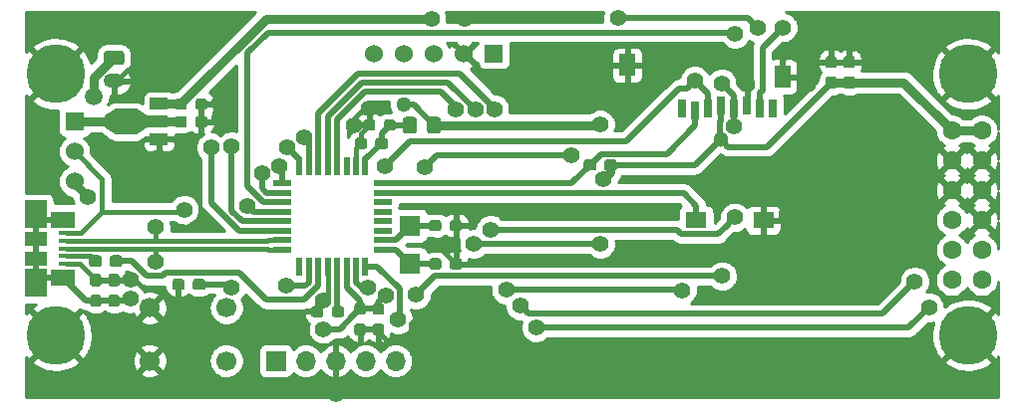
<source format=gtl>
G04 #@! TF.GenerationSoftware,KiCad,Pcbnew,6.0.0-unknown-da645c5~86~ubuntu18.04.1*
G04 #@! TF.CreationDate,2019-07-09T16:21:19-04:00*
G04 #@! TF.ProjectId,Femtosat,46656d74-6f73-4617-942e-6b696361645f,rev?*
G04 #@! TF.SameCoordinates,Original*
G04 #@! TF.FileFunction,Copper,L1,Top*
G04 #@! TF.FilePolarity,Positive*
%FSLAX46Y46*%
G04 Gerber Fmt 4.6, Leading zero omitted, Abs format (unit mm)*
G04 Created by KiCad (PCBNEW 6.0.0-unknown-da645c5~86~ubuntu18.04.1) date 2019-07-09 16:21:19*
%MOMM*%
%LPD*%
G04 APERTURE LIST*
%ADD10C,5.000000*%
%ADD11C,1.600000*%
%ADD12C,1.700000*%
%ADD13R,1.900000X1.175000*%
%ADD14R,1.900000X2.375000*%
%ADD15R,2.100000X1.475000*%
%ADD16R,1.380000X0.450000*%
%ADD17C,0.100000*%
%ADD18C,0.950000*%
%ADD19C,1.000000*%
%ADD20R,1.840000X2.200000*%
%ADD21R,1.500000X1.000000*%
%ADD22R,1.800000X1.000000*%
%ADD23C,0.850000*%
%ADD24R,1.800000X1.750000*%
%ADD25C,1.524000*%
%ADD26R,1.524000X1.524000*%
%ADD27R,0.550000X1.600000*%
%ADD28R,1.600000X0.550000*%
%ADD29C,1.150000*%
%ADD30R,1.400000X1.900000*%
%ADD31R,1.800000X1.400000*%
%ADD32R,0.800000X1.500000*%
%ADD33O,1.750000X1.200000*%
%ADD34C,1.200000*%
%ADD35O,1.700000X1.700000*%
%ADD36R,1.700000X1.700000*%
%ADD37C,1.400000*%
%ADD38C,1.500000*%
%ADD39C,1.300000*%
%ADD40C,0.450000*%
%ADD41C,0.550000*%
%ADD42C,0.800000*%
%ADD43C,0.254000*%
G04 APERTURE END LIST*
D10*
X89065000Y-44200000D03*
X89065000Y-66430000D03*
X166545000Y-44200000D03*
X166545000Y-66430000D03*
D11*
X165145000Y-49030000D03*
X167685000Y-49030000D03*
X165145000Y-51570000D03*
X167685000Y-51570000D03*
X165145000Y-54110000D03*
X167685000Y-54110000D03*
X165145000Y-56650000D03*
X167685000Y-56650000D03*
X165145000Y-59190000D03*
X167685000Y-59190000D03*
X165145000Y-61730000D03*
X167685000Y-61730000D03*
D12*
X97050000Y-64100000D03*
X103550000Y-64100000D03*
X97050000Y-68600000D03*
X103550000Y-68600000D03*
D13*
X87350000Y-59890000D03*
X87350000Y-58210000D03*
D14*
X87350000Y-61960000D03*
X87350000Y-56140000D03*
D15*
X89650000Y-61512500D03*
X89650000Y-56587500D03*
D16*
X90010000Y-60350000D03*
X90010000Y-59700000D03*
X90010000Y-59050000D03*
X90010000Y-58400000D03*
X90010000Y-57750000D03*
D17*
G36*
X116778387Y-65418079D02*
G01*
X116855438Y-65469562D01*
X116906921Y-65546613D01*
X116925000Y-65637500D01*
X116925000Y-66212500D01*
X116906921Y-66303387D01*
X116855438Y-66380438D01*
X116778387Y-66431921D01*
X116687500Y-66450000D01*
X116212500Y-66450000D01*
X116121613Y-66431921D01*
X116044562Y-66380438D01*
X115993079Y-66303387D01*
X115975000Y-66212500D01*
X115975000Y-65637500D01*
X115993079Y-65546613D01*
X116044562Y-65469562D01*
X116121613Y-65418079D01*
X116212500Y-65400000D01*
X116687500Y-65400000D01*
X116778387Y-65418079D01*
X116778387Y-65418079D01*
G37*
D18*
X116450000Y-65925000D03*
D17*
G36*
X116778387Y-63668079D02*
G01*
X116855438Y-63719562D01*
X116906921Y-63796613D01*
X116925000Y-63887500D01*
X116925000Y-64462500D01*
X116906921Y-64553387D01*
X116855438Y-64630438D01*
X116778387Y-64681921D01*
X116687500Y-64700000D01*
X116212500Y-64700000D01*
X116121613Y-64681921D01*
X116044562Y-64630438D01*
X115993079Y-64553387D01*
X115975000Y-64462500D01*
X115975000Y-63887500D01*
X115993079Y-63796613D01*
X116044562Y-63719562D01*
X116121613Y-63668079D01*
X116212500Y-63650000D01*
X116687500Y-63650000D01*
X116778387Y-63668079D01*
X116778387Y-63668079D01*
G37*
D18*
X116450000Y-64175000D03*
D19*
X96426200Y-48250000D03*
D17*
G36*
X95926200Y-47150000D02*
G01*
X96926200Y-47850000D01*
X96926200Y-48650000D01*
X95926200Y-49350000D01*
X95926200Y-47150000D01*
X95926200Y-47150000D01*
G37*
D20*
X95016500Y-48250000D03*
D21*
X97830000Y-46750000D03*
D22*
X97683500Y-48250000D03*
D21*
X97830000Y-49750000D03*
D23*
X93683000Y-48250000D03*
D17*
G36*
X94108000Y-49350000D02*
G01*
X93258000Y-48750000D01*
X93258000Y-47750000D01*
X94108000Y-47150000D01*
X94108000Y-49350000D01*
X94108000Y-49350000D01*
G37*
G36*
X134803387Y-51493079D02*
G01*
X134880438Y-51544562D01*
X134931921Y-51621613D01*
X134950000Y-51712500D01*
X134950000Y-52187500D01*
X134931921Y-52278387D01*
X134880438Y-52355438D01*
X134803387Y-52406921D01*
X134712500Y-52425000D01*
X134137500Y-52425000D01*
X134046613Y-52406921D01*
X133969562Y-52355438D01*
X133918079Y-52278387D01*
X133900000Y-52187500D01*
X133900000Y-51712500D01*
X133918079Y-51621613D01*
X133969562Y-51544562D01*
X134046613Y-51493079D01*
X134137500Y-51475000D01*
X134712500Y-51475000D01*
X134803387Y-51493079D01*
X134803387Y-51493079D01*
G37*
D18*
X134425000Y-51950000D03*
D17*
G36*
X136553387Y-51493079D02*
G01*
X136630438Y-51544562D01*
X136681921Y-51621613D01*
X136700000Y-51712500D01*
X136700000Y-52187500D01*
X136681921Y-52278387D01*
X136630438Y-52355438D01*
X136553387Y-52406921D01*
X136462500Y-52425000D01*
X135887500Y-52425000D01*
X135796613Y-52406921D01*
X135719562Y-52355438D01*
X135668079Y-52278387D01*
X135650000Y-52187500D01*
X135650000Y-51712500D01*
X135668079Y-51621613D01*
X135719562Y-51544562D01*
X135796613Y-51493079D01*
X135887500Y-51475000D01*
X136462500Y-51475000D01*
X136553387Y-51493079D01*
X136553387Y-51493079D01*
G37*
D18*
X136175000Y-51950000D03*
D17*
G36*
X92803387Y-59643079D02*
G01*
X92880438Y-59694562D01*
X92931921Y-59771613D01*
X92950000Y-59862500D01*
X92950000Y-60337500D01*
X92931921Y-60428387D01*
X92880438Y-60505438D01*
X92803387Y-60556921D01*
X92712500Y-60575000D01*
X92137500Y-60575000D01*
X92046613Y-60556921D01*
X91969562Y-60505438D01*
X91918079Y-60428387D01*
X91900000Y-60337500D01*
X91900000Y-59862500D01*
X91918079Y-59771613D01*
X91969562Y-59694562D01*
X92046613Y-59643079D01*
X92137500Y-59625000D01*
X92712500Y-59625000D01*
X92803387Y-59643079D01*
X92803387Y-59643079D01*
G37*
D18*
X92425000Y-60100000D03*
D17*
G36*
X94553387Y-59643079D02*
G01*
X94630438Y-59694562D01*
X94681921Y-59771613D01*
X94700000Y-59862500D01*
X94700000Y-60337500D01*
X94681921Y-60428387D01*
X94630438Y-60505438D01*
X94553387Y-60556921D01*
X94462500Y-60575000D01*
X93887500Y-60575000D01*
X93796613Y-60556921D01*
X93719562Y-60505438D01*
X93668079Y-60428387D01*
X93650000Y-60337500D01*
X93650000Y-59862500D01*
X93668079Y-59771613D01*
X93719562Y-59694562D01*
X93796613Y-59643079D01*
X93887500Y-59625000D01*
X94462500Y-59625000D01*
X94553387Y-59643079D01*
X94553387Y-59643079D01*
G37*
D18*
X94175000Y-60100000D03*
D17*
G36*
X92778387Y-61218079D02*
G01*
X92855438Y-61269562D01*
X92906921Y-61346613D01*
X92925000Y-61437500D01*
X92925000Y-62012500D01*
X92906921Y-62103387D01*
X92855438Y-62180438D01*
X92778387Y-62231921D01*
X92687500Y-62250000D01*
X92212500Y-62250000D01*
X92121613Y-62231921D01*
X92044562Y-62180438D01*
X91993079Y-62103387D01*
X91975000Y-62012500D01*
X91975000Y-61437500D01*
X91993079Y-61346613D01*
X92044562Y-61269562D01*
X92121613Y-61218079D01*
X92212500Y-61200000D01*
X92687500Y-61200000D01*
X92778387Y-61218079D01*
X92778387Y-61218079D01*
G37*
D18*
X92450000Y-61725000D03*
D17*
G36*
X92778387Y-62968079D02*
G01*
X92855438Y-63019562D01*
X92906921Y-63096613D01*
X92925000Y-63187500D01*
X92925000Y-63762500D01*
X92906921Y-63853387D01*
X92855438Y-63930438D01*
X92778387Y-63981921D01*
X92687500Y-64000000D01*
X92212500Y-64000000D01*
X92121613Y-63981921D01*
X92044562Y-63930438D01*
X91993079Y-63853387D01*
X91975000Y-63762500D01*
X91975000Y-63187500D01*
X91993079Y-63096613D01*
X92044562Y-63019562D01*
X92121613Y-62968079D01*
X92212500Y-62950000D01*
X92687500Y-62950000D01*
X92778387Y-62968079D01*
X92778387Y-62968079D01*
G37*
D18*
X92450000Y-63475000D03*
D17*
G36*
X94328387Y-61218079D02*
G01*
X94405438Y-61269562D01*
X94456921Y-61346613D01*
X94475000Y-61437500D01*
X94475000Y-62012500D01*
X94456921Y-62103387D01*
X94405438Y-62180438D01*
X94328387Y-62231921D01*
X94237500Y-62250000D01*
X93762500Y-62250000D01*
X93671613Y-62231921D01*
X93594562Y-62180438D01*
X93543079Y-62103387D01*
X93525000Y-62012500D01*
X93525000Y-61437500D01*
X93543079Y-61346613D01*
X93594562Y-61269562D01*
X93671613Y-61218079D01*
X93762500Y-61200000D01*
X94237500Y-61200000D01*
X94328387Y-61218079D01*
X94328387Y-61218079D01*
G37*
D18*
X94000000Y-61725000D03*
D17*
G36*
X94328387Y-62968079D02*
G01*
X94405438Y-63019562D01*
X94456921Y-63096613D01*
X94475000Y-63187500D01*
X94475000Y-63762500D01*
X94456921Y-63853387D01*
X94405438Y-63930438D01*
X94328387Y-63981921D01*
X94237500Y-64000000D01*
X93762500Y-64000000D01*
X93671613Y-63981921D01*
X93594562Y-63930438D01*
X93543079Y-63853387D01*
X93525000Y-63762500D01*
X93525000Y-63187500D01*
X93543079Y-63096613D01*
X93594562Y-63019562D01*
X93671613Y-62968079D01*
X93762500Y-62950000D01*
X94237500Y-62950000D01*
X94328387Y-62968079D01*
X94328387Y-62968079D01*
G37*
D18*
X94000000Y-63475000D03*
D24*
X119150000Y-57100000D03*
X119150000Y-60350000D03*
D25*
X116120000Y-42470000D03*
X118660000Y-42470000D03*
X121200000Y-42470000D03*
X123740000Y-42470000D03*
D26*
X126280000Y-42470000D03*
D25*
X90650000Y-53340000D03*
X90650000Y-50800000D03*
D26*
X90650000Y-48260000D03*
D27*
X115350000Y-60575000D03*
X114550000Y-60575000D03*
X113750000Y-60575000D03*
X112950000Y-60575000D03*
X112150000Y-60575000D03*
X111350000Y-60575000D03*
X110550000Y-60575000D03*
X109750000Y-60575000D03*
D28*
X108300000Y-59125000D03*
X108300000Y-58325000D03*
X108300000Y-57525000D03*
X108300000Y-56725000D03*
X108300000Y-55925000D03*
X108300000Y-55125000D03*
X108300000Y-54325000D03*
X108300000Y-53525000D03*
D27*
X109750000Y-52075000D03*
X110550000Y-52075000D03*
X111350000Y-52075000D03*
X112150000Y-52075000D03*
X112950000Y-52075000D03*
X113750000Y-52075000D03*
X114550000Y-52075000D03*
X115350000Y-52075000D03*
D28*
X116800000Y-53525000D03*
X116800000Y-54325000D03*
X116800000Y-55125000D03*
X116800000Y-55925000D03*
X116800000Y-56725000D03*
X116800000Y-57525000D03*
X116800000Y-58325000D03*
X116800000Y-59125000D03*
D17*
G36*
X121595671Y-47869030D02*
G01*
X121676777Y-47923223D01*
X121730970Y-48004329D01*
X121750000Y-48099999D01*
X121750000Y-49000001D01*
X121730970Y-49095671D01*
X121676777Y-49176777D01*
X121595671Y-49230970D01*
X121500001Y-49250000D01*
X120849999Y-49250000D01*
X120754329Y-49230970D01*
X120673223Y-49176777D01*
X120619030Y-49095671D01*
X120600000Y-49000001D01*
X120600000Y-48099999D01*
X120619030Y-48004329D01*
X120673223Y-47923223D01*
X120754329Y-47869030D01*
X120849999Y-47850000D01*
X121500001Y-47850000D01*
X121595671Y-47869030D01*
X121595671Y-47869030D01*
G37*
D29*
X121175000Y-48550000D03*
D17*
G36*
X119545671Y-47869030D02*
G01*
X119626777Y-47923223D01*
X119680970Y-48004329D01*
X119700000Y-48099999D01*
X119700000Y-49000001D01*
X119680970Y-49095671D01*
X119626777Y-49176777D01*
X119545671Y-49230970D01*
X119450001Y-49250000D01*
X118799999Y-49250000D01*
X118704329Y-49230970D01*
X118623223Y-49176777D01*
X118569030Y-49095671D01*
X118550000Y-49000001D01*
X118550000Y-48099999D01*
X118569030Y-48004329D01*
X118623223Y-47923223D01*
X118704329Y-47869030D01*
X118799999Y-47850000D01*
X119450001Y-47850000D01*
X119545671Y-47869030D01*
X119545671Y-47869030D01*
G37*
D29*
X119125000Y-48550000D03*
D30*
X150750000Y-44450000D03*
X137600000Y-43450000D03*
D31*
X143450000Y-56650000D03*
X149150000Y-56650000D03*
D32*
X149950000Y-47100000D03*
X148850000Y-47100000D03*
X147750000Y-46900000D03*
X146650000Y-47100000D03*
X145550000Y-46900000D03*
X144450000Y-47100000D03*
X143350000Y-47300000D03*
X142250000Y-47100000D03*
D33*
X94000000Y-44800000D03*
D17*
G36*
X94720671Y-42219030D02*
G01*
X94801777Y-42273223D01*
X94855970Y-42354329D01*
X94875000Y-42449999D01*
X94875000Y-43150001D01*
X94855970Y-43245671D01*
X94801777Y-43326777D01*
X94720671Y-43380970D01*
X94625001Y-43400000D01*
X93374999Y-43400000D01*
X93279329Y-43380970D01*
X93198223Y-43326777D01*
X93144030Y-43245671D01*
X93125000Y-43150001D01*
X93125000Y-42449999D01*
X93144030Y-42354329D01*
X93198223Y-42273223D01*
X93279329Y-42219030D01*
X93374999Y-42200000D01*
X94625001Y-42200000D01*
X94720671Y-42219030D01*
X94720671Y-42219030D01*
G37*
D34*
X94000000Y-42800000D03*
D35*
X117910000Y-68600000D03*
X115370000Y-68600000D03*
X112830000Y-68600000D03*
X110290000Y-68600000D03*
D36*
X107750000Y-68600000D03*
D17*
G36*
X155228387Y-42668079D02*
G01*
X155305438Y-42719562D01*
X155356921Y-42796613D01*
X155375000Y-42887500D01*
X155375000Y-43462500D01*
X155356921Y-43553387D01*
X155305438Y-43630438D01*
X155228387Y-43681921D01*
X155137500Y-43700000D01*
X154662500Y-43700000D01*
X154571613Y-43681921D01*
X154494562Y-43630438D01*
X154443079Y-43553387D01*
X154425000Y-43462500D01*
X154425000Y-42887500D01*
X154443079Y-42796613D01*
X154494562Y-42719562D01*
X154571613Y-42668079D01*
X154662500Y-42650000D01*
X155137500Y-42650000D01*
X155228387Y-42668079D01*
X155228387Y-42668079D01*
G37*
D18*
X154900000Y-43175000D03*
D17*
G36*
X155228387Y-44418079D02*
G01*
X155305438Y-44469562D01*
X155356921Y-44546613D01*
X155375000Y-44637500D01*
X155375000Y-45212500D01*
X155356921Y-45303387D01*
X155305438Y-45380438D01*
X155228387Y-45431921D01*
X155137500Y-45450000D01*
X154662500Y-45450000D01*
X154571613Y-45431921D01*
X154494562Y-45380438D01*
X154443079Y-45303387D01*
X154425000Y-45212500D01*
X154425000Y-44637500D01*
X154443079Y-44546613D01*
X154494562Y-44469562D01*
X154571613Y-44418079D01*
X154662500Y-44400000D01*
X155137500Y-44400000D01*
X155228387Y-44418079D01*
X155228387Y-44418079D01*
G37*
D18*
X154900000Y-44925000D03*
D17*
G36*
X156778387Y-42668079D02*
G01*
X156855438Y-42719562D01*
X156906921Y-42796613D01*
X156925000Y-42887500D01*
X156925000Y-43462500D01*
X156906921Y-43553387D01*
X156855438Y-43630438D01*
X156778387Y-43681921D01*
X156687500Y-43700000D01*
X156212500Y-43700000D01*
X156121613Y-43681921D01*
X156044562Y-43630438D01*
X155993079Y-43553387D01*
X155975000Y-43462500D01*
X155975000Y-42887500D01*
X155993079Y-42796613D01*
X156044562Y-42719562D01*
X156121613Y-42668079D01*
X156212500Y-42650000D01*
X156687500Y-42650000D01*
X156778387Y-42668079D01*
X156778387Y-42668079D01*
G37*
D18*
X156450000Y-43175000D03*
D17*
G36*
X156778387Y-44418079D02*
G01*
X156855438Y-44469562D01*
X156906921Y-44546613D01*
X156925000Y-44637500D01*
X156925000Y-45212500D01*
X156906921Y-45303387D01*
X156855438Y-45380438D01*
X156778387Y-45431921D01*
X156687500Y-45450000D01*
X156212500Y-45450000D01*
X156121613Y-45431921D01*
X156044562Y-45380438D01*
X155993079Y-45303387D01*
X155975000Y-45212500D01*
X155975000Y-44637500D01*
X155993079Y-44546613D01*
X156044562Y-44469562D01*
X156121613Y-44418079D01*
X156212500Y-44400000D01*
X156687500Y-44400000D01*
X156778387Y-44418079D01*
X156778387Y-44418079D01*
G37*
D18*
X156450000Y-44925000D03*
D17*
G36*
X101803387Y-46293079D02*
G01*
X101880438Y-46344562D01*
X101931921Y-46421613D01*
X101950000Y-46512500D01*
X101950000Y-46987500D01*
X101931921Y-47078387D01*
X101880438Y-47155438D01*
X101803387Y-47206921D01*
X101712500Y-47225000D01*
X101137500Y-47225000D01*
X101046613Y-47206921D01*
X100969562Y-47155438D01*
X100918079Y-47078387D01*
X100900000Y-46987500D01*
X100900000Y-46512500D01*
X100918079Y-46421613D01*
X100969562Y-46344562D01*
X101046613Y-46293079D01*
X101137500Y-46275000D01*
X101712500Y-46275000D01*
X101803387Y-46293079D01*
X101803387Y-46293079D01*
G37*
D18*
X101425000Y-46750000D03*
D17*
G36*
X100053387Y-46293079D02*
G01*
X100130438Y-46344562D01*
X100181921Y-46421613D01*
X100200000Y-46512500D01*
X100200000Y-46987500D01*
X100181921Y-47078387D01*
X100130438Y-47155438D01*
X100053387Y-47206921D01*
X99962500Y-47225000D01*
X99387500Y-47225000D01*
X99296613Y-47206921D01*
X99219562Y-47155438D01*
X99168079Y-47078387D01*
X99150000Y-46987500D01*
X99150000Y-46512500D01*
X99168079Y-46421613D01*
X99219562Y-46344562D01*
X99296613Y-46293079D01*
X99387500Y-46275000D01*
X99962500Y-46275000D01*
X100053387Y-46293079D01*
X100053387Y-46293079D01*
G37*
D18*
X99675000Y-46750000D03*
D17*
G36*
X101803387Y-47793079D02*
G01*
X101880438Y-47844562D01*
X101931921Y-47921613D01*
X101950000Y-48012500D01*
X101950000Y-48487500D01*
X101931921Y-48578387D01*
X101880438Y-48655438D01*
X101803387Y-48706921D01*
X101712500Y-48725000D01*
X101137500Y-48725000D01*
X101046613Y-48706921D01*
X100969562Y-48655438D01*
X100918079Y-48578387D01*
X100900000Y-48487500D01*
X100900000Y-48012500D01*
X100918079Y-47921613D01*
X100969562Y-47844562D01*
X101046613Y-47793079D01*
X101137500Y-47775000D01*
X101712500Y-47775000D01*
X101803387Y-47793079D01*
X101803387Y-47793079D01*
G37*
D18*
X101425000Y-48250000D03*
D17*
G36*
X100053387Y-47793079D02*
G01*
X100130438Y-47844562D01*
X100181921Y-47921613D01*
X100200000Y-48012500D01*
X100200000Y-48487500D01*
X100181921Y-48578387D01*
X100130438Y-48655438D01*
X100053387Y-48706921D01*
X99962500Y-48725000D01*
X99387500Y-48725000D01*
X99296613Y-48706921D01*
X99219562Y-48655438D01*
X99168079Y-48578387D01*
X99150000Y-48487500D01*
X99150000Y-48012500D01*
X99168079Y-47921613D01*
X99219562Y-47844562D01*
X99296613Y-47793079D01*
X99387500Y-47775000D01*
X99962500Y-47775000D01*
X100053387Y-47793079D01*
X100053387Y-47793079D01*
G37*
D18*
X99675000Y-48250000D03*
D17*
G36*
X123403387Y-56643079D02*
G01*
X123480438Y-56694562D01*
X123531921Y-56771613D01*
X123550000Y-56862500D01*
X123550000Y-57337500D01*
X123531921Y-57428387D01*
X123480438Y-57505438D01*
X123403387Y-57556921D01*
X123312500Y-57575000D01*
X122737500Y-57575000D01*
X122646613Y-57556921D01*
X122569562Y-57505438D01*
X122518079Y-57428387D01*
X122500000Y-57337500D01*
X122500000Y-56862500D01*
X122518079Y-56771613D01*
X122569562Y-56694562D01*
X122646613Y-56643079D01*
X122737500Y-56625000D01*
X123312500Y-56625000D01*
X123403387Y-56643079D01*
X123403387Y-56643079D01*
G37*
D18*
X123025000Y-57100000D03*
D17*
G36*
X121653387Y-56643079D02*
G01*
X121730438Y-56694562D01*
X121781921Y-56771613D01*
X121800000Y-56862500D01*
X121800000Y-57337500D01*
X121781921Y-57428387D01*
X121730438Y-57505438D01*
X121653387Y-57556921D01*
X121562500Y-57575000D01*
X120987500Y-57575000D01*
X120896613Y-57556921D01*
X120819562Y-57505438D01*
X120768079Y-57428387D01*
X120750000Y-57337500D01*
X120750000Y-56862500D01*
X120768079Y-56771613D01*
X120819562Y-56694562D01*
X120896613Y-56643079D01*
X120987500Y-56625000D01*
X121562500Y-56625000D01*
X121653387Y-56643079D01*
X121653387Y-56643079D01*
G37*
D18*
X121275000Y-57100000D03*
D17*
G36*
X123413387Y-59893079D02*
G01*
X123490438Y-59944562D01*
X123541921Y-60021613D01*
X123560000Y-60112500D01*
X123560000Y-60587500D01*
X123541921Y-60678387D01*
X123490438Y-60755438D01*
X123413387Y-60806921D01*
X123322500Y-60825000D01*
X122747500Y-60825000D01*
X122656613Y-60806921D01*
X122579562Y-60755438D01*
X122528079Y-60678387D01*
X122510000Y-60587500D01*
X122510000Y-60112500D01*
X122528079Y-60021613D01*
X122579562Y-59944562D01*
X122656613Y-59893079D01*
X122747500Y-59875000D01*
X123322500Y-59875000D01*
X123413387Y-59893079D01*
X123413387Y-59893079D01*
G37*
D18*
X123035000Y-60350000D03*
D17*
G36*
X121663387Y-59893079D02*
G01*
X121740438Y-59944562D01*
X121791921Y-60021613D01*
X121810000Y-60112500D01*
X121810000Y-60587500D01*
X121791921Y-60678387D01*
X121740438Y-60755438D01*
X121663387Y-60806921D01*
X121572500Y-60825000D01*
X120997500Y-60825000D01*
X120906613Y-60806921D01*
X120829562Y-60755438D01*
X120778079Y-60678387D01*
X120760000Y-60587500D01*
X120760000Y-60112500D01*
X120778079Y-60021613D01*
X120829562Y-59944562D01*
X120906613Y-59893079D01*
X120997500Y-59875000D01*
X121572500Y-59875000D01*
X121663387Y-59893079D01*
X121663387Y-59893079D01*
G37*
D18*
X121285000Y-60350000D03*
D17*
G36*
X115228387Y-65418079D02*
G01*
X115305438Y-65469562D01*
X115356921Y-65546613D01*
X115375000Y-65637500D01*
X115375000Y-66212500D01*
X115356921Y-66303387D01*
X115305438Y-66380438D01*
X115228387Y-66431921D01*
X115137500Y-66450000D01*
X114662500Y-66450000D01*
X114571613Y-66431921D01*
X114494562Y-66380438D01*
X114443079Y-66303387D01*
X114425000Y-66212500D01*
X114425000Y-65637500D01*
X114443079Y-65546613D01*
X114494562Y-65469562D01*
X114571613Y-65418079D01*
X114662500Y-65400000D01*
X115137500Y-65400000D01*
X115228387Y-65418079D01*
X115228387Y-65418079D01*
G37*
D18*
X114900000Y-65925000D03*
D17*
G36*
X115228387Y-63668079D02*
G01*
X115305438Y-63719562D01*
X115356921Y-63796613D01*
X115375000Y-63887500D01*
X115375000Y-64462500D01*
X115356921Y-64553387D01*
X115305438Y-64630438D01*
X115228387Y-64681921D01*
X115137500Y-64700000D01*
X114662500Y-64700000D01*
X114571613Y-64681921D01*
X114494562Y-64630438D01*
X114443079Y-64553387D01*
X114425000Y-64462500D01*
X114425000Y-63887500D01*
X114443079Y-63796613D01*
X114494562Y-63719562D01*
X114571613Y-63668079D01*
X114662500Y-63650000D01*
X115137500Y-63650000D01*
X115228387Y-63668079D01*
X115228387Y-63668079D01*
G37*
D18*
X114900000Y-64175000D03*
D17*
G36*
X115353387Y-49643079D02*
G01*
X115430438Y-49694562D01*
X115481921Y-49771613D01*
X115500000Y-49862500D01*
X115500000Y-50337500D01*
X115481921Y-50428387D01*
X115430438Y-50505438D01*
X115353387Y-50556921D01*
X115262500Y-50575000D01*
X114687500Y-50575000D01*
X114596613Y-50556921D01*
X114519562Y-50505438D01*
X114468079Y-50428387D01*
X114450000Y-50337500D01*
X114450000Y-49862500D01*
X114468079Y-49771613D01*
X114519562Y-49694562D01*
X114596613Y-49643079D01*
X114687500Y-49625000D01*
X115262500Y-49625000D01*
X115353387Y-49643079D01*
X115353387Y-49643079D01*
G37*
D18*
X114975000Y-50100000D03*
D17*
G36*
X117103387Y-49643079D02*
G01*
X117180438Y-49694562D01*
X117231921Y-49771613D01*
X117250000Y-49862500D01*
X117250000Y-50337500D01*
X117231921Y-50428387D01*
X117180438Y-50505438D01*
X117103387Y-50556921D01*
X117012500Y-50575000D01*
X116437500Y-50575000D01*
X116346613Y-50556921D01*
X116269562Y-50505438D01*
X116218079Y-50428387D01*
X116200000Y-50337500D01*
X116200000Y-49862500D01*
X116218079Y-49771613D01*
X116269562Y-49694562D01*
X116346613Y-49643079D01*
X116437500Y-49625000D01*
X117012500Y-49625000D01*
X117103387Y-49643079D01*
X117103387Y-49643079D01*
G37*
D18*
X116725000Y-50100000D03*
D17*
G36*
X116053387Y-48093079D02*
G01*
X116130438Y-48144562D01*
X116181921Y-48221613D01*
X116200000Y-48312500D01*
X116200000Y-48787500D01*
X116181921Y-48878387D01*
X116130438Y-48955438D01*
X116053387Y-49006921D01*
X115962500Y-49025000D01*
X115387500Y-49025000D01*
X115296613Y-49006921D01*
X115219562Y-48955438D01*
X115168079Y-48878387D01*
X115150000Y-48787500D01*
X115150000Y-48312500D01*
X115168079Y-48221613D01*
X115219562Y-48144562D01*
X115296613Y-48093079D01*
X115387500Y-48075000D01*
X115962500Y-48075000D01*
X116053387Y-48093079D01*
X116053387Y-48093079D01*
G37*
D18*
X115675000Y-48550000D03*
D17*
G36*
X117803387Y-48093079D02*
G01*
X117880438Y-48144562D01*
X117931921Y-48221613D01*
X117950000Y-48312500D01*
X117950000Y-48787500D01*
X117931921Y-48878387D01*
X117880438Y-48955438D01*
X117803387Y-49006921D01*
X117712500Y-49025000D01*
X117137500Y-49025000D01*
X117046613Y-49006921D01*
X116969562Y-48955438D01*
X116918079Y-48878387D01*
X116900000Y-48787500D01*
X116900000Y-48312500D01*
X116918079Y-48221613D01*
X116969562Y-48144562D01*
X117046613Y-48093079D01*
X117137500Y-48075000D01*
X117712500Y-48075000D01*
X117803387Y-48093079D01*
X117803387Y-48093079D01*
G37*
D18*
X117425000Y-48550000D03*
D17*
G36*
X99853387Y-61643079D02*
G01*
X99930438Y-61694562D01*
X99981921Y-61771613D01*
X100000000Y-61862500D01*
X100000000Y-62337500D01*
X99981921Y-62428387D01*
X99930438Y-62505438D01*
X99853387Y-62556921D01*
X99762500Y-62575000D01*
X99187500Y-62575000D01*
X99096613Y-62556921D01*
X99019562Y-62505438D01*
X98968079Y-62428387D01*
X98950000Y-62337500D01*
X98950000Y-61862500D01*
X98968079Y-61771613D01*
X99019562Y-61694562D01*
X99096613Y-61643079D01*
X99187500Y-61625000D01*
X99762500Y-61625000D01*
X99853387Y-61643079D01*
X99853387Y-61643079D01*
G37*
D18*
X99475000Y-62100000D03*
D17*
G36*
X101603387Y-61643079D02*
G01*
X101680438Y-61694562D01*
X101731921Y-61771613D01*
X101750000Y-61862500D01*
X101750000Y-62337500D01*
X101731921Y-62428387D01*
X101680438Y-62505438D01*
X101603387Y-62556921D01*
X101512500Y-62575000D01*
X100937500Y-62575000D01*
X100846613Y-62556921D01*
X100769562Y-62505438D01*
X100718079Y-62428387D01*
X100700000Y-62337500D01*
X100700000Y-61862500D01*
X100718079Y-61771613D01*
X100769562Y-61694562D01*
X100846613Y-61643079D01*
X100937500Y-61625000D01*
X101512500Y-61625000D01*
X101603387Y-61643079D01*
X101603387Y-61643079D01*
G37*
D18*
X101225000Y-62100000D03*
D17*
G36*
X111653387Y-63943079D02*
G01*
X111730438Y-63994562D01*
X111781921Y-64071613D01*
X111800000Y-64162500D01*
X111800000Y-64637500D01*
X111781921Y-64728387D01*
X111730438Y-64805438D01*
X111653387Y-64856921D01*
X111562500Y-64875000D01*
X110987500Y-64875000D01*
X110896613Y-64856921D01*
X110819562Y-64805438D01*
X110768079Y-64728387D01*
X110750000Y-64637500D01*
X110750000Y-64162500D01*
X110768079Y-64071613D01*
X110819562Y-63994562D01*
X110896613Y-63943079D01*
X110987500Y-63925000D01*
X111562500Y-63925000D01*
X111653387Y-63943079D01*
X111653387Y-63943079D01*
G37*
D18*
X111275000Y-64400000D03*
D17*
G36*
X113403387Y-63943079D02*
G01*
X113480438Y-63994562D01*
X113531921Y-64071613D01*
X113550000Y-64162500D01*
X113550000Y-64637500D01*
X113531921Y-64728387D01*
X113480438Y-64805438D01*
X113403387Y-64856921D01*
X113312500Y-64875000D01*
X112737500Y-64875000D01*
X112646613Y-64856921D01*
X112569562Y-64805438D01*
X112518079Y-64728387D01*
X112500000Y-64637500D01*
X112500000Y-64162500D01*
X112518079Y-64071613D01*
X112569562Y-63994562D01*
X112646613Y-63943079D01*
X112737500Y-63925000D01*
X113312500Y-63925000D01*
X113403387Y-63943079D01*
X113403387Y-63943079D01*
G37*
D18*
X113025000Y-64400000D03*
D37*
X102950000Y-48050000D03*
X104005851Y-50355851D03*
X102250000Y-50450000D03*
D38*
X92300000Y-46100000D03*
D37*
X95400000Y-61700000D03*
X104000000Y-62350000D03*
X97550000Y-60200000D03*
X97550000Y-57250000D03*
X112850000Y-71425000D03*
X108600000Y-62200000D03*
X111800000Y-65900000D03*
X119750000Y-65700000D03*
X120550000Y-67650000D03*
X95400000Y-63300003D03*
X97800000Y-51300000D03*
X102950000Y-46750000D03*
X120950000Y-39500000D03*
X150800000Y-61450000D03*
X150850000Y-62950000D03*
X151150000Y-56200000D03*
X153100000Y-40150000D03*
X123750000Y-39500000D03*
X143350000Y-44750000D03*
X145600000Y-45000000D03*
X152950000Y-45100000D03*
X135700000Y-43400000D03*
X147750000Y-45100000D03*
X135300000Y-48500000D03*
X135550000Y-53150000D03*
X155100000Y-41450000D03*
X156800000Y-41600000D03*
X114350000Y-48550000D03*
X115650000Y-47100000D03*
X115600000Y-62400000D03*
X111740919Y-63456457D03*
X117070634Y-63030271D03*
X118150000Y-65100000D03*
X119650000Y-63000000D03*
X145650000Y-61400000D03*
X110175000Y-49562464D03*
X108050000Y-52050000D03*
X105301312Y-55398688D03*
X124550000Y-58650000D03*
X135300000Y-58650000D03*
X121100000Y-58750000D03*
X122750000Y-58750000D03*
X106568250Y-52653676D03*
X146750000Y-40800000D03*
X126000000Y-57450000D03*
X150800000Y-40250000D03*
X117000000Y-52050000D03*
X146725000Y-56400000D03*
X146650000Y-48650000D03*
D39*
X145525000Y-49750000D03*
D37*
X127300000Y-62575000D03*
X142250000Y-62600000D03*
X128500000Y-63900000D03*
X162000000Y-61850000D03*
X129850000Y-65774999D03*
X163200000Y-64050000D03*
X108700000Y-50400000D03*
X120400000Y-52100000D03*
X132800000Y-51125000D03*
X136800000Y-39450000D03*
X148650000Y-40250000D03*
X123000000Y-47250000D03*
X124680851Y-47230851D03*
X126300000Y-47200000D03*
D39*
X118650000Y-46799999D03*
D37*
X157900000Y-62050000D03*
X157950000Y-55600000D03*
X155300000Y-61550000D03*
X160650000Y-60400000D03*
X160550000Y-57350000D03*
X155450000Y-56200000D03*
X99950000Y-55750000D03*
X91800000Y-54650000D03*
X157900000Y-67450000D03*
X149050000Y-67550000D03*
X96200000Y-39950000D03*
X102950000Y-40300000D03*
X95400000Y-53600000D03*
X122750000Y-63600000D03*
X130400000Y-43400000D03*
X128100000Y-45550000D03*
D40*
X102750000Y-48250000D02*
X102950000Y-48050000D01*
X101425000Y-48250000D02*
X102750000Y-48250000D01*
D41*
X104888622Y-56725000D02*
X104005851Y-55842229D01*
X108300000Y-56725000D02*
X104888622Y-56725000D01*
X104005851Y-55842229D02*
X104005851Y-50355851D01*
X104627948Y-57525000D02*
X102250000Y-55147052D01*
X108300000Y-57525000D02*
X104627948Y-57525000D01*
X102250000Y-55147052D02*
X102250000Y-50450000D01*
D40*
X107099999Y-58325000D02*
X108300000Y-58325000D01*
X107099999Y-59125000D02*
X108300000Y-59125000D01*
X107024999Y-58400000D02*
X107099999Y-58325000D01*
X107024999Y-59050000D02*
X107099999Y-59125000D01*
D42*
X95006500Y-48260000D02*
X95016500Y-48250000D01*
X95016500Y-48250000D02*
X97683500Y-48250000D01*
X97683500Y-48250000D02*
X99675000Y-48250000D01*
X99675000Y-46750000D02*
X97830000Y-46750000D01*
D40*
X90010000Y-59050000D02*
X95950000Y-59050000D01*
X90010000Y-58400000D02*
X96000000Y-58400000D01*
X92025000Y-59700000D02*
X92425000Y-60100000D01*
X90010000Y-59700000D02*
X92025000Y-59700000D01*
D41*
X94000000Y-63475000D02*
X92450000Y-63475000D01*
X87797500Y-56587500D02*
X87350000Y-56140000D01*
X89650000Y-56587500D02*
X87797500Y-56587500D01*
X87350000Y-56140000D02*
X87350000Y-58210000D01*
X87350000Y-58210000D02*
X87350000Y-59890000D01*
X87350000Y-59890000D02*
X87350000Y-61960000D01*
X87797500Y-61512500D02*
X87350000Y-61960000D01*
X89650000Y-61512500D02*
X87797500Y-61512500D01*
X91612500Y-63475000D02*
X89650000Y-61512500D01*
X92450000Y-63475000D02*
X91612500Y-63475000D01*
D40*
X91075000Y-60350000D02*
X92450000Y-61725000D01*
X90010000Y-60350000D02*
X91075000Y-60350000D01*
X92450000Y-61725000D02*
X94000000Y-61725000D01*
X94000000Y-61725000D02*
X95375000Y-61725000D01*
X95375000Y-61725000D02*
X95400000Y-61700000D01*
D41*
X101225000Y-62100000D02*
X103750000Y-62100000D01*
X103750000Y-62100000D02*
X104000000Y-62350000D01*
D40*
X97550000Y-59100000D02*
X97550000Y-60200000D01*
X97600000Y-59050000D02*
X97550000Y-59100000D01*
X97600000Y-59050000D02*
X107024999Y-59050000D01*
X95950000Y-59050000D02*
X97600000Y-59050000D01*
X97600000Y-58400000D02*
X107024999Y-58400000D01*
X96000000Y-58400000D02*
X97600000Y-58400000D01*
X97550000Y-58350000D02*
X97600000Y-58400000D01*
X97550000Y-57250000D02*
X97550000Y-58350000D01*
D41*
X110275000Y-62200000D02*
X108600000Y-62200000D01*
X110550000Y-60575000D02*
X110550000Y-61925000D01*
X110550000Y-61925000D02*
X110275000Y-62200000D01*
X95225003Y-63475000D02*
X95400000Y-63300003D01*
X94000000Y-63475000D02*
X95225003Y-63475000D01*
X117925000Y-59125000D02*
X119150000Y-60350000D01*
X116800000Y-59125000D02*
X117925000Y-59125000D01*
X117925000Y-58325000D02*
X119150000Y-57100000D01*
X116800000Y-58325000D02*
X117925000Y-58325000D01*
X119150000Y-60350000D02*
X121285000Y-60350000D01*
X119150000Y-57100000D02*
X121275000Y-57100000D01*
X115350000Y-51475000D02*
X116725000Y-50100000D01*
X115350000Y-52075000D02*
X115350000Y-51475000D01*
D40*
X114550000Y-50525000D02*
X114975000Y-50100000D01*
X114550000Y-52075000D02*
X114550000Y-50525000D01*
D41*
X116725000Y-49250000D02*
X117425000Y-48550000D01*
X116725000Y-50100000D02*
X116725000Y-49250000D01*
X117425000Y-48550000D02*
X119125000Y-48550000D01*
D40*
X114975000Y-49250000D02*
X115675000Y-48550000D01*
X114975000Y-50100000D02*
X114975000Y-49250000D01*
X97830000Y-49750000D02*
X97830000Y-51270000D01*
X97830000Y-51270000D02*
X97800000Y-51300000D01*
X101425000Y-46750000D02*
X102950000Y-46750000D01*
D42*
X99675000Y-46750000D02*
X106925000Y-39500000D01*
X106925000Y-39500000D02*
X120950000Y-39500000D01*
D41*
X144450000Y-45850000D02*
X144450000Y-47100000D01*
X143350000Y-44750000D02*
X144450000Y-45850000D01*
X146650000Y-46050000D02*
X146650000Y-47100000D01*
X145600000Y-45000000D02*
X146650000Y-46050000D01*
D40*
X150750000Y-44450000D02*
X152300000Y-44450000D01*
X152300000Y-44450000D02*
X152950000Y-45100000D01*
X137600000Y-43450000D02*
X135750000Y-43450000D01*
X135750000Y-43450000D02*
X135700000Y-43400000D01*
X147750000Y-46900000D02*
X147750000Y-45100000D01*
D41*
X143450000Y-55400000D02*
X143450000Y-56650000D01*
X142375000Y-54325000D02*
X143450000Y-55400000D01*
X116800000Y-54325000D02*
X142375000Y-54325000D01*
X140950010Y-50999990D02*
X143350000Y-48600000D01*
X135375010Y-50999990D02*
X140950010Y-50999990D01*
X143350000Y-48600000D02*
X143350000Y-47300000D01*
X134425000Y-51950000D02*
X135375010Y-50999990D01*
X132850000Y-53525000D02*
X134425000Y-51950000D01*
X116800000Y-53525000D02*
X132850000Y-53525000D01*
D42*
X121175000Y-48550000D02*
X135250000Y-48550000D01*
X135250000Y-48550000D02*
X135300000Y-48500000D01*
X136175000Y-52525000D02*
X135550000Y-53150000D01*
X136175000Y-51950000D02*
X136175000Y-52525000D01*
X154900000Y-44925000D02*
X156450000Y-44925000D01*
X161040000Y-44925000D02*
X165145000Y-49030000D01*
X156450000Y-44925000D02*
X161040000Y-44925000D01*
D40*
X154900000Y-43175000D02*
X154900000Y-41650000D01*
X154900000Y-41650000D02*
X155100000Y-41450000D01*
X156450000Y-43175000D02*
X156450000Y-41950000D01*
X156450000Y-41950000D02*
X156800000Y-41600000D01*
X115675000Y-48550000D02*
X114350000Y-48550000D01*
X115675000Y-48550000D02*
X115675000Y-47125000D01*
X115675000Y-47125000D02*
X115650000Y-47100000D01*
D41*
X96814003Y-61375001D02*
X95539002Y-60100000D01*
X94800000Y-60100000D02*
X94175000Y-60100000D01*
X98114001Y-61375001D02*
X96814003Y-61375001D01*
X98414003Y-61074999D02*
X98114001Y-61375001D01*
X95539002Y-60100000D02*
X94800000Y-60100000D01*
X104612001Y-61074999D02*
X98414003Y-61074999D01*
X106912003Y-63375001D02*
X104612001Y-61074999D01*
X110160673Y-63375001D02*
X106912003Y-63375001D01*
X111350000Y-62185674D02*
X110160673Y-63375001D01*
X111350000Y-60575000D02*
X111350000Y-62185674D01*
X114550000Y-61925000D02*
X115025000Y-62400000D01*
X115025000Y-62400000D02*
X115600000Y-62400000D01*
X114550000Y-60575000D02*
X114550000Y-61925000D01*
X114900000Y-64175000D02*
X116450000Y-64175000D01*
X113750000Y-60575000D02*
X113750000Y-62350324D01*
X114900000Y-63500324D02*
X114900000Y-64175000D01*
X113750000Y-62350324D02*
X114900000Y-63500324D01*
D40*
X119560051Y-67650000D02*
X120550000Y-67650000D01*
X118935052Y-67025001D02*
X119560051Y-67650000D01*
X117359999Y-67025001D02*
X118935052Y-67025001D01*
X116450000Y-66115002D02*
X117359999Y-67025001D01*
X116450000Y-65925000D02*
X116450000Y-66115002D01*
D41*
X114405188Y-64699730D02*
X114405188Y-64669812D01*
X113204918Y-65900000D02*
X114405188Y-64699730D01*
X114405188Y-64669812D02*
X114900000Y-64175000D01*
X111800000Y-65900000D02*
X113204918Y-65900000D01*
X112950000Y-64325000D02*
X113025000Y-64400000D01*
X112950000Y-60575000D02*
X112950000Y-64325000D01*
D40*
X112150000Y-60575000D02*
X112150000Y-63047376D01*
X112150000Y-63047376D02*
X111740919Y-63456457D01*
X111275000Y-63922376D02*
X111740919Y-63456457D01*
X111275000Y-64400000D02*
X111275000Y-63922376D01*
D41*
X116450000Y-64175000D02*
X116450000Y-63650905D01*
X116450000Y-63650905D02*
X117070634Y-63030271D01*
X118245635Y-65004365D02*
X118150000Y-65100000D01*
X118245635Y-62466270D02*
X118245635Y-65004365D01*
X115350000Y-60575000D02*
X116354365Y-60575000D01*
X116354365Y-60575000D02*
X118245635Y-62466270D01*
X119650000Y-63000000D02*
X121250000Y-61400000D01*
X121250000Y-61400000D02*
X145650000Y-61400000D01*
D40*
X150700000Y-56650000D02*
X151150000Y-56200000D01*
X149150000Y-56650000D02*
X150700000Y-56650000D01*
D41*
X110550000Y-52075000D02*
X110550000Y-49937464D01*
X110550000Y-49937464D02*
X110175000Y-49562464D01*
X108300000Y-53525000D02*
X108300000Y-52300000D01*
X108300000Y-52300000D02*
X108050000Y-52050000D01*
X108300000Y-55925000D02*
X105827624Y-55925000D01*
X105827624Y-55925000D02*
X105301312Y-55398688D01*
X124550000Y-58650000D02*
X135300000Y-58650000D01*
D40*
X123035000Y-60350000D02*
X121435000Y-58750000D01*
X121435000Y-58750000D02*
X121100000Y-58750000D01*
X123025000Y-57100000D02*
X123025000Y-58475000D01*
X123025000Y-58475000D02*
X122750000Y-58750000D01*
D41*
X106568250Y-53943250D02*
X106568250Y-52653676D01*
X108300000Y-54325000D02*
X106950000Y-54325000D01*
X106950000Y-54325000D02*
X106568250Y-53943250D01*
X105325001Y-53760675D02*
X105325001Y-42424999D01*
X108300000Y-55125000D02*
X106689326Y-55125000D01*
X106689326Y-55125000D02*
X105325001Y-53760675D01*
X107074999Y-40675001D02*
X137475001Y-40675001D01*
X105325001Y-42424999D02*
X107074999Y-40675001D01*
X137475001Y-40675001D02*
X146625001Y-40675001D01*
X146625001Y-40675001D02*
X146750000Y-40800000D01*
X148850000Y-45800000D02*
X148850000Y-47100000D01*
X149074999Y-45575001D02*
X148850000Y-45800000D01*
X149074999Y-41975001D02*
X149074999Y-45575001D01*
X150800000Y-40250000D02*
X149074999Y-41975001D01*
X137471672Y-49950000D02*
X119100000Y-49950000D01*
X141971673Y-45449999D02*
X137471672Y-49950000D01*
X143350000Y-44750000D02*
X142650001Y-45449999D01*
X119100000Y-49950000D02*
X117000000Y-52050000D01*
X142650001Y-45449999D02*
X141971673Y-45449999D01*
X146650000Y-47100000D02*
X146725000Y-47175000D01*
X146025001Y-57099999D02*
X146725000Y-56400000D01*
X145299999Y-57825001D02*
X146025001Y-57099999D01*
X142169999Y-57825001D02*
X145299999Y-57825001D01*
X141794998Y-57450000D02*
X142169999Y-57825001D01*
X126000000Y-57450000D02*
X141794998Y-57450000D01*
X146650000Y-47100000D02*
X146650000Y-48650000D01*
X145474999Y-49699999D02*
X145525000Y-49750000D01*
X145550000Y-46900000D02*
X145550000Y-48200000D01*
X145474999Y-48275001D02*
X145474999Y-49699999D01*
X145550000Y-48200000D02*
X145474999Y-48275001D01*
X143325000Y-51950000D02*
X145525000Y-49750000D01*
X136175000Y-51950000D02*
X143325000Y-51950000D01*
X154405188Y-45419812D02*
X154900000Y-44925000D01*
X149425001Y-50399999D02*
X154405188Y-45419812D01*
X146174999Y-50399999D02*
X149425001Y-50399999D01*
X145525000Y-49750000D02*
X146174999Y-50399999D01*
X127300000Y-62575000D02*
X142225000Y-62575000D01*
X142225000Y-62575000D02*
X142250000Y-62600000D01*
X159250001Y-64599999D02*
X162000000Y-61850000D01*
X128500000Y-63900000D02*
X129199999Y-64599999D01*
X129199999Y-64599999D02*
X159250001Y-64599999D01*
X129850000Y-65774999D02*
X161475001Y-65774999D01*
X161475001Y-65774999D02*
X163200000Y-64050000D01*
X109750000Y-52075000D02*
X109750000Y-51450000D01*
X109750000Y-51450000D02*
X108700000Y-50400000D01*
X120400000Y-52100000D02*
X121375000Y-51125000D01*
X121375000Y-51125000D02*
X132800000Y-51125000D01*
X136800000Y-39450000D02*
X147850000Y-39450000D01*
X147850000Y-39450000D02*
X148650000Y-40250000D01*
X123000000Y-46960998D02*
X123000000Y-47250000D01*
X121714001Y-45674999D02*
X123000000Y-46960998D01*
X115335999Y-45674999D02*
X121714001Y-45674999D01*
X112950000Y-52075000D02*
X112950000Y-48060998D01*
X112950000Y-48060998D02*
X115335999Y-45674999D01*
X122374989Y-44924989D02*
X124680851Y-47230851D01*
X115025335Y-44924989D02*
X122374989Y-44924989D01*
X112150000Y-52075000D02*
X112150000Y-47800324D01*
X112150000Y-47800324D02*
X115025335Y-44924989D01*
X126300000Y-47110998D02*
X126300000Y-47200000D01*
X123363981Y-44174979D02*
X126300000Y-47110998D01*
X114714671Y-44174979D02*
X123363981Y-44174979D01*
X111350000Y-52075000D02*
X111350000Y-47539650D01*
X111350000Y-47539650D02*
X114714671Y-44174979D01*
X119424999Y-46799999D02*
X121175000Y-48550000D01*
X118650000Y-46799999D02*
X119424999Y-46799999D01*
D42*
X165145000Y-49030000D02*
X167685000Y-49030000D01*
X92300000Y-44500000D02*
X92300000Y-46100000D01*
X94000000Y-42800000D02*
X92300000Y-44500000D01*
D40*
X93000000Y-55900000D02*
X99800000Y-55900000D01*
X91150000Y-57750000D02*
X93000000Y-55900000D01*
X99800000Y-55900000D02*
X99950000Y-55750000D01*
X90010000Y-57750000D02*
X91150000Y-57750000D01*
D42*
X90660000Y-48250000D02*
X90650000Y-48260000D01*
X93683000Y-48250000D02*
X90660000Y-48250000D01*
X95016500Y-48250000D02*
X93683000Y-48250000D01*
D40*
X93000000Y-53150000D02*
X93000000Y-55900000D01*
X90650000Y-50800000D02*
X93000000Y-53150000D01*
D42*
X90650000Y-53340000D02*
X90650000Y-53500000D01*
X90650000Y-53500000D02*
X91800000Y-54650000D01*
D40*
X96200000Y-42875000D02*
X96200000Y-39950000D01*
X94000000Y-44800000D02*
X94275000Y-44800000D01*
X94275000Y-44800000D02*
X96200000Y-42875000D01*
X135700000Y-43400000D02*
X130400000Y-43400000D01*
X123740000Y-42470000D02*
X126820000Y-45550000D01*
X126820000Y-45550000D02*
X128100000Y-45550000D01*
D43*
G36*
X155949994Y-46048238D02*
G01*
X155984677Y-46058422D01*
X156196868Y-46088931D01*
X156214942Y-46090224D01*
X156685058Y-46090224D01*
X156712054Y-46087322D01*
X157024930Y-46019260D01*
X157066595Y-46002001D01*
X157131950Y-45960000D01*
X160611289Y-45960000D01*
X163710000Y-49058712D01*
X163710000Y-49144435D01*
X163711929Y-49166488D01*
X163751672Y-49391881D01*
X163757402Y-49413265D01*
X163835681Y-49628333D01*
X163845037Y-49648396D01*
X163959472Y-49846604D01*
X163972170Y-49864738D01*
X164119285Y-50040062D01*
X164134938Y-50055715D01*
X164310262Y-50202830D01*
X164328396Y-50215528D01*
X164474706Y-50300000D01*
X164351708Y-50371013D01*
X164302326Y-50422803D01*
X164288783Y-50493070D01*
X164325405Y-50570801D01*
X165055197Y-51300593D01*
X165118004Y-51334888D01*
X165189382Y-51329783D01*
X165234803Y-51300593D01*
X165964595Y-50570801D01*
X165998890Y-50507994D01*
X165993785Y-50436616D01*
X165938292Y-50371013D01*
X165815294Y-50300000D01*
X165961604Y-50215528D01*
X165979738Y-50202830D01*
X166143997Y-50065000D01*
X166686003Y-50065000D01*
X166850262Y-50202830D01*
X166868396Y-50215528D01*
X167014706Y-50300000D01*
X166891708Y-50371013D01*
X166842326Y-50422803D01*
X166828783Y-50493070D01*
X166865405Y-50570801D01*
X167595197Y-51300593D01*
X167658004Y-51334888D01*
X167729382Y-51329783D01*
X167774803Y-51300593D01*
X168504595Y-50570801D01*
X168538890Y-50507994D01*
X168533785Y-50436616D01*
X168478292Y-50371013D01*
X168355294Y-50300000D01*
X168501604Y-50215528D01*
X168519738Y-50202830D01*
X168695062Y-50055715D01*
X168710715Y-50040062D01*
X168857830Y-49864738D01*
X168870528Y-49846604D01*
X168984963Y-49648396D01*
X168994319Y-49628333D01*
X169072598Y-49413265D01*
X169078328Y-49391881D01*
X169115001Y-49183900D01*
X169115001Y-51416100D01*
X169078328Y-51208119D01*
X169072598Y-51186735D01*
X168994319Y-50971667D01*
X168984963Y-50951604D01*
X168883987Y-50776708D01*
X168832197Y-50727326D01*
X168761930Y-50713783D01*
X168684199Y-50750405D01*
X167954407Y-51480197D01*
X167920112Y-51543004D01*
X167925217Y-51614382D01*
X167954407Y-51659803D01*
X168684199Y-52389595D01*
X168747006Y-52423890D01*
X168818384Y-52418785D01*
X168883987Y-52363292D01*
X168984963Y-52188396D01*
X168994319Y-52168333D01*
X169072598Y-51953265D01*
X169078328Y-51931881D01*
X169115001Y-51723901D01*
X169115001Y-53956099D01*
X169078328Y-53748119D01*
X169072598Y-53726735D01*
X168994319Y-53511667D01*
X168984963Y-53491604D01*
X168883987Y-53316708D01*
X168832197Y-53267326D01*
X168761930Y-53253783D01*
X168684199Y-53290405D01*
X167954407Y-54020197D01*
X167920112Y-54083004D01*
X167925217Y-54154382D01*
X167954407Y-54199803D01*
X168684199Y-54929595D01*
X168747006Y-54963890D01*
X168818384Y-54958785D01*
X168883987Y-54903292D01*
X168984963Y-54728396D01*
X168994319Y-54708333D01*
X169072598Y-54493265D01*
X169078328Y-54471881D01*
X169115001Y-54263901D01*
X169115000Y-56496098D01*
X169078328Y-56288119D01*
X169072598Y-56266735D01*
X168994319Y-56051667D01*
X168984963Y-56031604D01*
X168883987Y-55856708D01*
X168832197Y-55807326D01*
X168761930Y-55793783D01*
X168684199Y-55830405D01*
X167954407Y-56560197D01*
X167920112Y-56623004D01*
X167925217Y-56694382D01*
X167954407Y-56739803D01*
X168684199Y-57469595D01*
X168747006Y-57503890D01*
X168818384Y-57498785D01*
X168883987Y-57443292D01*
X168984963Y-57268396D01*
X168994319Y-57248333D01*
X169072598Y-57033265D01*
X169078328Y-57011881D01*
X169115000Y-56803902D01*
X169115000Y-59036097D01*
X169078328Y-58828119D01*
X169072598Y-58806735D01*
X168994319Y-58591667D01*
X168984963Y-58571604D01*
X168870528Y-58373396D01*
X168857830Y-58355262D01*
X168710715Y-58179938D01*
X168695062Y-58164285D01*
X168519738Y-58017170D01*
X168501604Y-58004472D01*
X168355294Y-57920000D01*
X168478292Y-57848987D01*
X168527674Y-57797197D01*
X168541217Y-57726930D01*
X168504595Y-57649199D01*
X167774803Y-56919407D01*
X167711996Y-56885112D01*
X167640618Y-56890217D01*
X167595197Y-56919407D01*
X166865405Y-57649199D01*
X166831110Y-57712006D01*
X166836215Y-57783384D01*
X166891708Y-57848987D01*
X167014706Y-57920000D01*
X166868396Y-58004472D01*
X166850262Y-58017170D01*
X166674938Y-58164285D01*
X166659285Y-58179938D01*
X166512170Y-58355262D01*
X166499472Y-58373396D01*
X166415000Y-58519706D01*
X166330528Y-58373396D01*
X166317830Y-58355262D01*
X166170715Y-58179938D01*
X166155062Y-58164285D01*
X165979738Y-58017170D01*
X165961604Y-58004472D01*
X165815294Y-57920000D01*
X165961604Y-57835528D01*
X165979738Y-57822830D01*
X166155062Y-57675715D01*
X166170715Y-57660062D01*
X166317830Y-57484738D01*
X166330528Y-57466604D01*
X166415000Y-57320294D01*
X166486013Y-57443292D01*
X166537803Y-57492674D01*
X166608070Y-57506217D01*
X166685801Y-57469595D01*
X167415593Y-56739803D01*
X167449888Y-56676996D01*
X167444783Y-56605618D01*
X167415593Y-56560197D01*
X166685801Y-55830405D01*
X166622994Y-55796110D01*
X166551616Y-55801215D01*
X166486013Y-55856708D01*
X166415000Y-55979706D01*
X166330528Y-55833396D01*
X166317830Y-55815262D01*
X166170715Y-55639938D01*
X166155062Y-55624285D01*
X166094027Y-55573070D01*
X166828783Y-55573070D01*
X166865405Y-55650801D01*
X167595197Y-56380593D01*
X167658004Y-56414888D01*
X167729382Y-56409783D01*
X167774803Y-56380593D01*
X168504595Y-55650801D01*
X168538890Y-55587994D01*
X168533785Y-55516616D01*
X168478292Y-55451013D01*
X168355294Y-55380000D01*
X168478292Y-55308987D01*
X168527674Y-55257197D01*
X168541217Y-55186930D01*
X168504595Y-55109199D01*
X167774803Y-54379407D01*
X167711996Y-54345112D01*
X167640618Y-54350217D01*
X167595197Y-54379407D01*
X166865405Y-55109199D01*
X166831110Y-55172006D01*
X166836215Y-55243384D01*
X166891708Y-55308987D01*
X167014706Y-55380000D01*
X166891708Y-55451013D01*
X166842326Y-55502803D01*
X166828783Y-55573070D01*
X166094027Y-55573070D01*
X165979738Y-55477170D01*
X165961604Y-55464472D01*
X165815294Y-55380000D01*
X165938292Y-55308987D01*
X165987674Y-55257197D01*
X166001217Y-55186930D01*
X165964595Y-55109199D01*
X165234803Y-54379407D01*
X165171996Y-54345112D01*
X165100618Y-54350217D01*
X165055197Y-54379407D01*
X164325405Y-55109199D01*
X164291110Y-55172006D01*
X164296215Y-55243384D01*
X164351708Y-55308987D01*
X164474706Y-55380000D01*
X164328396Y-55464472D01*
X164310262Y-55477170D01*
X164134938Y-55624285D01*
X164119285Y-55639938D01*
X163972170Y-55815262D01*
X163959472Y-55833396D01*
X163845037Y-56031604D01*
X163835681Y-56051667D01*
X163757402Y-56266735D01*
X163751672Y-56288119D01*
X163711929Y-56513512D01*
X163710000Y-56535565D01*
X163710000Y-56764435D01*
X163711929Y-56786488D01*
X163751672Y-57011881D01*
X163757402Y-57033265D01*
X163835681Y-57248333D01*
X163845037Y-57268396D01*
X163959472Y-57466604D01*
X163972170Y-57484738D01*
X164119285Y-57660062D01*
X164134938Y-57675715D01*
X164310262Y-57822830D01*
X164328396Y-57835528D01*
X164474706Y-57920000D01*
X164328396Y-58004472D01*
X164310262Y-58017170D01*
X164134938Y-58164285D01*
X164119285Y-58179938D01*
X163972170Y-58355262D01*
X163959472Y-58373396D01*
X163845037Y-58571604D01*
X163835681Y-58591667D01*
X163757402Y-58806735D01*
X163751672Y-58828119D01*
X163711929Y-59053512D01*
X163710000Y-59075565D01*
X163710000Y-59304435D01*
X163711929Y-59326488D01*
X163751672Y-59551881D01*
X163757402Y-59573265D01*
X163835681Y-59788333D01*
X163845037Y-59808396D01*
X163959472Y-60006604D01*
X163972170Y-60024738D01*
X164119285Y-60200062D01*
X164134938Y-60215715D01*
X164310262Y-60362830D01*
X164328396Y-60375528D01*
X164474706Y-60460000D01*
X164328396Y-60544472D01*
X164310262Y-60557170D01*
X164134938Y-60704285D01*
X164119285Y-60719938D01*
X163972170Y-60895262D01*
X163959472Y-60913396D01*
X163845037Y-61111604D01*
X163835681Y-61131667D01*
X163757402Y-61346735D01*
X163751672Y-61368119D01*
X163711929Y-61593512D01*
X163710000Y-61615565D01*
X163710000Y-61844435D01*
X163711929Y-61866488D01*
X163751672Y-62091881D01*
X163757402Y-62113265D01*
X163835681Y-62328333D01*
X163845037Y-62348396D01*
X163959472Y-62546604D01*
X163972170Y-62564738D01*
X164119285Y-62740062D01*
X164134938Y-62755715D01*
X164310262Y-62902830D01*
X164328396Y-62915528D01*
X164526604Y-63029963D01*
X164546667Y-63039319D01*
X164761735Y-63117598D01*
X164783119Y-63123328D01*
X165008512Y-63163071D01*
X165030565Y-63165000D01*
X165259435Y-63165000D01*
X165281488Y-63163071D01*
X165506881Y-63123328D01*
X165528265Y-63117598D01*
X165743333Y-63039319D01*
X165763396Y-63029963D01*
X165961604Y-62915528D01*
X165979738Y-62902830D01*
X166155062Y-62755715D01*
X166170715Y-62740062D01*
X166317830Y-62564738D01*
X166330528Y-62546604D01*
X166415000Y-62400294D01*
X166499472Y-62546604D01*
X166512170Y-62564738D01*
X166659285Y-62740062D01*
X166674938Y-62755715D01*
X166850262Y-62902830D01*
X166868396Y-62915528D01*
X167066604Y-63029963D01*
X167086667Y-63039319D01*
X167301735Y-63117598D01*
X167323119Y-63123328D01*
X167548512Y-63163071D01*
X167570565Y-63165000D01*
X167799435Y-63165000D01*
X167821488Y-63163071D01*
X168046881Y-63123328D01*
X168068265Y-63117598D01*
X168283333Y-63039319D01*
X168303396Y-63029963D01*
X168501604Y-62915528D01*
X168519738Y-62902830D01*
X168695062Y-62755715D01*
X168710715Y-62740062D01*
X168857830Y-62564738D01*
X168870528Y-62546604D01*
X168984963Y-62348396D01*
X168994319Y-62328333D01*
X169072598Y-62113265D01*
X169078328Y-62091881D01*
X169115000Y-61883904D01*
X169115000Y-64631163D01*
X169079851Y-64577038D01*
X169071195Y-64565254D01*
X168942013Y-64409100D01*
X168882713Y-64369047D01*
X168811171Y-64367412D01*
X168754355Y-64400250D01*
X166814407Y-66340197D01*
X166780112Y-66403004D01*
X166785217Y-66474382D01*
X166814407Y-66519803D01*
X168757257Y-68462652D01*
X168820064Y-68496947D01*
X168891442Y-68491842D01*
X168939642Y-68459784D01*
X168949125Y-68449685D01*
X168958501Y-68438471D01*
X169115000Y-68227745D01*
X169115000Y-71715000D01*
X86535000Y-71715000D01*
X86535000Y-69697289D01*
X96160827Y-69697289D01*
X96165932Y-69768667D01*
X96208052Y-69825376D01*
X96242844Y-69851833D01*
X96260977Y-69863341D01*
X96465305Y-69969934D01*
X96485116Y-69978221D01*
X96704483Y-70048864D01*
X96725408Y-70053695D01*
X96953541Y-70086366D01*
X96974980Y-70087603D01*
X97205357Y-70081369D01*
X97226698Y-70078975D01*
X97452731Y-70034015D01*
X97473364Y-70028059D01*
X97688589Y-69945657D01*
X97707924Y-69936311D01*
X97880388Y-69834112D01*
X97929179Y-69781764D01*
X97941924Y-69711348D01*
X97905447Y-69635051D01*
X97139803Y-68869407D01*
X97076996Y-68835112D01*
X97005618Y-68840217D01*
X96960197Y-68869407D01*
X96195122Y-69634482D01*
X96160827Y-69697289D01*
X86535000Y-69697289D01*
X86535000Y-68702497D01*
X87000620Y-68702497D01*
X87005725Y-68773875D01*
X87044795Y-68828191D01*
X87226811Y-68975584D01*
X87238684Y-68984116D01*
X87531574Y-69169990D01*
X87544349Y-69177100D01*
X87856663Y-69328079D01*
X87870172Y-69333675D01*
X88197768Y-69447756D01*
X88211830Y-69451761D01*
X88550368Y-69527433D01*
X88564797Y-69529796D01*
X88909789Y-69566056D01*
X88924394Y-69566745D01*
X89271267Y-69563113D01*
X89285855Y-69562119D01*
X89630011Y-69518641D01*
X89644387Y-69515976D01*
X89981266Y-69433231D01*
X89995241Y-69428932D01*
X90320377Y-69308015D01*
X90333765Y-69302138D01*
X90642848Y-69144653D01*
X90655472Y-69137276D01*
X90944405Y-68945308D01*
X90956097Y-68936529D01*
X91086820Y-68826060D01*
X91126250Y-68766344D01*
X91127136Y-68694789D01*
X91094650Y-68639255D01*
X91050536Y-68595140D01*
X95560515Y-68595140D01*
X95577594Y-68824967D01*
X95580991Y-68846171D01*
X95636549Y-69069835D01*
X95643469Y-69090165D01*
X95735918Y-69301270D01*
X95746165Y-69320142D01*
X95820869Y-69433652D01*
X95875457Y-69479924D01*
X95946395Y-69489337D01*
X96016759Y-69453637D01*
X96780593Y-68689803D01*
X96814888Y-68626996D01*
X96811027Y-68573004D01*
X97285112Y-68573004D01*
X97290217Y-68644382D01*
X97319407Y-68689803D01*
X98085511Y-69455907D01*
X98148318Y-69490202D01*
X98219696Y-69485097D01*
X98285021Y-69430083D01*
X98390871Y-69248579D01*
X98400083Y-69229180D01*
X98480980Y-69013384D01*
X98486791Y-68992710D01*
X98530173Y-68766369D01*
X98532436Y-68743793D01*
X98533992Y-68595140D01*
X102060515Y-68595140D01*
X102077594Y-68824967D01*
X102080991Y-68846171D01*
X102136549Y-69069835D01*
X102143469Y-69090165D01*
X102235918Y-69301270D01*
X102246166Y-69320143D01*
X102372863Y-69512653D01*
X102386143Y-69529529D01*
X102543464Y-69697941D01*
X102559398Y-69712338D01*
X102742845Y-69851834D01*
X102760977Y-69863341D01*
X102965305Y-69969934D01*
X102985116Y-69978221D01*
X103204483Y-70048864D01*
X103225408Y-70053695D01*
X103453541Y-70086366D01*
X103474980Y-70087603D01*
X103705357Y-70081369D01*
X103726698Y-70078975D01*
X103952731Y-70034015D01*
X103973364Y-70028059D01*
X104188589Y-69945657D01*
X104207924Y-69936311D01*
X104406189Y-69818823D01*
X104423672Y-69806352D01*
X104599307Y-69657139D01*
X104614439Y-69641901D01*
X104762423Y-69465229D01*
X104774771Y-69447659D01*
X104890871Y-69248579D01*
X104900083Y-69229180D01*
X104980980Y-69013384D01*
X104986791Y-68992710D01*
X105030173Y-68766369D01*
X105032436Y-68743793D01*
X105035122Y-68487285D01*
X105033332Y-68464666D01*
X104994700Y-68237466D01*
X104989323Y-68216675D01*
X104912963Y-67999232D01*
X104904160Y-67979644D01*
X104792254Y-67778176D01*
X104780276Y-67760352D01*
X104771968Y-67750000D01*
X106257163Y-67750000D01*
X106257163Y-69450000D01*
X106261490Y-69482870D01*
X106330599Y-69740789D01*
X106355984Y-69789553D01*
X106471138Y-69926788D01*
X106504926Y-69955139D01*
X106660073Y-70044713D01*
X106701520Y-70059799D01*
X106877947Y-70090908D01*
X106900000Y-70092837D01*
X108600000Y-70092837D01*
X108632870Y-70088510D01*
X108890789Y-70019401D01*
X108939553Y-69994016D01*
X109076788Y-69878862D01*
X109105139Y-69845074D01*
X109194713Y-69689927D01*
X109209799Y-69648480D01*
X109213824Y-69625653D01*
X109243906Y-69660320D01*
X109259302Y-69675292D01*
X109437515Y-69821417D01*
X109455213Y-69833580D01*
X109655498Y-69947589D01*
X109674993Y-69956597D01*
X109891624Y-70035230D01*
X109918269Y-70041750D01*
X110236275Y-70083899D01*
X110252962Y-70085000D01*
X110347854Y-70085000D01*
X110358592Y-70084545D01*
X110530374Y-70069969D01*
X110551541Y-70066351D01*
X110774610Y-70008454D01*
X110794866Y-70001321D01*
X111004992Y-69906666D01*
X111023757Y-69896222D01*
X111214930Y-69767517D01*
X111231666Y-69754060D01*
X111398420Y-69594984D01*
X111412650Y-69578901D01*
X111550218Y-69394003D01*
X111561534Y-69375751D01*
X111562513Y-69373825D01*
X111620209Y-69468905D01*
X111632862Y-69486257D01*
X111783906Y-69660320D01*
X111799302Y-69675292D01*
X111977515Y-69821417D01*
X111995213Y-69833580D01*
X112195498Y-69947589D01*
X112214993Y-69956597D01*
X112431624Y-70035230D01*
X112458269Y-70041750D01*
X112559313Y-70055143D01*
X112630028Y-70044179D01*
X112683589Y-69996724D01*
X112703000Y-69929244D01*
X112703000Y-67270756D01*
X112957000Y-67270756D01*
X112957000Y-69937100D01*
X112977161Y-70005761D01*
X113031242Y-70052623D01*
X113115905Y-70060027D01*
X113314610Y-70008454D01*
X113334866Y-70001321D01*
X113544992Y-69906666D01*
X113563757Y-69896222D01*
X113754930Y-69767517D01*
X113771666Y-69754060D01*
X113938420Y-69594984D01*
X113952650Y-69578901D01*
X114090218Y-69394003D01*
X114101534Y-69375751D01*
X114102513Y-69373825D01*
X114160209Y-69468905D01*
X114172862Y-69486257D01*
X114323906Y-69660320D01*
X114339302Y-69675292D01*
X114517515Y-69821417D01*
X114535213Y-69833580D01*
X114735498Y-69947589D01*
X114754993Y-69956597D01*
X114971624Y-70035230D01*
X114998269Y-70041750D01*
X115316275Y-70083899D01*
X115332962Y-70085000D01*
X115427854Y-70085000D01*
X115438592Y-70084545D01*
X115610374Y-70069969D01*
X115631541Y-70066351D01*
X115854610Y-70008454D01*
X115874866Y-70001321D01*
X116084992Y-69906666D01*
X116103757Y-69896222D01*
X116294930Y-69767517D01*
X116311666Y-69754060D01*
X116478420Y-69594984D01*
X116492650Y-69578901D01*
X116630218Y-69394003D01*
X116641534Y-69375751D01*
X116642513Y-69373825D01*
X116700209Y-69468905D01*
X116712862Y-69486257D01*
X116863906Y-69660320D01*
X116879302Y-69675292D01*
X117057515Y-69821417D01*
X117075213Y-69833580D01*
X117275498Y-69947589D01*
X117294993Y-69956597D01*
X117511624Y-70035230D01*
X117538269Y-70041750D01*
X117856275Y-70083899D01*
X117872962Y-70085000D01*
X117967854Y-70085000D01*
X117978592Y-70084545D01*
X118150374Y-70069969D01*
X118171541Y-70066351D01*
X118394610Y-70008454D01*
X118414866Y-70001321D01*
X118624992Y-69906666D01*
X118643757Y-69896222D01*
X118834930Y-69767517D01*
X118851666Y-69754060D01*
X119018420Y-69594984D01*
X119032650Y-69578901D01*
X119170218Y-69394003D01*
X119181534Y-69375751D01*
X119285982Y-69170317D01*
X119294062Y-69150420D01*
X119362403Y-68930326D01*
X119367014Y-68909352D01*
X119394431Y-68702497D01*
X164480620Y-68702497D01*
X164485725Y-68773875D01*
X164524795Y-68828191D01*
X164706811Y-68975584D01*
X164718684Y-68984116D01*
X165011574Y-69169990D01*
X165024349Y-69177100D01*
X165336663Y-69328079D01*
X165350172Y-69333675D01*
X165677768Y-69447756D01*
X165691830Y-69451761D01*
X166030368Y-69527433D01*
X166044797Y-69529796D01*
X166389789Y-69566056D01*
X166404394Y-69566745D01*
X166751267Y-69563113D01*
X166765855Y-69562119D01*
X167110011Y-69518641D01*
X167124387Y-69515976D01*
X167461266Y-69433231D01*
X167475241Y-69428932D01*
X167800377Y-69308015D01*
X167813765Y-69302138D01*
X168122848Y-69144653D01*
X168135472Y-69137276D01*
X168424405Y-68945308D01*
X168436097Y-68936529D01*
X168566820Y-68826060D01*
X168606250Y-68766344D01*
X168607136Y-68694789D01*
X168574650Y-68639255D01*
X166634803Y-66699407D01*
X166571996Y-66665112D01*
X166500618Y-66670217D01*
X166455197Y-66699407D01*
X164514915Y-68639690D01*
X164480620Y-68702497D01*
X119394431Y-68702497D01*
X119397295Y-68680889D01*
X119398307Y-68659437D01*
X119389661Y-68429138D01*
X119387043Y-68407824D01*
X119339718Y-68182275D01*
X119333547Y-68161705D01*
X119248896Y-67947354D01*
X119239348Y-67928119D01*
X119119791Y-67731095D01*
X119107138Y-67713743D01*
X118956094Y-67539680D01*
X118940698Y-67524708D01*
X118762485Y-67378583D01*
X118744787Y-67366420D01*
X118544502Y-67252411D01*
X118525007Y-67243403D01*
X118308376Y-67164770D01*
X118281731Y-67158250D01*
X117963725Y-67116101D01*
X117947038Y-67115000D01*
X117852146Y-67115000D01*
X117841408Y-67115455D01*
X117669626Y-67130031D01*
X117648459Y-67133649D01*
X117425390Y-67191546D01*
X117405134Y-67198679D01*
X117195008Y-67293334D01*
X117176243Y-67303778D01*
X116985070Y-67432483D01*
X116968334Y-67445940D01*
X116801580Y-67605016D01*
X116787350Y-67621099D01*
X116649782Y-67805997D01*
X116638466Y-67824249D01*
X116637487Y-67826175D01*
X116579791Y-67731095D01*
X116567138Y-67713743D01*
X116416094Y-67539680D01*
X116400698Y-67524708D01*
X116222485Y-67378583D01*
X116204787Y-67366420D01*
X116004502Y-67252411D01*
X115985007Y-67243403D01*
X115768376Y-67164770D01*
X115741731Y-67158250D01*
X115423725Y-67116101D01*
X115407038Y-67115000D01*
X115312146Y-67115000D01*
X115301408Y-67115455D01*
X115129626Y-67130031D01*
X115108459Y-67133649D01*
X114885390Y-67191546D01*
X114865134Y-67198679D01*
X114655008Y-67293334D01*
X114636243Y-67303778D01*
X114445070Y-67432483D01*
X114428334Y-67445940D01*
X114261580Y-67605016D01*
X114247350Y-67621099D01*
X114109782Y-67805997D01*
X114098466Y-67824249D01*
X114097487Y-67826175D01*
X114039791Y-67731095D01*
X114027138Y-67713743D01*
X113876094Y-67539680D01*
X113860698Y-67524708D01*
X113682485Y-67378583D01*
X113664787Y-67366420D01*
X113464502Y-67252411D01*
X113445007Y-67243403D01*
X113228376Y-67164770D01*
X113201731Y-67158250D01*
X113100687Y-67144857D01*
X113029972Y-67155821D01*
X112976411Y-67203276D01*
X112957000Y-67270756D01*
X112703000Y-67270756D01*
X112703000Y-67262900D01*
X112682839Y-67194239D01*
X112628758Y-67147377D01*
X112544095Y-67139973D01*
X112345390Y-67191546D01*
X112325134Y-67198679D01*
X112115008Y-67293334D01*
X112096243Y-67303778D01*
X111905070Y-67432483D01*
X111888334Y-67445940D01*
X111721580Y-67605016D01*
X111707350Y-67621099D01*
X111569782Y-67805997D01*
X111558466Y-67824249D01*
X111557487Y-67826175D01*
X111499791Y-67731095D01*
X111487138Y-67713743D01*
X111336094Y-67539680D01*
X111320698Y-67524708D01*
X111142485Y-67378583D01*
X111124787Y-67366420D01*
X110924502Y-67252411D01*
X110905007Y-67243403D01*
X110688376Y-67164770D01*
X110661731Y-67158250D01*
X110343725Y-67116101D01*
X110327038Y-67115000D01*
X110232146Y-67115000D01*
X110221408Y-67115455D01*
X110049626Y-67130031D01*
X110028459Y-67133649D01*
X109805390Y-67191546D01*
X109785134Y-67198679D01*
X109575008Y-67293334D01*
X109556243Y-67303778D01*
X109365070Y-67432483D01*
X109348334Y-67445940D01*
X109202995Y-67584587D01*
X109169401Y-67459212D01*
X109144016Y-67410448D01*
X109028862Y-67273212D01*
X108995074Y-67244861D01*
X108839927Y-67155287D01*
X108798480Y-67140201D01*
X108622053Y-67109092D01*
X108600000Y-67107163D01*
X106900000Y-67107163D01*
X106867130Y-67111490D01*
X106609212Y-67180599D01*
X106560448Y-67205984D01*
X106423212Y-67321138D01*
X106394861Y-67354926D01*
X106305287Y-67510073D01*
X106290201Y-67551520D01*
X106259092Y-67727947D01*
X106257163Y-67750000D01*
X104771968Y-67750000D01*
X104636025Y-67580619D01*
X104621216Y-67565067D01*
X104448745Y-67412209D01*
X104431527Y-67399375D01*
X104235766Y-67277761D01*
X104216631Y-67268012D01*
X104003178Y-67181121D01*
X103982675Y-67174735D01*
X103757633Y-67125050D01*
X103736346Y-67122209D01*
X103506151Y-67111152D01*
X103484690Y-67111939D01*
X103255922Y-67139826D01*
X103234901Y-67144218D01*
X103014103Y-67210251D01*
X102994123Y-67218121D01*
X102787607Y-67320411D01*
X102769237Y-67331536D01*
X102582909Y-67467161D01*
X102566678Y-67481221D01*
X102405864Y-67646300D01*
X102392233Y-67662895D01*
X102261533Y-67852710D01*
X102250893Y-67871364D01*
X102154043Y-68080487D01*
X102146698Y-68100667D01*
X102086468Y-68323118D01*
X102082628Y-68344247D01*
X102060740Y-68573666D01*
X102060515Y-68595140D01*
X98533992Y-68595140D01*
X98535122Y-68487285D01*
X98533332Y-68464666D01*
X98494700Y-68237466D01*
X98489323Y-68216675D01*
X98412963Y-67999232D01*
X98404160Y-67979644D01*
X98292254Y-67778176D01*
X98280273Y-67760348D01*
X98274990Y-67753766D01*
X98216289Y-67712839D01*
X98144780Y-67710146D01*
X98086145Y-67743459D01*
X97319407Y-68510197D01*
X97285112Y-68573004D01*
X96811027Y-68573004D01*
X96809783Y-68555618D01*
X96780593Y-68510197D01*
X96016856Y-67746460D01*
X95954049Y-67712165D01*
X95882671Y-67717270D01*
X95822452Y-67764238D01*
X95761533Y-67852710D01*
X95750893Y-67871364D01*
X95654043Y-68080487D01*
X95646698Y-68100667D01*
X95586468Y-68323118D01*
X95582628Y-68344247D01*
X95560740Y-68573666D01*
X95560515Y-68595140D01*
X91050536Y-68595140D01*
X89154803Y-66699407D01*
X89091996Y-66665112D01*
X89020618Y-66670217D01*
X88975197Y-66699407D01*
X87034915Y-68639690D01*
X87000620Y-68702497D01*
X86535000Y-68702497D01*
X86535000Y-68283476D01*
X86663780Y-68449498D01*
X86721794Y-68491395D01*
X86793248Y-68495276D01*
X86853933Y-68461462D01*
X88795593Y-66519803D01*
X88829888Y-66456996D01*
X88826027Y-66403004D01*
X89300112Y-66403004D01*
X89305217Y-66474382D01*
X89334407Y-66519803D01*
X91277257Y-68462652D01*
X91340064Y-68496947D01*
X91411442Y-68491842D01*
X91459642Y-68459784D01*
X91469125Y-68449685D01*
X91478501Y-68438471D01*
X91685327Y-68159980D01*
X91693354Y-68147759D01*
X91866800Y-67847342D01*
X91873370Y-67834280D01*
X92011137Y-67515918D01*
X92016162Y-67502187D01*
X92016248Y-67501902D01*
X96161334Y-67501902D01*
X96195980Y-67566376D01*
X96960197Y-68330593D01*
X97023004Y-68364888D01*
X97094382Y-68359783D01*
X97139803Y-68330593D01*
X97904367Y-67566029D01*
X97938662Y-67503222D01*
X97933557Y-67431844D01*
X97881582Y-67368348D01*
X97735766Y-67277761D01*
X97716631Y-67268012D01*
X97503178Y-67181121D01*
X97482675Y-67174735D01*
X97257633Y-67125050D01*
X97236346Y-67122209D01*
X97006151Y-67111152D01*
X96984690Y-67111939D01*
X96755922Y-67139826D01*
X96734901Y-67144218D01*
X96514103Y-67210251D01*
X96494123Y-67218121D01*
X96287607Y-67320411D01*
X96269238Y-67331536D01*
X96211045Y-67373893D01*
X96167396Y-67430599D01*
X96161334Y-67501902D01*
X92016248Y-67501902D01*
X92116425Y-67170101D01*
X92119838Y-67155884D01*
X92181267Y-66814474D01*
X92183211Y-66795973D01*
X92200038Y-66260543D01*
X92199259Y-66241957D01*
X92159388Y-65897364D01*
X92156875Y-65882960D01*
X92077662Y-65545233D01*
X92073509Y-65531214D01*
X91956003Y-65204830D01*
X91952787Y-65197289D01*
X96160827Y-65197289D01*
X96165932Y-65268667D01*
X96208052Y-65325376D01*
X96242844Y-65351833D01*
X96260977Y-65363341D01*
X96465305Y-65469934D01*
X96485116Y-65478221D01*
X96704483Y-65548864D01*
X96725408Y-65553695D01*
X96953541Y-65586366D01*
X96974980Y-65587603D01*
X97205357Y-65581369D01*
X97226698Y-65578975D01*
X97452731Y-65534015D01*
X97473364Y-65528059D01*
X97688589Y-65445657D01*
X97707924Y-65436311D01*
X97880388Y-65334112D01*
X97929179Y-65281764D01*
X97941924Y-65211348D01*
X97905447Y-65135051D01*
X97139803Y-64369407D01*
X97076996Y-64335112D01*
X97005618Y-64340217D01*
X96960197Y-64369407D01*
X96195122Y-65134482D01*
X96160827Y-65197289D01*
X91952787Y-65197289D01*
X91950266Y-65191381D01*
X91796026Y-64880666D01*
X91788782Y-64867966D01*
X91599851Y-64577038D01*
X91591195Y-64565254D01*
X91462013Y-64409100D01*
X91402713Y-64369047D01*
X91331171Y-64367412D01*
X91274355Y-64400250D01*
X89334407Y-66340197D01*
X89300112Y-66403004D01*
X88826027Y-66403004D01*
X88824783Y-66385618D01*
X88795593Y-66340197D01*
X86855243Y-64399848D01*
X86792436Y-64365553D01*
X86721058Y-64370658D01*
X86670176Y-64405665D01*
X86598624Y-64486825D01*
X86589602Y-64498330D01*
X86535000Y-64576892D01*
X86535000Y-63790337D01*
X87367313Y-63790337D01*
X87107514Y-63974966D01*
X87096103Y-63984108D01*
X87039070Y-64035461D01*
X87001535Y-64096387D01*
X87002898Y-64167934D01*
X87034247Y-64219643D01*
X88975197Y-66160593D01*
X89038004Y-66194888D01*
X89109382Y-66189783D01*
X89154803Y-66160593D01*
X91092208Y-64223187D01*
X91096482Y-64225836D01*
X91147725Y-64264732D01*
X91177756Y-64281654D01*
X91201969Y-64291241D01*
X91224109Y-64304968D01*
X91264626Y-64321256D01*
X91293021Y-64327292D01*
X91377219Y-64360628D01*
X91410696Y-64368850D01*
X91609267Y-64389720D01*
X91724583Y-64489642D01*
X91754993Y-64509185D01*
X91949994Y-64598238D01*
X91984677Y-64608422D01*
X92196868Y-64638931D01*
X92214942Y-64640224D01*
X92685058Y-64640224D01*
X92712054Y-64637322D01*
X93024930Y-64569260D01*
X93066595Y-64552001D01*
X93227334Y-64448701D01*
X93274583Y-64489642D01*
X93304993Y-64509185D01*
X93499994Y-64598238D01*
X93534677Y-64608422D01*
X93746868Y-64638931D01*
X93764942Y-64640224D01*
X94235058Y-64640224D01*
X94262054Y-64637322D01*
X94574930Y-64569260D01*
X94616595Y-64552001D01*
X94749018Y-64466898D01*
X94919000Y-64552762D01*
X94945537Y-64562631D01*
X95208499Y-64628195D01*
X95236563Y-64631939D01*
X95507517Y-64637615D01*
X95535714Y-64635049D01*
X95652616Y-64611052D01*
X95735918Y-64801270D01*
X95746165Y-64820142D01*
X95820869Y-64933652D01*
X95875457Y-64979924D01*
X95946395Y-64989337D01*
X96016759Y-64953637D01*
X96897392Y-64073004D01*
X97285112Y-64073004D01*
X97290217Y-64144382D01*
X97319407Y-64189803D01*
X98085511Y-64955907D01*
X98148318Y-64990202D01*
X98219696Y-64985097D01*
X98285021Y-64930083D01*
X98390871Y-64748579D01*
X98400083Y-64729180D01*
X98480980Y-64513384D01*
X98486791Y-64492710D01*
X98530173Y-64266369D01*
X98532436Y-64243793D01*
X98535122Y-63987285D01*
X98533332Y-63964666D01*
X98494700Y-63737466D01*
X98489323Y-63716675D01*
X98412963Y-63499232D01*
X98404160Y-63479644D01*
X98292254Y-63278176D01*
X98280273Y-63260348D01*
X98274990Y-63253766D01*
X98216289Y-63212839D01*
X98144780Y-63210146D01*
X98086145Y-63243459D01*
X97319407Y-64010197D01*
X97285112Y-64073004D01*
X96897392Y-64073004D01*
X97904367Y-63066029D01*
X97938662Y-63003222D01*
X97933557Y-62931844D01*
X97881582Y-62868348D01*
X97735766Y-62777761D01*
X97716631Y-62768012D01*
X97503178Y-62681121D01*
X97482675Y-62674735D01*
X97257633Y-62625050D01*
X97236346Y-62622209D01*
X97006151Y-62611152D01*
X96984690Y-62611939D01*
X96755922Y-62639826D01*
X96734901Y-62644218D01*
X96587338Y-62688349D01*
X96545457Y-62600935D01*
X96530453Y-62576924D01*
X96362114Y-62364533D01*
X96342163Y-62344443D01*
X96130952Y-62174626D01*
X96107047Y-62159455D01*
X95863462Y-62040650D01*
X95836790Y-62031152D01*
X95572938Y-61969266D01*
X95544824Y-61965914D01*
X95273818Y-61964022D01*
X95245660Y-61966982D01*
X95115224Y-61995660D01*
X95115224Y-61979000D01*
X95095063Y-61910339D01*
X95040982Y-61863477D01*
X94988224Y-61852000D01*
X92323000Y-61852000D01*
X92323000Y-61598000D01*
X94988224Y-61598000D01*
X95056885Y-61577839D01*
X95103747Y-61523758D01*
X95115224Y-61471000D01*
X95115224Y-61439942D01*
X95112322Y-61412946D01*
X95044260Y-61100070D01*
X95027001Y-61058405D01*
X95004007Y-61022626D01*
X95021938Y-61011102D01*
X95023210Y-61010000D01*
X95162068Y-61010000D01*
X96156251Y-62004184D01*
X96216724Y-62069948D01*
X96243285Y-62091922D01*
X96297985Y-62125837D01*
X96349228Y-62164733D01*
X96379262Y-62181656D01*
X96403467Y-62191239D01*
X96425609Y-62204968D01*
X96466130Y-62221257D01*
X96494524Y-62227292D01*
X96578723Y-62260629D01*
X96612200Y-62268851D01*
X96825554Y-62291275D01*
X96860008Y-62290193D01*
X96890706Y-62285001D01*
X98093785Y-62285001D01*
X98183061Y-62288743D01*
X98217381Y-62285498D01*
X98280021Y-62270806D01*
X98309776Y-62266730D01*
X98309776Y-62335058D01*
X98312678Y-62362054D01*
X98380740Y-62674930D01*
X98397999Y-62716595D01*
X98513898Y-62896938D01*
X98537570Y-62924257D01*
X98699583Y-63064642D01*
X98729993Y-63084185D01*
X98924994Y-63173238D01*
X98959677Y-63183422D01*
X99171868Y-63213931D01*
X99189942Y-63215224D01*
X99221000Y-63215224D01*
X99289661Y-63195063D01*
X99336523Y-63140982D01*
X99348000Y-63088224D01*
X99348000Y-61984999D01*
X99602000Y-61984999D01*
X99602000Y-63088224D01*
X99622161Y-63156885D01*
X99676242Y-63203747D01*
X99729000Y-63215224D01*
X99760058Y-63215224D01*
X99787054Y-63212322D01*
X100099930Y-63144260D01*
X100141595Y-63127001D01*
X100321938Y-63011102D01*
X100349257Y-62987430D01*
X100354068Y-62981878D01*
X100449583Y-63064642D01*
X100479993Y-63084185D01*
X100674994Y-63173238D01*
X100709677Y-63183422D01*
X100921868Y-63213931D01*
X100939942Y-63215224D01*
X101510058Y-63215224D01*
X101537054Y-63212322D01*
X101849930Y-63144260D01*
X101891595Y-63127001D01*
X102071938Y-63011102D01*
X102073210Y-63010000D01*
X102538643Y-63010000D01*
X102405864Y-63146300D01*
X102392233Y-63162895D01*
X102261533Y-63352710D01*
X102250893Y-63371364D01*
X102154043Y-63580487D01*
X102146698Y-63600667D01*
X102086468Y-63823118D01*
X102082628Y-63844247D01*
X102060740Y-64073666D01*
X102060515Y-64095140D01*
X102077594Y-64324967D01*
X102080991Y-64346171D01*
X102136549Y-64569835D01*
X102143469Y-64590165D01*
X102235918Y-64801270D01*
X102246166Y-64820143D01*
X102372863Y-65012653D01*
X102386143Y-65029529D01*
X102543464Y-65197941D01*
X102559398Y-65212338D01*
X102742845Y-65351834D01*
X102760977Y-65363341D01*
X102965305Y-65469934D01*
X102985116Y-65478221D01*
X103204483Y-65548864D01*
X103225408Y-65553695D01*
X103453541Y-65586366D01*
X103474980Y-65587603D01*
X103705357Y-65581369D01*
X103726698Y-65578975D01*
X103952731Y-65534015D01*
X103973364Y-65528059D01*
X104188589Y-65445657D01*
X104207924Y-65436311D01*
X104406189Y-65318823D01*
X104423672Y-65306352D01*
X104599307Y-65157139D01*
X104614439Y-65141901D01*
X104762423Y-64965229D01*
X104774771Y-64947659D01*
X104890871Y-64748579D01*
X104900083Y-64729180D01*
X104980980Y-64513384D01*
X104986791Y-64492710D01*
X105030173Y-64266369D01*
X105032436Y-64243793D01*
X105035122Y-63987285D01*
X105033332Y-63964666D01*
X104994700Y-63737466D01*
X104989323Y-63716675D01*
X104912963Y-63499232D01*
X104904160Y-63479644D01*
X104849524Y-63381281D01*
X104915116Y-63331493D01*
X104935618Y-63311968D01*
X105109822Y-63104361D01*
X105125491Y-63080778D01*
X105195202Y-62945134D01*
X106254251Y-64004184D01*
X106314724Y-64069948D01*
X106341285Y-64091922D01*
X106395985Y-64125837D01*
X106447228Y-64164733D01*
X106477259Y-64181655D01*
X106501472Y-64191242D01*
X106523612Y-64204969D01*
X106564129Y-64221257D01*
X106592524Y-64227293D01*
X106676722Y-64260629D01*
X106710199Y-64268851D01*
X106923553Y-64291275D01*
X106958007Y-64290193D01*
X106988705Y-64285001D01*
X110140457Y-64285001D01*
X110229733Y-64288743D01*
X110264053Y-64285498D01*
X110317337Y-64273000D01*
X111021000Y-64273000D01*
X111089661Y-64252839D01*
X111136523Y-64198758D01*
X111148000Y-64146000D01*
X111148000Y-63674608D01*
X111402000Y-63420608D01*
X111402000Y-64527000D01*
X110240897Y-64527000D01*
X110172236Y-64547161D01*
X110125374Y-64601242D01*
X110116799Y-64680996D01*
X110180740Y-64974930D01*
X110197999Y-65016595D01*
X110313898Y-65196938D01*
X110337570Y-65224257D01*
X110499583Y-65364642D01*
X110529993Y-65384185D01*
X110558973Y-65397420D01*
X110543913Y-65427758D01*
X110534230Y-65454363D01*
X110470504Y-65717777D01*
X110466955Y-65745867D01*
X110463171Y-66016853D01*
X110465934Y-66045031D01*
X110522281Y-66310122D01*
X110531218Y-66336987D01*
X110644894Y-66583006D01*
X110659561Y-66607225D01*
X110824919Y-66821946D01*
X110844587Y-66842312D01*
X111053406Y-67015062D01*
X111077098Y-67030565D01*
X111319000Y-67152758D01*
X111345537Y-67162628D01*
X111608499Y-67228192D01*
X111636563Y-67231936D01*
X111907517Y-67237612D01*
X111935714Y-67235046D01*
X112201191Y-67180551D01*
X112228118Y-67171802D01*
X112474925Y-67059846D01*
X112499245Y-67045348D01*
X112715115Y-66881493D01*
X112735619Y-66861968D01*
X112779225Y-66810000D01*
X113184702Y-66810000D01*
X113273978Y-66813742D01*
X113308298Y-66810497D01*
X113370938Y-66795805D01*
X113434697Y-66787071D01*
X113467899Y-66777801D01*
X113491807Y-66767456D01*
X113517159Y-66761509D01*
X113557327Y-66744376D01*
X113581665Y-66728571D01*
X113664784Y-66692602D01*
X113694270Y-66674744D01*
X113854641Y-66544877D01*
X113855740Y-66549930D01*
X113872999Y-66591595D01*
X113988898Y-66771938D01*
X114012570Y-66799257D01*
X114174583Y-66939642D01*
X114204993Y-66959185D01*
X114399994Y-67048238D01*
X114434676Y-67058422D01*
X114627925Y-67086208D01*
X114698757Y-67076025D01*
X114752839Y-67029163D01*
X114773000Y-66960501D01*
X114773000Y-66179000D01*
X115027000Y-66179000D01*
X115027000Y-66959103D01*
X115047161Y-67027764D01*
X115101242Y-67074626D01*
X115180996Y-67083201D01*
X115474930Y-67019260D01*
X115516595Y-67002001D01*
X115677334Y-66898701D01*
X115724583Y-66939642D01*
X115754993Y-66959185D01*
X115949994Y-67048238D01*
X115984676Y-67058422D01*
X116177925Y-67086208D01*
X116248757Y-67076025D01*
X116302839Y-67029163D01*
X116323000Y-66960501D01*
X116323000Y-66179000D01*
X116302839Y-66110339D01*
X116248758Y-66063477D01*
X116196000Y-66052000D01*
X115154000Y-66052000D01*
X115085339Y-66072161D01*
X115038477Y-66126242D01*
X115027000Y-66179000D01*
X114773000Y-66179000D01*
X114773000Y-65798000D01*
X116577000Y-65798000D01*
X116577000Y-66959103D01*
X116597161Y-67027764D01*
X116651242Y-67074626D01*
X116730996Y-67083201D01*
X117024930Y-67019260D01*
X117066595Y-67002001D01*
X117246938Y-66886102D01*
X117274257Y-66862430D01*
X117414642Y-66700417D01*
X117434185Y-66670007D01*
X117523238Y-66475006D01*
X117533422Y-66440323D01*
X117554340Y-66294839D01*
X117669000Y-66352758D01*
X117695537Y-66362628D01*
X117958499Y-66428192D01*
X117986563Y-66431936D01*
X118257517Y-66437612D01*
X118285714Y-66435046D01*
X118551191Y-66380551D01*
X118578118Y-66371802D01*
X118824925Y-66259846D01*
X118849245Y-66245348D01*
X119065115Y-66081493D01*
X119085618Y-66061968D01*
X119259822Y-65854361D01*
X119275491Y-65830778D01*
X119399370Y-65589734D01*
X119409424Y-65563267D01*
X119476822Y-65300769D01*
X119480800Y-65270958D01*
X119485055Y-64966267D01*
X119481911Y-64936358D01*
X119421869Y-64672080D01*
X119412558Y-64645341D01*
X119295457Y-64400932D01*
X119280453Y-64376921D01*
X119187495Y-64259637D01*
X119195537Y-64262628D01*
X119458499Y-64328192D01*
X119486563Y-64331936D01*
X119757517Y-64337612D01*
X119785714Y-64335046D01*
X120051191Y-64280551D01*
X120078118Y-64271802D01*
X120324925Y-64159846D01*
X120349245Y-64145348D01*
X120565115Y-63981493D01*
X120585618Y-63961968D01*
X120759822Y-63754361D01*
X120775491Y-63730778D01*
X120899370Y-63489734D01*
X120909424Y-63463267D01*
X120976822Y-63200769D01*
X120980800Y-63170959D01*
X120983843Y-62953092D01*
X121626935Y-62310000D01*
X125990530Y-62310000D01*
X125970504Y-62392777D01*
X125966955Y-62420867D01*
X125963171Y-62691853D01*
X125965934Y-62720031D01*
X126022281Y-62985122D01*
X126031218Y-63011987D01*
X126144894Y-63258006D01*
X126159561Y-63282225D01*
X126324919Y-63496946D01*
X126344587Y-63517312D01*
X126553406Y-63690062D01*
X126577098Y-63705565D01*
X126819000Y-63827758D01*
X126845537Y-63837628D01*
X127108499Y-63903192D01*
X127136563Y-63906936D01*
X127164698Y-63907525D01*
X127163171Y-64016853D01*
X127165934Y-64045031D01*
X127222281Y-64310122D01*
X127231218Y-64336987D01*
X127344894Y-64583006D01*
X127359561Y-64607225D01*
X127524919Y-64821946D01*
X127544587Y-64842312D01*
X127753406Y-65015062D01*
X127777098Y-65030565D01*
X128019000Y-65152758D01*
X128045537Y-65162628D01*
X128308499Y-65228192D01*
X128336563Y-65231936D01*
X128548869Y-65236383D01*
X128599519Y-65291465D01*
X128593914Y-65302756D01*
X128584230Y-65329362D01*
X128520504Y-65592776D01*
X128516955Y-65620866D01*
X128513171Y-65891852D01*
X128515934Y-65920030D01*
X128572281Y-66185121D01*
X128581218Y-66211986D01*
X128694894Y-66458005D01*
X128709561Y-66482224D01*
X128874919Y-66696945D01*
X128894587Y-66717311D01*
X129103406Y-66890061D01*
X129127098Y-66905564D01*
X129369000Y-67027757D01*
X129395537Y-67037627D01*
X129658499Y-67103191D01*
X129686563Y-67106935D01*
X129957517Y-67112611D01*
X129985714Y-67110045D01*
X130251191Y-67055550D01*
X130278118Y-67046801D01*
X130524925Y-66934845D01*
X130549245Y-66920347D01*
X130765115Y-66756492D01*
X130785619Y-66736967D01*
X130829225Y-66684999D01*
X161454785Y-66684999D01*
X161544061Y-66688741D01*
X161578381Y-66685496D01*
X161641021Y-66670804D01*
X161704780Y-66662070D01*
X161737982Y-66652800D01*
X161761890Y-66642455D01*
X161787242Y-66636508D01*
X161827410Y-66619375D01*
X161851748Y-66603570D01*
X161934867Y-66567601D01*
X161964353Y-66549743D01*
X162131073Y-66414735D01*
X162154670Y-66389607D01*
X162172706Y-66364228D01*
X163152569Y-65384366D01*
X163307517Y-65387612D01*
X163335714Y-65385046D01*
X163601191Y-65330551D01*
X163609482Y-65327857D01*
X163566207Y-65437158D01*
X163561616Y-65451040D01*
X163471834Y-65786112D01*
X163468869Y-65800429D01*
X163418194Y-66143600D01*
X163416895Y-66158164D01*
X163405999Y-66504885D01*
X163406381Y-66519501D01*
X163435408Y-66865176D01*
X163437469Y-66879651D01*
X163506034Y-67219699D01*
X163509744Y-67233842D01*
X163616940Y-67563756D01*
X163622251Y-67577378D01*
X163766655Y-67892785D01*
X163773497Y-67905708D01*
X163953197Y-68202427D01*
X163961478Y-68214476D01*
X164143780Y-68449498D01*
X164201794Y-68491395D01*
X164273248Y-68495276D01*
X164333933Y-68461462D01*
X166634803Y-66160593D01*
X168577507Y-64217888D01*
X168611802Y-64155081D01*
X168606697Y-64083703D01*
X168564488Y-64026926D01*
X168302324Y-63827933D01*
X168290188Y-63819778D01*
X167991604Y-63643196D01*
X167978612Y-63636490D01*
X167661710Y-63495396D01*
X167648032Y-63490227D01*
X167317014Y-63386493D01*
X167302834Y-63382932D01*
X166962086Y-63317930D01*
X166947589Y-63316021D01*
X166601629Y-63290616D01*
X166587010Y-63290386D01*
X166240422Y-63304912D01*
X166225873Y-63306365D01*
X165883252Y-63360631D01*
X165868966Y-63363745D01*
X165534852Y-63457031D01*
X165521019Y-63461767D01*
X165199842Y-63592837D01*
X165186645Y-63599132D01*
X164882662Y-63766248D01*
X164870276Y-63774018D01*
X164587514Y-63974966D01*
X164576103Y-63984108D01*
X164533573Y-64022403D01*
X164535055Y-63916267D01*
X164531911Y-63886358D01*
X164471869Y-63622080D01*
X164462558Y-63595341D01*
X164345457Y-63350932D01*
X164330453Y-63326921D01*
X164162114Y-63114530D01*
X164142163Y-63094440D01*
X163930952Y-62924623D01*
X163907047Y-62909452D01*
X163663462Y-62790647D01*
X163636790Y-62781149D01*
X163372938Y-62719263D01*
X163344824Y-62715911D01*
X163073818Y-62714019D01*
X163045660Y-62716979D01*
X163008461Y-62725158D01*
X163109822Y-62604361D01*
X163125491Y-62580778D01*
X163249370Y-62339734D01*
X163259424Y-62313267D01*
X163326822Y-62050769D01*
X163330800Y-62020958D01*
X163335055Y-61716267D01*
X163331911Y-61686358D01*
X163271869Y-61422080D01*
X163262558Y-61395341D01*
X163145457Y-61150932D01*
X163130453Y-61126921D01*
X162962114Y-60914530D01*
X162942163Y-60894440D01*
X162730952Y-60724623D01*
X162707047Y-60709452D01*
X162463462Y-60590647D01*
X162436790Y-60581149D01*
X162172938Y-60519263D01*
X162144824Y-60515911D01*
X161873818Y-60514019D01*
X161845660Y-60516979D01*
X161580969Y-60575175D01*
X161554166Y-60584299D01*
X161308946Y-60699691D01*
X161284831Y-60714527D01*
X161071270Y-60881379D01*
X161051041Y-60901188D01*
X160879753Y-61111208D01*
X160864416Y-61135007D01*
X160743914Y-61377757D01*
X160734230Y-61404363D01*
X160670504Y-61667777D01*
X160666955Y-61695867D01*
X160664119Y-61898946D01*
X158873067Y-63689999D01*
X143022164Y-63689999D01*
X143165115Y-63581493D01*
X143185618Y-63561968D01*
X143359822Y-63354361D01*
X143375491Y-63330778D01*
X143499370Y-63089734D01*
X143509424Y-63063267D01*
X143576822Y-62800769D01*
X143580800Y-62770958D01*
X143585055Y-62466267D01*
X143581911Y-62436358D01*
X143553203Y-62310000D01*
X144665720Y-62310000D01*
X144674919Y-62321945D01*
X144694587Y-62342312D01*
X144903406Y-62515062D01*
X144927098Y-62530565D01*
X145169000Y-62652758D01*
X145195537Y-62662628D01*
X145458499Y-62728192D01*
X145486563Y-62731936D01*
X145757517Y-62737612D01*
X145785714Y-62735046D01*
X146051191Y-62680551D01*
X146078118Y-62671802D01*
X146324925Y-62559846D01*
X146349245Y-62545348D01*
X146565115Y-62381493D01*
X146585618Y-62361968D01*
X146759822Y-62154361D01*
X146775491Y-62130778D01*
X146899370Y-61889734D01*
X146909424Y-61863267D01*
X146976822Y-61600769D01*
X146980800Y-61570958D01*
X146985055Y-61266267D01*
X146981911Y-61236358D01*
X146921869Y-60972080D01*
X146912558Y-60945341D01*
X146795457Y-60700932D01*
X146780453Y-60676921D01*
X146612114Y-60464530D01*
X146592163Y-60444440D01*
X146380952Y-60274623D01*
X146357047Y-60259452D01*
X146113462Y-60140647D01*
X146086790Y-60131149D01*
X145822938Y-60069263D01*
X145794824Y-60065911D01*
X145523818Y-60064019D01*
X145495660Y-60066979D01*
X145230969Y-60125175D01*
X145204166Y-60134299D01*
X144958946Y-60249691D01*
X144934831Y-60264527D01*
X144721270Y-60431379D01*
X144701041Y-60451188D01*
X144669387Y-60490000D01*
X124114776Y-60490000D01*
X124070501Y-60477000D01*
X122908000Y-60477000D01*
X122908000Y-59361776D01*
X122887839Y-59293115D01*
X122833758Y-59246253D01*
X122781000Y-59234776D01*
X122749942Y-59234776D01*
X122722946Y-59237678D01*
X122410070Y-59305740D01*
X122368405Y-59322999D01*
X122188062Y-59438898D01*
X122160743Y-59462570D01*
X122155932Y-59468122D01*
X122060417Y-59385358D01*
X122030007Y-59365815D01*
X121835006Y-59276762D01*
X121800323Y-59266578D01*
X121588132Y-59236069D01*
X121570058Y-59234776D01*
X120999942Y-59234776D01*
X120972946Y-59237678D01*
X120660070Y-59305740D01*
X120652774Y-59308762D01*
X120619401Y-59184212D01*
X120594016Y-59135448D01*
X120478862Y-58998212D01*
X120445074Y-58969861D01*
X120289927Y-58880287D01*
X120248480Y-58865201D01*
X120072053Y-58834092D01*
X120050000Y-58832163D01*
X118919097Y-58832163D01*
X118811934Y-58725000D01*
X118919097Y-58617837D01*
X120050000Y-58617837D01*
X120082870Y-58613510D01*
X120340789Y-58544401D01*
X120389553Y-58519016D01*
X120526788Y-58403862D01*
X120555139Y-58370074D01*
X120644713Y-58214927D01*
X120659799Y-58173480D01*
X120664697Y-58145702D01*
X120724994Y-58173238D01*
X120759677Y-58183422D01*
X120971868Y-58213931D01*
X120989942Y-58215224D01*
X121560058Y-58215224D01*
X121587054Y-58212322D01*
X121899930Y-58144260D01*
X121941595Y-58127001D01*
X122121938Y-58011102D01*
X122149257Y-57987430D01*
X122154068Y-57981878D01*
X122249583Y-58064642D01*
X122279993Y-58084185D01*
X122474994Y-58173238D01*
X122509677Y-58183422D01*
X122721868Y-58213931D01*
X122739942Y-58215224D01*
X122771000Y-58215224D01*
X122839661Y-58195063D01*
X122886523Y-58140982D01*
X122898000Y-58088224D01*
X122898000Y-56111776D01*
X123152000Y-56111776D01*
X123152000Y-56846000D01*
X123172161Y-56914661D01*
X123226242Y-56961523D01*
X123279000Y-56973000D01*
X124059103Y-56973000D01*
X124127764Y-56952839D01*
X124174626Y-56898758D01*
X124183201Y-56819004D01*
X124119260Y-56525070D01*
X124102001Y-56483405D01*
X123986102Y-56303062D01*
X123962430Y-56275743D01*
X123800417Y-56135358D01*
X123770007Y-56115815D01*
X123575006Y-56026762D01*
X123540323Y-56016578D01*
X123328132Y-55986069D01*
X123310058Y-55984776D01*
X123279000Y-55984776D01*
X123210339Y-56004937D01*
X123163477Y-56059018D01*
X123152000Y-56111776D01*
X122898000Y-56111776D01*
X122877839Y-56043115D01*
X122823758Y-55996253D01*
X122771000Y-55984776D01*
X122739942Y-55984776D01*
X122712946Y-55987678D01*
X122400070Y-56055740D01*
X122358405Y-56072999D01*
X122178062Y-56188898D01*
X122150743Y-56212570D01*
X122145932Y-56218122D01*
X122050417Y-56135358D01*
X122020007Y-56115815D01*
X121825006Y-56026762D01*
X121790323Y-56016578D01*
X121578132Y-55986069D01*
X121560058Y-55984776D01*
X120989942Y-55984776D01*
X120962946Y-55987678D01*
X120651860Y-56055351D01*
X120619401Y-55934212D01*
X120594016Y-55885448D01*
X120478862Y-55748212D01*
X120445074Y-55719861D01*
X120289927Y-55630287D01*
X120248480Y-55615201D01*
X120072053Y-55584092D01*
X120050000Y-55582163D01*
X118250000Y-55582163D01*
X118229851Y-55584815D01*
X118219211Y-55545105D01*
X118240908Y-55422053D01*
X118242837Y-55400000D01*
X118242837Y-55235000D01*
X141998066Y-55235000D01*
X142187938Y-55424872D01*
X142073212Y-55521138D01*
X142044861Y-55554926D01*
X141955287Y-55710073D01*
X141940201Y-55751520D01*
X141909092Y-55927947D01*
X141907163Y-55950000D01*
X141907163Y-56546729D01*
X141783448Y-56533726D01*
X141748994Y-56534808D01*
X141718296Y-56540000D01*
X126982301Y-56540000D01*
X126962114Y-56514530D01*
X126942163Y-56494440D01*
X126730952Y-56324623D01*
X126707047Y-56309452D01*
X126463462Y-56190647D01*
X126436790Y-56181149D01*
X126172938Y-56119263D01*
X126144824Y-56115911D01*
X125873818Y-56114019D01*
X125845660Y-56116979D01*
X125580969Y-56175175D01*
X125554166Y-56184299D01*
X125308946Y-56299691D01*
X125284831Y-56314527D01*
X125071270Y-56481379D01*
X125051041Y-56501188D01*
X124879753Y-56711208D01*
X124864416Y-56735007D01*
X124743914Y-56977757D01*
X124734230Y-57004363D01*
X124670504Y-57267777D01*
X124666955Y-57295867D01*
X124666678Y-57315715D01*
X124423818Y-57314019D01*
X124395660Y-57316979D01*
X124184947Y-57363307D01*
X124176025Y-57301243D01*
X124129163Y-57247161D01*
X124060501Y-57227000D01*
X123279000Y-57227000D01*
X123210339Y-57247161D01*
X123163477Y-57301242D01*
X123152000Y-57354000D01*
X123152000Y-58088224D01*
X123172161Y-58156885D01*
X123226242Y-58203747D01*
X123279000Y-58215224D01*
X123281602Y-58215224D01*
X123220504Y-58467777D01*
X123216955Y-58495867D01*
X123213171Y-58766853D01*
X123215934Y-58795031D01*
X123272281Y-59060122D01*
X123281218Y-59086987D01*
X123350955Y-59237913D01*
X123338132Y-59236069D01*
X123320058Y-59234776D01*
X123289000Y-59234776D01*
X123220339Y-59254937D01*
X123173477Y-59309018D01*
X123162000Y-59361776D01*
X123162000Y-60096000D01*
X123182161Y-60164661D01*
X123236242Y-60211523D01*
X123289000Y-60223000D01*
X124069103Y-60223000D01*
X124137764Y-60202839D01*
X124184626Y-60148758D01*
X124193201Y-60069004D01*
X124162834Y-59929407D01*
X124358499Y-59978192D01*
X124386563Y-59981936D01*
X124657517Y-59987612D01*
X124685714Y-59985046D01*
X124951191Y-59930551D01*
X124978118Y-59921802D01*
X125224925Y-59809846D01*
X125249245Y-59795348D01*
X125465115Y-59631493D01*
X125485619Y-59611968D01*
X125529225Y-59560000D01*
X134315720Y-59560000D01*
X134324919Y-59571945D01*
X134344587Y-59592312D01*
X134553406Y-59765062D01*
X134577098Y-59780565D01*
X134819000Y-59902758D01*
X134845537Y-59912628D01*
X135108499Y-59978192D01*
X135136563Y-59981936D01*
X135407517Y-59987612D01*
X135435714Y-59985046D01*
X135701191Y-59930551D01*
X135728118Y-59921802D01*
X135974925Y-59809846D01*
X135999245Y-59795348D01*
X136215115Y-59631493D01*
X136235618Y-59611968D01*
X136409822Y-59404361D01*
X136425491Y-59380778D01*
X136549370Y-59139734D01*
X136559424Y-59113267D01*
X136626822Y-58850769D01*
X136630800Y-58820958D01*
X136635055Y-58516267D01*
X136631911Y-58486358D01*
X136603203Y-58360000D01*
X141418063Y-58360000D01*
X141512246Y-58454183D01*
X141572720Y-58519948D01*
X141599280Y-58541921D01*
X141653979Y-58575836D01*
X141705226Y-58614734D01*
X141735256Y-58631655D01*
X141759464Y-58641240D01*
X141781607Y-58654969D01*
X141822125Y-58671257D01*
X141850523Y-58677293D01*
X141934718Y-58710629D01*
X141968197Y-58718852D01*
X142181551Y-58741275D01*
X142216004Y-58740193D01*
X142246702Y-58735001D01*
X145279783Y-58735001D01*
X145369059Y-58738743D01*
X145403379Y-58735498D01*
X145466019Y-58720806D01*
X145529778Y-58712072D01*
X145562980Y-58702802D01*
X145586888Y-58692457D01*
X145612240Y-58686510D01*
X145652408Y-58669377D01*
X145676746Y-58653572D01*
X145759865Y-58617603D01*
X145789351Y-58599745D01*
X145956071Y-58464737D01*
X145979668Y-58439609D01*
X145997707Y-58414226D01*
X146677568Y-57734366D01*
X146832517Y-57737612D01*
X146860714Y-57735046D01*
X147126191Y-57680551D01*
X147153118Y-57671802D01*
X147399925Y-57559846D01*
X147424245Y-57545348D01*
X147616021Y-57399781D01*
X147680599Y-57640789D01*
X147705984Y-57689553D01*
X147821138Y-57826788D01*
X147854926Y-57855139D01*
X148010073Y-57944713D01*
X148051520Y-57959799D01*
X148227947Y-57990908D01*
X148250000Y-57992837D01*
X148896000Y-57992837D01*
X148964661Y-57972676D01*
X149011523Y-57918595D01*
X149023000Y-57865837D01*
X149023000Y-56904000D01*
X149277000Y-56904000D01*
X149277000Y-57865837D01*
X149297161Y-57934498D01*
X149351242Y-57981360D01*
X149404000Y-57992837D01*
X150050000Y-57992837D01*
X150082870Y-57988510D01*
X150340789Y-57919401D01*
X150389553Y-57894016D01*
X150526788Y-57778862D01*
X150555139Y-57745074D01*
X150644713Y-57589927D01*
X150659799Y-57548480D01*
X150690908Y-57372053D01*
X150692837Y-57350000D01*
X150692837Y-56904000D01*
X150672676Y-56835339D01*
X150618595Y-56788477D01*
X150565837Y-56777000D01*
X149404000Y-56777000D01*
X149335339Y-56797161D01*
X149288477Y-56851242D01*
X149277000Y-56904000D01*
X149023000Y-56904000D01*
X149023000Y-55434163D01*
X149277000Y-55434163D01*
X149277000Y-56396000D01*
X149297161Y-56464661D01*
X149351242Y-56511523D01*
X149404000Y-56523000D01*
X150565837Y-56523000D01*
X150634498Y-56502839D01*
X150681360Y-56448758D01*
X150692837Y-56396000D01*
X150692837Y-55950000D01*
X150688510Y-55917130D01*
X150619401Y-55659212D01*
X150594016Y-55610448D01*
X150478862Y-55473212D01*
X150445074Y-55444861D01*
X150289927Y-55355287D01*
X150248480Y-55340201D01*
X150072053Y-55309092D01*
X150050000Y-55307163D01*
X149404000Y-55307163D01*
X149335339Y-55327324D01*
X149288477Y-55381405D01*
X149277000Y-55434163D01*
X149023000Y-55434163D01*
X149002839Y-55365502D01*
X148948758Y-55318640D01*
X148896000Y-55307163D01*
X148250000Y-55307163D01*
X148217130Y-55311490D01*
X147959212Y-55380599D01*
X147910448Y-55405984D01*
X147773212Y-55521138D01*
X147752009Y-55546407D01*
X147687114Y-55464530D01*
X147667163Y-55444440D01*
X147455952Y-55274623D01*
X147432047Y-55259452D01*
X147188462Y-55140647D01*
X147161790Y-55131149D01*
X146897938Y-55069263D01*
X146869824Y-55065911D01*
X146598818Y-55064019D01*
X146570660Y-55066979D01*
X146305969Y-55125175D01*
X146279166Y-55134299D01*
X146033946Y-55249691D01*
X146009831Y-55264527D01*
X145796270Y-55431379D01*
X145776041Y-55451188D01*
X145604753Y-55661208D01*
X145589416Y-55685007D01*
X145468914Y-55927757D01*
X145459230Y-55954363D01*
X145395504Y-56217777D01*
X145391955Y-56245867D01*
X145389119Y-56448947D01*
X144992837Y-56845230D01*
X144992837Y-55950000D01*
X144988510Y-55917130D01*
X144919401Y-55659212D01*
X144894016Y-55610448D01*
X144778862Y-55473212D01*
X144745074Y-55444861D01*
X144589927Y-55355287D01*
X144548480Y-55340201D01*
X144372053Y-55309092D01*
X144361590Y-55308177D01*
X144360498Y-55296620D01*
X144345804Y-55233968D01*
X144337071Y-55170220D01*
X144327801Y-55137019D01*
X144317458Y-55113116D01*
X144311510Y-55087759D01*
X144294377Y-55047591D01*
X144278569Y-55023248D01*
X144242602Y-54940134D01*
X144224744Y-54910648D01*
X144089736Y-54743928D01*
X144064608Y-54720331D01*
X144039233Y-54702298D01*
X143332500Y-53995565D01*
X163710000Y-53995565D01*
X163710000Y-54224435D01*
X163711929Y-54246488D01*
X163751672Y-54471881D01*
X163757402Y-54493265D01*
X163835681Y-54708333D01*
X163845037Y-54728396D01*
X163946013Y-54903292D01*
X163997803Y-54952674D01*
X164068070Y-54966217D01*
X164145801Y-54929595D01*
X164875593Y-54199803D01*
X164909888Y-54136996D01*
X164906027Y-54083004D01*
X165380112Y-54083004D01*
X165385217Y-54154382D01*
X165414407Y-54199803D01*
X166144199Y-54929595D01*
X166207006Y-54963890D01*
X166278384Y-54958785D01*
X166343987Y-54903292D01*
X166415000Y-54780294D01*
X166486013Y-54903292D01*
X166537803Y-54952674D01*
X166608070Y-54966217D01*
X166685801Y-54929595D01*
X167415593Y-54199803D01*
X167449888Y-54136996D01*
X167444783Y-54065618D01*
X167415593Y-54020197D01*
X166685801Y-53290405D01*
X166622994Y-53256110D01*
X166551616Y-53261215D01*
X166486013Y-53316708D01*
X166415000Y-53439706D01*
X166343987Y-53316708D01*
X166292197Y-53267326D01*
X166221930Y-53253783D01*
X166144199Y-53290405D01*
X165414407Y-54020197D01*
X165380112Y-54083004D01*
X164906027Y-54083004D01*
X164904783Y-54065618D01*
X164875593Y-54020197D01*
X164145801Y-53290405D01*
X164082994Y-53256110D01*
X164011616Y-53261215D01*
X163946013Y-53316708D01*
X163845037Y-53491604D01*
X163835681Y-53511667D01*
X163757402Y-53726735D01*
X163751672Y-53748119D01*
X163711929Y-53973512D01*
X163710000Y-53995565D01*
X143332500Y-53995565D01*
X143032762Y-53695828D01*
X142972279Y-53630053D01*
X142945719Y-53608080D01*
X142891018Y-53574163D01*
X142839773Y-53535267D01*
X142809744Y-53518346D01*
X142785531Y-53508759D01*
X142763391Y-53495032D01*
X142722873Y-53478744D01*
X142694473Y-53472708D01*
X142610280Y-53439373D01*
X142576803Y-53431150D01*
X142363450Y-53408726D01*
X142328996Y-53409808D01*
X142298298Y-53415000D01*
X136860330Y-53415000D01*
X136876822Y-53350769D01*
X136880800Y-53320958D01*
X136881265Y-53287653D01*
X136899906Y-53273349D01*
X136923349Y-53249906D01*
X136965848Y-53194520D01*
X137068892Y-53060231D01*
X137084572Y-53033070D01*
X164288783Y-53033070D01*
X164325405Y-53110801D01*
X165055197Y-53840593D01*
X165118004Y-53874888D01*
X165189382Y-53869783D01*
X165234803Y-53840593D01*
X165964595Y-53110801D01*
X165998890Y-53047994D01*
X165997823Y-53033070D01*
X166828783Y-53033070D01*
X166865405Y-53110801D01*
X167595197Y-53840593D01*
X167658004Y-53874888D01*
X167729382Y-53869783D01*
X167774803Y-53840593D01*
X168504595Y-53110801D01*
X168538890Y-53047994D01*
X168533785Y-52976616D01*
X168478292Y-52911013D01*
X168355294Y-52840000D01*
X168478292Y-52768987D01*
X168527674Y-52717197D01*
X168541217Y-52646930D01*
X168504595Y-52569199D01*
X167774803Y-51839407D01*
X167711996Y-51805112D01*
X167640618Y-51810217D01*
X167595197Y-51839407D01*
X166865405Y-52569199D01*
X166831110Y-52632006D01*
X166836215Y-52703384D01*
X166891708Y-52768987D01*
X167014706Y-52840000D01*
X166891708Y-52911013D01*
X166842326Y-52962803D01*
X166828783Y-53033070D01*
X165997823Y-53033070D01*
X165993785Y-52976616D01*
X165938292Y-52911013D01*
X165815294Y-52840000D01*
X165938292Y-52768987D01*
X165987674Y-52717197D01*
X166001217Y-52646930D01*
X165964595Y-52569199D01*
X165234803Y-51839407D01*
X165171996Y-51805112D01*
X165100618Y-51810217D01*
X165055197Y-51839407D01*
X164325405Y-52569199D01*
X164291110Y-52632006D01*
X164296215Y-52703384D01*
X164351708Y-52768987D01*
X164474706Y-52840000D01*
X164351708Y-52911013D01*
X164302326Y-52962803D01*
X164288783Y-53033070D01*
X137084572Y-53033070D01*
X137085469Y-53031518D01*
X137112181Y-52967028D01*
X137156514Y-52860000D01*
X143304784Y-52860000D01*
X143394060Y-52863742D01*
X143428380Y-52860497D01*
X143491020Y-52845805D01*
X143554779Y-52837071D01*
X143587981Y-52827801D01*
X143611889Y-52817456D01*
X143637241Y-52811509D01*
X143677409Y-52794376D01*
X143701747Y-52778571D01*
X143784866Y-52742602D01*
X143814352Y-52724744D01*
X143981072Y-52589736D01*
X144004669Y-52564608D01*
X144022705Y-52539229D01*
X145106369Y-51455565D01*
X163710000Y-51455565D01*
X163710000Y-51684435D01*
X163711929Y-51706488D01*
X163751672Y-51931881D01*
X163757402Y-51953265D01*
X163835681Y-52168333D01*
X163845037Y-52188396D01*
X163946013Y-52363292D01*
X163997803Y-52412674D01*
X164068070Y-52426217D01*
X164145801Y-52389595D01*
X164875593Y-51659803D01*
X164909888Y-51596996D01*
X164906027Y-51543004D01*
X165380112Y-51543004D01*
X165385217Y-51614382D01*
X165414407Y-51659803D01*
X166144199Y-52389595D01*
X166207006Y-52423890D01*
X166278384Y-52418785D01*
X166343987Y-52363292D01*
X166415000Y-52240294D01*
X166486013Y-52363292D01*
X166537803Y-52412674D01*
X166608070Y-52426217D01*
X166685801Y-52389595D01*
X167415593Y-51659803D01*
X167449888Y-51596996D01*
X167444783Y-51525618D01*
X167415593Y-51480197D01*
X166685801Y-50750405D01*
X166622994Y-50716110D01*
X166551616Y-50721215D01*
X166486013Y-50776708D01*
X166415000Y-50899706D01*
X166343987Y-50776708D01*
X166292197Y-50727326D01*
X166221930Y-50713783D01*
X166144199Y-50750405D01*
X165414407Y-51480197D01*
X165380112Y-51543004D01*
X164906027Y-51543004D01*
X164904783Y-51525618D01*
X164875593Y-51480197D01*
X164145801Y-50750405D01*
X164082994Y-50716110D01*
X164011616Y-50721215D01*
X163946013Y-50776708D01*
X163845037Y-50951604D01*
X163835681Y-50971667D01*
X163757402Y-51186735D01*
X163751672Y-51208119D01*
X163711929Y-51433512D01*
X163710000Y-51455565D01*
X145106369Y-51455565D01*
X145524675Y-51037259D01*
X145577720Y-51094946D01*
X145604281Y-51116920D01*
X145658972Y-51150830D01*
X145710222Y-51189731D01*
X145740254Y-51206653D01*
X145764467Y-51216240D01*
X145786607Y-51229967D01*
X145827124Y-51246255D01*
X145855522Y-51252291D01*
X145939719Y-51285627D01*
X145973195Y-51293849D01*
X146186549Y-51316273D01*
X146221003Y-51315191D01*
X146251701Y-51309999D01*
X149404785Y-51309999D01*
X149494061Y-51313741D01*
X149528381Y-51310496D01*
X149591021Y-51295804D01*
X149654780Y-51287070D01*
X149687982Y-51277800D01*
X149711890Y-51267455D01*
X149737242Y-51261508D01*
X149777410Y-51244375D01*
X149801748Y-51228570D01*
X149884867Y-51192601D01*
X149914353Y-51174743D01*
X150081073Y-51039735D01*
X150104670Y-51014607D01*
X150122706Y-50989228D01*
X155021711Y-46090224D01*
X155135058Y-46090224D01*
X155162054Y-46087322D01*
X155474930Y-46019260D01*
X155516595Y-46002001D01*
X155581950Y-45960000D01*
X155756778Y-45960000D01*
X155949994Y-46048238D01*
X155949994Y-46048238D01*
G37*
X155949994Y-46048238D02*
X155984677Y-46058422D01*
X156196868Y-46088931D01*
X156214942Y-46090224D01*
X156685058Y-46090224D01*
X156712054Y-46087322D01*
X157024930Y-46019260D01*
X157066595Y-46002001D01*
X157131950Y-45960000D01*
X160611289Y-45960000D01*
X163710000Y-49058712D01*
X163710000Y-49144435D01*
X163711929Y-49166488D01*
X163751672Y-49391881D01*
X163757402Y-49413265D01*
X163835681Y-49628333D01*
X163845037Y-49648396D01*
X163959472Y-49846604D01*
X163972170Y-49864738D01*
X164119285Y-50040062D01*
X164134938Y-50055715D01*
X164310262Y-50202830D01*
X164328396Y-50215528D01*
X164474706Y-50300000D01*
X164351708Y-50371013D01*
X164302326Y-50422803D01*
X164288783Y-50493070D01*
X164325405Y-50570801D01*
X165055197Y-51300593D01*
X165118004Y-51334888D01*
X165189382Y-51329783D01*
X165234803Y-51300593D01*
X165964595Y-50570801D01*
X165998890Y-50507994D01*
X165993785Y-50436616D01*
X165938292Y-50371013D01*
X165815294Y-50300000D01*
X165961604Y-50215528D01*
X165979738Y-50202830D01*
X166143997Y-50065000D01*
X166686003Y-50065000D01*
X166850262Y-50202830D01*
X166868396Y-50215528D01*
X167014706Y-50300000D01*
X166891708Y-50371013D01*
X166842326Y-50422803D01*
X166828783Y-50493070D01*
X166865405Y-50570801D01*
X167595197Y-51300593D01*
X167658004Y-51334888D01*
X167729382Y-51329783D01*
X167774803Y-51300593D01*
X168504595Y-50570801D01*
X168538890Y-50507994D01*
X168533785Y-50436616D01*
X168478292Y-50371013D01*
X168355294Y-50300000D01*
X168501604Y-50215528D01*
X168519738Y-50202830D01*
X168695062Y-50055715D01*
X168710715Y-50040062D01*
X168857830Y-49864738D01*
X168870528Y-49846604D01*
X168984963Y-49648396D01*
X168994319Y-49628333D01*
X169072598Y-49413265D01*
X169078328Y-49391881D01*
X169115001Y-49183900D01*
X169115001Y-51416100D01*
X169078328Y-51208119D01*
X169072598Y-51186735D01*
X168994319Y-50971667D01*
X168984963Y-50951604D01*
X168883987Y-50776708D01*
X168832197Y-50727326D01*
X168761930Y-50713783D01*
X168684199Y-50750405D01*
X167954407Y-51480197D01*
X167920112Y-51543004D01*
X167925217Y-51614382D01*
X167954407Y-51659803D01*
X168684199Y-52389595D01*
X168747006Y-52423890D01*
X168818384Y-52418785D01*
X168883987Y-52363292D01*
X168984963Y-52188396D01*
X168994319Y-52168333D01*
X169072598Y-51953265D01*
X169078328Y-51931881D01*
X169115001Y-51723901D01*
X169115001Y-53956099D01*
X169078328Y-53748119D01*
X169072598Y-53726735D01*
X168994319Y-53511667D01*
X168984963Y-53491604D01*
X168883987Y-53316708D01*
X168832197Y-53267326D01*
X168761930Y-53253783D01*
X168684199Y-53290405D01*
X167954407Y-54020197D01*
X167920112Y-54083004D01*
X167925217Y-54154382D01*
X167954407Y-54199803D01*
X168684199Y-54929595D01*
X168747006Y-54963890D01*
X168818384Y-54958785D01*
X168883987Y-54903292D01*
X168984963Y-54728396D01*
X168994319Y-54708333D01*
X169072598Y-54493265D01*
X169078328Y-54471881D01*
X169115001Y-54263901D01*
X169115000Y-56496098D01*
X169078328Y-56288119D01*
X169072598Y-56266735D01*
X168994319Y-56051667D01*
X168984963Y-56031604D01*
X168883987Y-55856708D01*
X168832197Y-55807326D01*
X168761930Y-55793783D01*
X168684199Y-55830405D01*
X167954407Y-56560197D01*
X167920112Y-56623004D01*
X167925217Y-56694382D01*
X167954407Y-56739803D01*
X168684199Y-57469595D01*
X168747006Y-57503890D01*
X168818384Y-57498785D01*
X168883987Y-57443292D01*
X168984963Y-57268396D01*
X168994319Y-57248333D01*
X169072598Y-57033265D01*
X169078328Y-57011881D01*
X169115000Y-56803902D01*
X169115000Y-59036097D01*
X169078328Y-58828119D01*
X169072598Y-58806735D01*
X168994319Y-58591667D01*
X168984963Y-58571604D01*
X168870528Y-58373396D01*
X168857830Y-58355262D01*
X168710715Y-58179938D01*
X168695062Y-58164285D01*
X168519738Y-58017170D01*
X168501604Y-58004472D01*
X168355294Y-57920000D01*
X168478292Y-57848987D01*
X168527674Y-57797197D01*
X168541217Y-57726930D01*
X168504595Y-57649199D01*
X167774803Y-56919407D01*
X167711996Y-56885112D01*
X167640618Y-56890217D01*
X167595197Y-56919407D01*
X166865405Y-57649199D01*
X166831110Y-57712006D01*
X166836215Y-57783384D01*
X166891708Y-57848987D01*
X167014706Y-57920000D01*
X166868396Y-58004472D01*
X166850262Y-58017170D01*
X166674938Y-58164285D01*
X166659285Y-58179938D01*
X166512170Y-58355262D01*
X166499472Y-58373396D01*
X166415000Y-58519706D01*
X166330528Y-58373396D01*
X166317830Y-58355262D01*
X166170715Y-58179938D01*
X166155062Y-58164285D01*
X165979738Y-58017170D01*
X165961604Y-58004472D01*
X165815294Y-57920000D01*
X165961604Y-57835528D01*
X165979738Y-57822830D01*
X166155062Y-57675715D01*
X166170715Y-57660062D01*
X166317830Y-57484738D01*
X166330528Y-57466604D01*
X166415000Y-57320294D01*
X166486013Y-57443292D01*
X166537803Y-57492674D01*
X166608070Y-57506217D01*
X166685801Y-57469595D01*
X167415593Y-56739803D01*
X167449888Y-56676996D01*
X167444783Y-56605618D01*
X167415593Y-56560197D01*
X166685801Y-55830405D01*
X166622994Y-55796110D01*
X166551616Y-55801215D01*
X166486013Y-55856708D01*
X166415000Y-55979706D01*
X166330528Y-55833396D01*
X166317830Y-55815262D01*
X166170715Y-55639938D01*
X166155062Y-55624285D01*
X166094027Y-55573070D01*
X166828783Y-55573070D01*
X166865405Y-55650801D01*
X167595197Y-56380593D01*
X167658004Y-56414888D01*
X167729382Y-56409783D01*
X167774803Y-56380593D01*
X168504595Y-55650801D01*
X168538890Y-55587994D01*
X168533785Y-55516616D01*
X168478292Y-55451013D01*
X168355294Y-55380000D01*
X168478292Y-55308987D01*
X168527674Y-55257197D01*
X168541217Y-55186930D01*
X168504595Y-55109199D01*
X167774803Y-54379407D01*
X167711996Y-54345112D01*
X167640618Y-54350217D01*
X167595197Y-54379407D01*
X166865405Y-55109199D01*
X166831110Y-55172006D01*
X166836215Y-55243384D01*
X166891708Y-55308987D01*
X167014706Y-55380000D01*
X166891708Y-55451013D01*
X166842326Y-55502803D01*
X166828783Y-55573070D01*
X166094027Y-55573070D01*
X165979738Y-55477170D01*
X165961604Y-55464472D01*
X165815294Y-55380000D01*
X165938292Y-55308987D01*
X165987674Y-55257197D01*
X166001217Y-55186930D01*
X165964595Y-55109199D01*
X165234803Y-54379407D01*
X165171996Y-54345112D01*
X165100618Y-54350217D01*
X165055197Y-54379407D01*
X164325405Y-55109199D01*
X164291110Y-55172006D01*
X164296215Y-55243384D01*
X164351708Y-55308987D01*
X164474706Y-55380000D01*
X164328396Y-55464472D01*
X164310262Y-55477170D01*
X164134938Y-55624285D01*
X164119285Y-55639938D01*
X163972170Y-55815262D01*
X163959472Y-55833396D01*
X163845037Y-56031604D01*
X163835681Y-56051667D01*
X163757402Y-56266735D01*
X163751672Y-56288119D01*
X163711929Y-56513512D01*
X163710000Y-56535565D01*
X163710000Y-56764435D01*
X163711929Y-56786488D01*
X163751672Y-57011881D01*
X163757402Y-57033265D01*
X163835681Y-57248333D01*
X163845037Y-57268396D01*
X163959472Y-57466604D01*
X163972170Y-57484738D01*
X164119285Y-57660062D01*
X164134938Y-57675715D01*
X164310262Y-57822830D01*
X164328396Y-57835528D01*
X164474706Y-57920000D01*
X164328396Y-58004472D01*
X164310262Y-58017170D01*
X164134938Y-58164285D01*
X164119285Y-58179938D01*
X163972170Y-58355262D01*
X163959472Y-58373396D01*
X163845037Y-58571604D01*
X163835681Y-58591667D01*
X163757402Y-58806735D01*
X163751672Y-58828119D01*
X163711929Y-59053512D01*
X163710000Y-59075565D01*
X163710000Y-59304435D01*
X163711929Y-59326488D01*
X163751672Y-59551881D01*
X163757402Y-59573265D01*
X163835681Y-59788333D01*
X163845037Y-59808396D01*
X163959472Y-60006604D01*
X163972170Y-60024738D01*
X164119285Y-60200062D01*
X164134938Y-60215715D01*
X164310262Y-60362830D01*
X164328396Y-60375528D01*
X164474706Y-60460000D01*
X164328396Y-60544472D01*
X164310262Y-60557170D01*
X164134938Y-60704285D01*
X164119285Y-60719938D01*
X163972170Y-60895262D01*
X163959472Y-60913396D01*
X163845037Y-61111604D01*
X163835681Y-61131667D01*
X163757402Y-61346735D01*
X163751672Y-61368119D01*
X163711929Y-61593512D01*
X163710000Y-61615565D01*
X163710000Y-61844435D01*
X163711929Y-61866488D01*
X163751672Y-62091881D01*
X163757402Y-62113265D01*
X163835681Y-62328333D01*
X163845037Y-62348396D01*
X163959472Y-62546604D01*
X163972170Y-62564738D01*
X164119285Y-62740062D01*
X164134938Y-62755715D01*
X164310262Y-62902830D01*
X164328396Y-62915528D01*
X164526604Y-63029963D01*
X164546667Y-63039319D01*
X164761735Y-63117598D01*
X164783119Y-63123328D01*
X165008512Y-63163071D01*
X165030565Y-63165000D01*
X165259435Y-63165000D01*
X165281488Y-63163071D01*
X165506881Y-63123328D01*
X165528265Y-63117598D01*
X165743333Y-63039319D01*
X165763396Y-63029963D01*
X165961604Y-62915528D01*
X165979738Y-62902830D01*
X166155062Y-62755715D01*
X166170715Y-62740062D01*
X166317830Y-62564738D01*
X166330528Y-62546604D01*
X166415000Y-62400294D01*
X166499472Y-62546604D01*
X166512170Y-62564738D01*
X166659285Y-62740062D01*
X166674938Y-62755715D01*
X166850262Y-62902830D01*
X166868396Y-62915528D01*
X167066604Y-63029963D01*
X167086667Y-63039319D01*
X167301735Y-63117598D01*
X167323119Y-63123328D01*
X167548512Y-63163071D01*
X167570565Y-63165000D01*
X167799435Y-63165000D01*
X167821488Y-63163071D01*
X168046881Y-63123328D01*
X168068265Y-63117598D01*
X168283333Y-63039319D01*
X168303396Y-63029963D01*
X168501604Y-62915528D01*
X168519738Y-62902830D01*
X168695062Y-62755715D01*
X168710715Y-62740062D01*
X168857830Y-62564738D01*
X168870528Y-62546604D01*
X168984963Y-62348396D01*
X168994319Y-62328333D01*
X169072598Y-62113265D01*
X169078328Y-62091881D01*
X169115000Y-61883904D01*
X169115000Y-64631163D01*
X169079851Y-64577038D01*
X169071195Y-64565254D01*
X168942013Y-64409100D01*
X168882713Y-64369047D01*
X168811171Y-64367412D01*
X168754355Y-64400250D01*
X166814407Y-66340197D01*
X166780112Y-66403004D01*
X166785217Y-66474382D01*
X166814407Y-66519803D01*
X168757257Y-68462652D01*
X168820064Y-68496947D01*
X168891442Y-68491842D01*
X168939642Y-68459784D01*
X168949125Y-68449685D01*
X168958501Y-68438471D01*
X169115000Y-68227745D01*
X169115000Y-71715000D01*
X86535000Y-71715000D01*
X86535000Y-69697289D01*
X96160827Y-69697289D01*
X96165932Y-69768667D01*
X96208052Y-69825376D01*
X96242844Y-69851833D01*
X96260977Y-69863341D01*
X96465305Y-69969934D01*
X96485116Y-69978221D01*
X96704483Y-70048864D01*
X96725408Y-70053695D01*
X96953541Y-70086366D01*
X96974980Y-70087603D01*
X97205357Y-70081369D01*
X97226698Y-70078975D01*
X97452731Y-70034015D01*
X97473364Y-70028059D01*
X97688589Y-69945657D01*
X97707924Y-69936311D01*
X97880388Y-69834112D01*
X97929179Y-69781764D01*
X97941924Y-69711348D01*
X97905447Y-69635051D01*
X97139803Y-68869407D01*
X97076996Y-68835112D01*
X97005618Y-68840217D01*
X96960197Y-68869407D01*
X96195122Y-69634482D01*
X96160827Y-69697289D01*
X86535000Y-69697289D01*
X86535000Y-68702497D01*
X87000620Y-68702497D01*
X87005725Y-68773875D01*
X87044795Y-68828191D01*
X87226811Y-68975584D01*
X87238684Y-68984116D01*
X87531574Y-69169990D01*
X87544349Y-69177100D01*
X87856663Y-69328079D01*
X87870172Y-69333675D01*
X88197768Y-69447756D01*
X88211830Y-69451761D01*
X88550368Y-69527433D01*
X88564797Y-69529796D01*
X88909789Y-69566056D01*
X88924394Y-69566745D01*
X89271267Y-69563113D01*
X89285855Y-69562119D01*
X89630011Y-69518641D01*
X89644387Y-69515976D01*
X89981266Y-69433231D01*
X89995241Y-69428932D01*
X90320377Y-69308015D01*
X90333765Y-69302138D01*
X90642848Y-69144653D01*
X90655472Y-69137276D01*
X90944405Y-68945308D01*
X90956097Y-68936529D01*
X91086820Y-68826060D01*
X91126250Y-68766344D01*
X91127136Y-68694789D01*
X91094650Y-68639255D01*
X91050536Y-68595140D01*
X95560515Y-68595140D01*
X95577594Y-68824967D01*
X95580991Y-68846171D01*
X95636549Y-69069835D01*
X95643469Y-69090165D01*
X95735918Y-69301270D01*
X95746165Y-69320142D01*
X95820869Y-69433652D01*
X95875457Y-69479924D01*
X95946395Y-69489337D01*
X96016759Y-69453637D01*
X96780593Y-68689803D01*
X96814888Y-68626996D01*
X96811027Y-68573004D01*
X97285112Y-68573004D01*
X97290217Y-68644382D01*
X97319407Y-68689803D01*
X98085511Y-69455907D01*
X98148318Y-69490202D01*
X98219696Y-69485097D01*
X98285021Y-69430083D01*
X98390871Y-69248579D01*
X98400083Y-69229180D01*
X98480980Y-69013384D01*
X98486791Y-68992710D01*
X98530173Y-68766369D01*
X98532436Y-68743793D01*
X98533992Y-68595140D01*
X102060515Y-68595140D01*
X102077594Y-68824967D01*
X102080991Y-68846171D01*
X102136549Y-69069835D01*
X102143469Y-69090165D01*
X102235918Y-69301270D01*
X102246166Y-69320143D01*
X102372863Y-69512653D01*
X102386143Y-69529529D01*
X102543464Y-69697941D01*
X102559398Y-69712338D01*
X102742845Y-69851834D01*
X102760977Y-69863341D01*
X102965305Y-69969934D01*
X102985116Y-69978221D01*
X103204483Y-70048864D01*
X103225408Y-70053695D01*
X103453541Y-70086366D01*
X103474980Y-70087603D01*
X103705357Y-70081369D01*
X103726698Y-70078975D01*
X103952731Y-70034015D01*
X103973364Y-70028059D01*
X104188589Y-69945657D01*
X104207924Y-69936311D01*
X104406189Y-69818823D01*
X104423672Y-69806352D01*
X104599307Y-69657139D01*
X104614439Y-69641901D01*
X104762423Y-69465229D01*
X104774771Y-69447659D01*
X104890871Y-69248579D01*
X104900083Y-69229180D01*
X104980980Y-69013384D01*
X104986791Y-68992710D01*
X105030173Y-68766369D01*
X105032436Y-68743793D01*
X105035122Y-68487285D01*
X105033332Y-68464666D01*
X104994700Y-68237466D01*
X104989323Y-68216675D01*
X104912963Y-67999232D01*
X104904160Y-67979644D01*
X104792254Y-67778176D01*
X104780276Y-67760352D01*
X104771968Y-67750000D01*
X106257163Y-67750000D01*
X106257163Y-69450000D01*
X106261490Y-69482870D01*
X106330599Y-69740789D01*
X106355984Y-69789553D01*
X106471138Y-69926788D01*
X106504926Y-69955139D01*
X106660073Y-70044713D01*
X106701520Y-70059799D01*
X106877947Y-70090908D01*
X106900000Y-70092837D01*
X108600000Y-70092837D01*
X108632870Y-70088510D01*
X108890789Y-70019401D01*
X108939553Y-69994016D01*
X109076788Y-69878862D01*
X109105139Y-69845074D01*
X109194713Y-69689927D01*
X109209799Y-69648480D01*
X109213824Y-69625653D01*
X109243906Y-69660320D01*
X109259302Y-69675292D01*
X109437515Y-69821417D01*
X109455213Y-69833580D01*
X109655498Y-69947589D01*
X109674993Y-69956597D01*
X109891624Y-70035230D01*
X109918269Y-70041750D01*
X110236275Y-70083899D01*
X110252962Y-70085000D01*
X110347854Y-70085000D01*
X110358592Y-70084545D01*
X110530374Y-70069969D01*
X110551541Y-70066351D01*
X110774610Y-70008454D01*
X110794866Y-70001321D01*
X111004992Y-69906666D01*
X111023757Y-69896222D01*
X111214930Y-69767517D01*
X111231666Y-69754060D01*
X111398420Y-69594984D01*
X111412650Y-69578901D01*
X111550218Y-69394003D01*
X111561534Y-69375751D01*
X111562513Y-69373825D01*
X111620209Y-69468905D01*
X111632862Y-69486257D01*
X111783906Y-69660320D01*
X111799302Y-69675292D01*
X111977515Y-69821417D01*
X111995213Y-69833580D01*
X112195498Y-69947589D01*
X112214993Y-69956597D01*
X112431624Y-70035230D01*
X112458269Y-70041750D01*
X112559313Y-70055143D01*
X112630028Y-70044179D01*
X112683589Y-69996724D01*
X112703000Y-69929244D01*
X112703000Y-67270756D01*
X112957000Y-67270756D01*
X112957000Y-69937100D01*
X112977161Y-70005761D01*
X113031242Y-70052623D01*
X113115905Y-70060027D01*
X113314610Y-70008454D01*
X113334866Y-70001321D01*
X113544992Y-69906666D01*
X113563757Y-69896222D01*
X113754930Y-69767517D01*
X113771666Y-69754060D01*
X113938420Y-69594984D01*
X113952650Y-69578901D01*
X114090218Y-69394003D01*
X114101534Y-69375751D01*
X114102513Y-69373825D01*
X114160209Y-69468905D01*
X114172862Y-69486257D01*
X114323906Y-69660320D01*
X114339302Y-69675292D01*
X114517515Y-69821417D01*
X114535213Y-69833580D01*
X114735498Y-69947589D01*
X114754993Y-69956597D01*
X114971624Y-70035230D01*
X114998269Y-70041750D01*
X115316275Y-70083899D01*
X115332962Y-70085000D01*
X115427854Y-70085000D01*
X115438592Y-70084545D01*
X115610374Y-70069969D01*
X115631541Y-70066351D01*
X115854610Y-70008454D01*
X115874866Y-70001321D01*
X116084992Y-69906666D01*
X116103757Y-69896222D01*
X116294930Y-69767517D01*
X116311666Y-69754060D01*
X116478420Y-69594984D01*
X116492650Y-69578901D01*
X116630218Y-69394003D01*
X116641534Y-69375751D01*
X116642513Y-69373825D01*
X116700209Y-69468905D01*
X116712862Y-69486257D01*
X116863906Y-69660320D01*
X116879302Y-69675292D01*
X117057515Y-69821417D01*
X117075213Y-69833580D01*
X117275498Y-69947589D01*
X117294993Y-69956597D01*
X117511624Y-70035230D01*
X117538269Y-70041750D01*
X117856275Y-70083899D01*
X117872962Y-70085000D01*
X117967854Y-70085000D01*
X117978592Y-70084545D01*
X118150374Y-70069969D01*
X118171541Y-70066351D01*
X118394610Y-70008454D01*
X118414866Y-70001321D01*
X118624992Y-69906666D01*
X118643757Y-69896222D01*
X118834930Y-69767517D01*
X118851666Y-69754060D01*
X119018420Y-69594984D01*
X119032650Y-69578901D01*
X119170218Y-69394003D01*
X119181534Y-69375751D01*
X119285982Y-69170317D01*
X119294062Y-69150420D01*
X119362403Y-68930326D01*
X119367014Y-68909352D01*
X119394431Y-68702497D01*
X164480620Y-68702497D01*
X164485725Y-68773875D01*
X164524795Y-68828191D01*
X164706811Y-68975584D01*
X164718684Y-68984116D01*
X165011574Y-69169990D01*
X165024349Y-69177100D01*
X165336663Y-69328079D01*
X165350172Y-69333675D01*
X165677768Y-69447756D01*
X165691830Y-69451761D01*
X166030368Y-69527433D01*
X166044797Y-69529796D01*
X166389789Y-69566056D01*
X166404394Y-69566745D01*
X166751267Y-69563113D01*
X166765855Y-69562119D01*
X167110011Y-69518641D01*
X167124387Y-69515976D01*
X167461266Y-69433231D01*
X167475241Y-69428932D01*
X167800377Y-69308015D01*
X167813765Y-69302138D01*
X168122848Y-69144653D01*
X168135472Y-69137276D01*
X168424405Y-68945308D01*
X168436097Y-68936529D01*
X168566820Y-68826060D01*
X168606250Y-68766344D01*
X168607136Y-68694789D01*
X168574650Y-68639255D01*
X166634803Y-66699407D01*
X166571996Y-66665112D01*
X166500618Y-66670217D01*
X166455197Y-66699407D01*
X164514915Y-68639690D01*
X164480620Y-68702497D01*
X119394431Y-68702497D01*
X119397295Y-68680889D01*
X119398307Y-68659437D01*
X119389661Y-68429138D01*
X119387043Y-68407824D01*
X119339718Y-68182275D01*
X119333547Y-68161705D01*
X119248896Y-67947354D01*
X119239348Y-67928119D01*
X119119791Y-67731095D01*
X119107138Y-67713743D01*
X118956094Y-67539680D01*
X118940698Y-67524708D01*
X118762485Y-67378583D01*
X118744787Y-67366420D01*
X118544502Y-67252411D01*
X118525007Y-67243403D01*
X118308376Y-67164770D01*
X118281731Y-67158250D01*
X117963725Y-67116101D01*
X117947038Y-67115000D01*
X117852146Y-67115000D01*
X117841408Y-67115455D01*
X117669626Y-67130031D01*
X117648459Y-67133649D01*
X117425390Y-67191546D01*
X117405134Y-67198679D01*
X117195008Y-67293334D01*
X117176243Y-67303778D01*
X116985070Y-67432483D01*
X116968334Y-67445940D01*
X116801580Y-67605016D01*
X116787350Y-67621099D01*
X116649782Y-67805997D01*
X116638466Y-67824249D01*
X116637487Y-67826175D01*
X116579791Y-67731095D01*
X116567138Y-67713743D01*
X116416094Y-67539680D01*
X116400698Y-67524708D01*
X116222485Y-67378583D01*
X116204787Y-67366420D01*
X116004502Y-67252411D01*
X115985007Y-67243403D01*
X115768376Y-67164770D01*
X115741731Y-67158250D01*
X115423725Y-67116101D01*
X115407038Y-67115000D01*
X115312146Y-67115000D01*
X115301408Y-67115455D01*
X115129626Y-67130031D01*
X115108459Y-67133649D01*
X114885390Y-67191546D01*
X114865134Y-67198679D01*
X114655008Y-67293334D01*
X114636243Y-67303778D01*
X114445070Y-67432483D01*
X114428334Y-67445940D01*
X114261580Y-67605016D01*
X114247350Y-67621099D01*
X114109782Y-67805997D01*
X114098466Y-67824249D01*
X114097487Y-67826175D01*
X114039791Y-67731095D01*
X114027138Y-67713743D01*
X113876094Y-67539680D01*
X113860698Y-67524708D01*
X113682485Y-67378583D01*
X113664787Y-67366420D01*
X113464502Y-67252411D01*
X113445007Y-67243403D01*
X113228376Y-67164770D01*
X113201731Y-67158250D01*
X113100687Y-67144857D01*
X113029972Y-67155821D01*
X112976411Y-67203276D01*
X112957000Y-67270756D01*
X112703000Y-67270756D01*
X112703000Y-67262900D01*
X112682839Y-67194239D01*
X112628758Y-67147377D01*
X112544095Y-67139973D01*
X112345390Y-67191546D01*
X112325134Y-67198679D01*
X112115008Y-67293334D01*
X112096243Y-67303778D01*
X111905070Y-67432483D01*
X111888334Y-67445940D01*
X111721580Y-67605016D01*
X111707350Y-67621099D01*
X111569782Y-67805997D01*
X111558466Y-67824249D01*
X111557487Y-67826175D01*
X111499791Y-67731095D01*
X111487138Y-67713743D01*
X111336094Y-67539680D01*
X111320698Y-67524708D01*
X111142485Y-67378583D01*
X111124787Y-67366420D01*
X110924502Y-67252411D01*
X110905007Y-67243403D01*
X110688376Y-67164770D01*
X110661731Y-67158250D01*
X110343725Y-67116101D01*
X110327038Y-67115000D01*
X110232146Y-67115000D01*
X110221408Y-67115455D01*
X110049626Y-67130031D01*
X110028459Y-67133649D01*
X109805390Y-67191546D01*
X109785134Y-67198679D01*
X109575008Y-67293334D01*
X109556243Y-67303778D01*
X109365070Y-67432483D01*
X109348334Y-67445940D01*
X109202995Y-67584587D01*
X109169401Y-67459212D01*
X109144016Y-67410448D01*
X109028862Y-67273212D01*
X108995074Y-67244861D01*
X108839927Y-67155287D01*
X108798480Y-67140201D01*
X108622053Y-67109092D01*
X108600000Y-67107163D01*
X106900000Y-67107163D01*
X106867130Y-67111490D01*
X106609212Y-67180599D01*
X106560448Y-67205984D01*
X106423212Y-67321138D01*
X106394861Y-67354926D01*
X106305287Y-67510073D01*
X106290201Y-67551520D01*
X106259092Y-67727947D01*
X106257163Y-67750000D01*
X104771968Y-67750000D01*
X104636025Y-67580619D01*
X104621216Y-67565067D01*
X104448745Y-67412209D01*
X104431527Y-67399375D01*
X104235766Y-67277761D01*
X104216631Y-67268012D01*
X104003178Y-67181121D01*
X103982675Y-67174735D01*
X103757633Y-67125050D01*
X103736346Y-67122209D01*
X103506151Y-67111152D01*
X103484690Y-67111939D01*
X103255922Y-67139826D01*
X103234901Y-67144218D01*
X103014103Y-67210251D01*
X102994123Y-67218121D01*
X102787607Y-67320411D01*
X102769237Y-67331536D01*
X102582909Y-67467161D01*
X102566678Y-67481221D01*
X102405864Y-67646300D01*
X102392233Y-67662895D01*
X102261533Y-67852710D01*
X102250893Y-67871364D01*
X102154043Y-68080487D01*
X102146698Y-68100667D01*
X102086468Y-68323118D01*
X102082628Y-68344247D01*
X102060740Y-68573666D01*
X102060515Y-68595140D01*
X98533992Y-68595140D01*
X98535122Y-68487285D01*
X98533332Y-68464666D01*
X98494700Y-68237466D01*
X98489323Y-68216675D01*
X98412963Y-67999232D01*
X98404160Y-67979644D01*
X98292254Y-67778176D01*
X98280273Y-67760348D01*
X98274990Y-67753766D01*
X98216289Y-67712839D01*
X98144780Y-67710146D01*
X98086145Y-67743459D01*
X97319407Y-68510197D01*
X97285112Y-68573004D01*
X96811027Y-68573004D01*
X96809783Y-68555618D01*
X96780593Y-68510197D01*
X96016856Y-67746460D01*
X95954049Y-67712165D01*
X95882671Y-67717270D01*
X95822452Y-67764238D01*
X95761533Y-67852710D01*
X95750893Y-67871364D01*
X95654043Y-68080487D01*
X95646698Y-68100667D01*
X95586468Y-68323118D01*
X95582628Y-68344247D01*
X95560740Y-68573666D01*
X95560515Y-68595140D01*
X91050536Y-68595140D01*
X89154803Y-66699407D01*
X89091996Y-66665112D01*
X89020618Y-66670217D01*
X88975197Y-66699407D01*
X87034915Y-68639690D01*
X87000620Y-68702497D01*
X86535000Y-68702497D01*
X86535000Y-68283476D01*
X86663780Y-68449498D01*
X86721794Y-68491395D01*
X86793248Y-68495276D01*
X86853933Y-68461462D01*
X88795593Y-66519803D01*
X88829888Y-66456996D01*
X88826027Y-66403004D01*
X89300112Y-66403004D01*
X89305217Y-66474382D01*
X89334407Y-66519803D01*
X91277257Y-68462652D01*
X91340064Y-68496947D01*
X91411442Y-68491842D01*
X91459642Y-68459784D01*
X91469125Y-68449685D01*
X91478501Y-68438471D01*
X91685327Y-68159980D01*
X91693354Y-68147759D01*
X91866800Y-67847342D01*
X91873370Y-67834280D01*
X92011137Y-67515918D01*
X92016162Y-67502187D01*
X92016248Y-67501902D01*
X96161334Y-67501902D01*
X96195980Y-67566376D01*
X96960197Y-68330593D01*
X97023004Y-68364888D01*
X97094382Y-68359783D01*
X97139803Y-68330593D01*
X97904367Y-67566029D01*
X97938662Y-67503222D01*
X97933557Y-67431844D01*
X97881582Y-67368348D01*
X97735766Y-67277761D01*
X97716631Y-67268012D01*
X97503178Y-67181121D01*
X97482675Y-67174735D01*
X97257633Y-67125050D01*
X97236346Y-67122209D01*
X97006151Y-67111152D01*
X96984690Y-67111939D01*
X96755922Y-67139826D01*
X96734901Y-67144218D01*
X96514103Y-67210251D01*
X96494123Y-67218121D01*
X96287607Y-67320411D01*
X96269238Y-67331536D01*
X96211045Y-67373893D01*
X96167396Y-67430599D01*
X96161334Y-67501902D01*
X92016248Y-67501902D01*
X92116425Y-67170101D01*
X92119838Y-67155884D01*
X92181267Y-66814474D01*
X92183211Y-66795973D01*
X92200038Y-66260543D01*
X92199259Y-66241957D01*
X92159388Y-65897364D01*
X92156875Y-65882960D01*
X92077662Y-65545233D01*
X92073509Y-65531214D01*
X91956003Y-65204830D01*
X91952787Y-65197289D01*
X96160827Y-65197289D01*
X96165932Y-65268667D01*
X96208052Y-65325376D01*
X96242844Y-65351833D01*
X96260977Y-65363341D01*
X96465305Y-65469934D01*
X96485116Y-65478221D01*
X96704483Y-65548864D01*
X96725408Y-65553695D01*
X96953541Y-65586366D01*
X96974980Y-65587603D01*
X97205357Y-65581369D01*
X97226698Y-65578975D01*
X97452731Y-65534015D01*
X97473364Y-65528059D01*
X97688589Y-65445657D01*
X97707924Y-65436311D01*
X97880388Y-65334112D01*
X97929179Y-65281764D01*
X97941924Y-65211348D01*
X97905447Y-65135051D01*
X97139803Y-64369407D01*
X97076996Y-64335112D01*
X97005618Y-64340217D01*
X96960197Y-64369407D01*
X96195122Y-65134482D01*
X96160827Y-65197289D01*
X91952787Y-65197289D01*
X91950266Y-65191381D01*
X91796026Y-64880666D01*
X91788782Y-64867966D01*
X91599851Y-64577038D01*
X91591195Y-64565254D01*
X91462013Y-64409100D01*
X91402713Y-64369047D01*
X91331171Y-64367412D01*
X91274355Y-64400250D01*
X89334407Y-66340197D01*
X89300112Y-66403004D01*
X88826027Y-66403004D01*
X88824783Y-66385618D01*
X88795593Y-66340197D01*
X86855243Y-64399848D01*
X86792436Y-64365553D01*
X86721058Y-64370658D01*
X86670176Y-64405665D01*
X86598624Y-64486825D01*
X86589602Y-64498330D01*
X86535000Y-64576892D01*
X86535000Y-63790337D01*
X87367313Y-63790337D01*
X87107514Y-63974966D01*
X87096103Y-63984108D01*
X87039070Y-64035461D01*
X87001535Y-64096387D01*
X87002898Y-64167934D01*
X87034247Y-64219643D01*
X88975197Y-66160593D01*
X89038004Y-66194888D01*
X89109382Y-66189783D01*
X89154803Y-66160593D01*
X91092208Y-64223187D01*
X91096482Y-64225836D01*
X91147725Y-64264732D01*
X91177756Y-64281654D01*
X91201969Y-64291241D01*
X91224109Y-64304968D01*
X91264626Y-64321256D01*
X91293021Y-64327292D01*
X91377219Y-64360628D01*
X91410696Y-64368850D01*
X91609267Y-64389720D01*
X91724583Y-64489642D01*
X91754993Y-64509185D01*
X91949994Y-64598238D01*
X91984677Y-64608422D01*
X92196868Y-64638931D01*
X92214942Y-64640224D01*
X92685058Y-64640224D01*
X92712054Y-64637322D01*
X93024930Y-64569260D01*
X93066595Y-64552001D01*
X93227334Y-64448701D01*
X93274583Y-64489642D01*
X93304993Y-64509185D01*
X93499994Y-64598238D01*
X93534677Y-64608422D01*
X93746868Y-64638931D01*
X93764942Y-64640224D01*
X94235058Y-64640224D01*
X94262054Y-64637322D01*
X94574930Y-64569260D01*
X94616595Y-64552001D01*
X94749018Y-64466898D01*
X94919000Y-64552762D01*
X94945537Y-64562631D01*
X95208499Y-64628195D01*
X95236563Y-64631939D01*
X95507517Y-64637615D01*
X95535714Y-64635049D01*
X95652616Y-64611052D01*
X95735918Y-64801270D01*
X95746165Y-64820142D01*
X95820869Y-64933652D01*
X95875457Y-64979924D01*
X95946395Y-64989337D01*
X96016759Y-64953637D01*
X96897392Y-64073004D01*
X97285112Y-64073004D01*
X97290217Y-64144382D01*
X97319407Y-64189803D01*
X98085511Y-64955907D01*
X98148318Y-64990202D01*
X98219696Y-64985097D01*
X98285021Y-64930083D01*
X98390871Y-64748579D01*
X98400083Y-64729180D01*
X98480980Y-64513384D01*
X98486791Y-64492710D01*
X98530173Y-64266369D01*
X98532436Y-64243793D01*
X98535122Y-63987285D01*
X98533332Y-63964666D01*
X98494700Y-63737466D01*
X98489323Y-63716675D01*
X98412963Y-63499232D01*
X98404160Y-63479644D01*
X98292254Y-63278176D01*
X98280273Y-63260348D01*
X98274990Y-63253766D01*
X98216289Y-63212839D01*
X98144780Y-63210146D01*
X98086145Y-63243459D01*
X97319407Y-64010197D01*
X97285112Y-64073004D01*
X96897392Y-64073004D01*
X97904367Y-63066029D01*
X97938662Y-63003222D01*
X97933557Y-62931844D01*
X97881582Y-62868348D01*
X97735766Y-62777761D01*
X97716631Y-62768012D01*
X97503178Y-62681121D01*
X97482675Y-62674735D01*
X97257633Y-62625050D01*
X97236346Y-62622209D01*
X97006151Y-62611152D01*
X96984690Y-62611939D01*
X96755922Y-62639826D01*
X96734901Y-62644218D01*
X96587338Y-62688349D01*
X96545457Y-62600935D01*
X96530453Y-62576924D01*
X96362114Y-62364533D01*
X96342163Y-62344443D01*
X96130952Y-62174626D01*
X96107047Y-62159455D01*
X95863462Y-62040650D01*
X95836790Y-62031152D01*
X95572938Y-61969266D01*
X95544824Y-61965914D01*
X95273818Y-61964022D01*
X95245660Y-61966982D01*
X95115224Y-61995660D01*
X95115224Y-61979000D01*
X95095063Y-61910339D01*
X95040982Y-61863477D01*
X94988224Y-61852000D01*
X92323000Y-61852000D01*
X92323000Y-61598000D01*
X94988224Y-61598000D01*
X95056885Y-61577839D01*
X95103747Y-61523758D01*
X95115224Y-61471000D01*
X95115224Y-61439942D01*
X95112322Y-61412946D01*
X95044260Y-61100070D01*
X95027001Y-61058405D01*
X95004007Y-61022626D01*
X95021938Y-61011102D01*
X95023210Y-61010000D01*
X95162068Y-61010000D01*
X96156251Y-62004184D01*
X96216724Y-62069948D01*
X96243285Y-62091922D01*
X96297985Y-62125837D01*
X96349228Y-62164733D01*
X96379262Y-62181656D01*
X96403467Y-62191239D01*
X96425609Y-62204968D01*
X96466130Y-62221257D01*
X96494524Y-62227292D01*
X96578723Y-62260629D01*
X96612200Y-62268851D01*
X96825554Y-62291275D01*
X96860008Y-62290193D01*
X96890706Y-62285001D01*
X98093785Y-62285001D01*
X98183061Y-62288743D01*
X98217381Y-62285498D01*
X98280021Y-62270806D01*
X98309776Y-62266730D01*
X98309776Y-62335058D01*
X98312678Y-62362054D01*
X98380740Y-62674930D01*
X98397999Y-62716595D01*
X98513898Y-62896938D01*
X98537570Y-62924257D01*
X98699583Y-63064642D01*
X98729993Y-63084185D01*
X98924994Y-63173238D01*
X98959677Y-63183422D01*
X99171868Y-63213931D01*
X99189942Y-63215224D01*
X99221000Y-63215224D01*
X99289661Y-63195063D01*
X99336523Y-63140982D01*
X99348000Y-63088224D01*
X99348000Y-61984999D01*
X99602000Y-61984999D01*
X99602000Y-63088224D01*
X99622161Y-63156885D01*
X99676242Y-63203747D01*
X99729000Y-63215224D01*
X99760058Y-63215224D01*
X99787054Y-63212322D01*
X100099930Y-63144260D01*
X100141595Y-63127001D01*
X100321938Y-63011102D01*
X100349257Y-62987430D01*
X100354068Y-62981878D01*
X100449583Y-63064642D01*
X100479993Y-63084185D01*
X100674994Y-63173238D01*
X100709677Y-63183422D01*
X100921868Y-63213931D01*
X100939942Y-63215224D01*
X101510058Y-63215224D01*
X101537054Y-63212322D01*
X101849930Y-63144260D01*
X101891595Y-63127001D01*
X102071938Y-63011102D01*
X102073210Y-63010000D01*
X102538643Y-63010000D01*
X102405864Y-63146300D01*
X102392233Y-63162895D01*
X102261533Y-63352710D01*
X102250893Y-63371364D01*
X102154043Y-63580487D01*
X102146698Y-63600667D01*
X102086468Y-63823118D01*
X102082628Y-63844247D01*
X102060740Y-64073666D01*
X102060515Y-64095140D01*
X102077594Y-64324967D01*
X102080991Y-64346171D01*
X102136549Y-64569835D01*
X102143469Y-64590165D01*
X102235918Y-64801270D01*
X102246166Y-64820143D01*
X102372863Y-65012653D01*
X102386143Y-65029529D01*
X102543464Y-65197941D01*
X102559398Y-65212338D01*
X102742845Y-65351834D01*
X102760977Y-65363341D01*
X102965305Y-65469934D01*
X102985116Y-65478221D01*
X103204483Y-65548864D01*
X103225408Y-65553695D01*
X103453541Y-65586366D01*
X103474980Y-65587603D01*
X103705357Y-65581369D01*
X103726698Y-65578975D01*
X103952731Y-65534015D01*
X103973364Y-65528059D01*
X104188589Y-65445657D01*
X104207924Y-65436311D01*
X104406189Y-65318823D01*
X104423672Y-65306352D01*
X104599307Y-65157139D01*
X104614439Y-65141901D01*
X104762423Y-64965229D01*
X104774771Y-64947659D01*
X104890871Y-64748579D01*
X104900083Y-64729180D01*
X104980980Y-64513384D01*
X104986791Y-64492710D01*
X105030173Y-64266369D01*
X105032436Y-64243793D01*
X105035122Y-63987285D01*
X105033332Y-63964666D01*
X104994700Y-63737466D01*
X104989323Y-63716675D01*
X104912963Y-63499232D01*
X104904160Y-63479644D01*
X104849524Y-63381281D01*
X104915116Y-63331493D01*
X104935618Y-63311968D01*
X105109822Y-63104361D01*
X105125491Y-63080778D01*
X105195202Y-62945134D01*
X106254251Y-64004184D01*
X106314724Y-64069948D01*
X106341285Y-64091922D01*
X106395985Y-64125837D01*
X106447228Y-64164733D01*
X106477259Y-64181655D01*
X106501472Y-64191242D01*
X106523612Y-64204969D01*
X106564129Y-64221257D01*
X106592524Y-64227293D01*
X106676722Y-64260629D01*
X106710199Y-64268851D01*
X106923553Y-64291275D01*
X106958007Y-64290193D01*
X106988705Y-64285001D01*
X110140457Y-64285001D01*
X110229733Y-64288743D01*
X110264053Y-64285498D01*
X110317337Y-64273000D01*
X111021000Y-64273000D01*
X111089661Y-64252839D01*
X111136523Y-64198758D01*
X111148000Y-64146000D01*
X111148000Y-63674608D01*
X111402000Y-63420608D01*
X111402000Y-64527000D01*
X110240897Y-64527000D01*
X110172236Y-64547161D01*
X110125374Y-64601242D01*
X110116799Y-64680996D01*
X110180740Y-64974930D01*
X110197999Y-65016595D01*
X110313898Y-65196938D01*
X110337570Y-65224257D01*
X110499583Y-65364642D01*
X110529993Y-65384185D01*
X110558973Y-65397420D01*
X110543913Y-65427758D01*
X110534230Y-65454363D01*
X110470504Y-65717777D01*
X110466955Y-65745867D01*
X110463171Y-66016853D01*
X110465934Y-66045031D01*
X110522281Y-66310122D01*
X110531218Y-66336987D01*
X110644894Y-66583006D01*
X110659561Y-66607225D01*
X110824919Y-66821946D01*
X110844587Y-66842312D01*
X111053406Y-67015062D01*
X111077098Y-67030565D01*
X111319000Y-67152758D01*
X111345537Y-67162628D01*
X111608499Y-67228192D01*
X111636563Y-67231936D01*
X111907517Y-67237612D01*
X111935714Y-67235046D01*
X112201191Y-67180551D01*
X112228118Y-67171802D01*
X112474925Y-67059846D01*
X112499245Y-67045348D01*
X112715115Y-66881493D01*
X112735619Y-66861968D01*
X112779225Y-66810000D01*
X113184702Y-66810000D01*
X113273978Y-66813742D01*
X113308298Y-66810497D01*
X113370938Y-66795805D01*
X113434697Y-66787071D01*
X113467899Y-66777801D01*
X113491807Y-66767456D01*
X113517159Y-66761509D01*
X113557327Y-66744376D01*
X113581665Y-66728571D01*
X113664784Y-66692602D01*
X113694270Y-66674744D01*
X113854641Y-66544877D01*
X113855740Y-66549930D01*
X113872999Y-66591595D01*
X113988898Y-66771938D01*
X114012570Y-66799257D01*
X114174583Y-66939642D01*
X114204993Y-66959185D01*
X114399994Y-67048238D01*
X114434676Y-67058422D01*
X114627925Y-67086208D01*
X114698757Y-67076025D01*
X114752839Y-67029163D01*
X114773000Y-66960501D01*
X114773000Y-66179000D01*
X115027000Y-66179000D01*
X115027000Y-66959103D01*
X115047161Y-67027764D01*
X115101242Y-67074626D01*
X115180996Y-67083201D01*
X115474930Y-67019260D01*
X115516595Y-67002001D01*
X115677334Y-66898701D01*
X115724583Y-66939642D01*
X115754993Y-66959185D01*
X115949994Y-67048238D01*
X115984676Y-67058422D01*
X116177925Y-67086208D01*
X116248757Y-67076025D01*
X116302839Y-67029163D01*
X116323000Y-66960501D01*
X116323000Y-66179000D01*
X116302839Y-66110339D01*
X116248758Y-66063477D01*
X116196000Y-66052000D01*
X115154000Y-66052000D01*
X115085339Y-66072161D01*
X115038477Y-66126242D01*
X115027000Y-66179000D01*
X114773000Y-66179000D01*
X114773000Y-65798000D01*
X116577000Y-65798000D01*
X116577000Y-66959103D01*
X116597161Y-67027764D01*
X116651242Y-67074626D01*
X116730996Y-67083201D01*
X117024930Y-67019260D01*
X117066595Y-67002001D01*
X117246938Y-66886102D01*
X117274257Y-66862430D01*
X117414642Y-66700417D01*
X117434185Y-66670007D01*
X117523238Y-66475006D01*
X117533422Y-66440323D01*
X117554340Y-66294839D01*
X117669000Y-66352758D01*
X117695537Y-66362628D01*
X117958499Y-66428192D01*
X117986563Y-66431936D01*
X118257517Y-66437612D01*
X118285714Y-66435046D01*
X118551191Y-66380551D01*
X118578118Y-66371802D01*
X118824925Y-66259846D01*
X118849245Y-66245348D01*
X119065115Y-66081493D01*
X119085618Y-66061968D01*
X119259822Y-65854361D01*
X119275491Y-65830778D01*
X119399370Y-65589734D01*
X119409424Y-65563267D01*
X119476822Y-65300769D01*
X119480800Y-65270958D01*
X119485055Y-64966267D01*
X119481911Y-64936358D01*
X119421869Y-64672080D01*
X119412558Y-64645341D01*
X119295457Y-64400932D01*
X119280453Y-64376921D01*
X119187495Y-64259637D01*
X119195537Y-64262628D01*
X119458499Y-64328192D01*
X119486563Y-64331936D01*
X119757517Y-64337612D01*
X119785714Y-64335046D01*
X120051191Y-64280551D01*
X120078118Y-64271802D01*
X120324925Y-64159846D01*
X120349245Y-64145348D01*
X120565115Y-63981493D01*
X120585618Y-63961968D01*
X120759822Y-63754361D01*
X120775491Y-63730778D01*
X120899370Y-63489734D01*
X120909424Y-63463267D01*
X120976822Y-63200769D01*
X120980800Y-63170959D01*
X120983843Y-62953092D01*
X121626935Y-62310000D01*
X125990530Y-62310000D01*
X125970504Y-62392777D01*
X125966955Y-62420867D01*
X125963171Y-62691853D01*
X125965934Y-62720031D01*
X126022281Y-62985122D01*
X126031218Y-63011987D01*
X126144894Y-63258006D01*
X126159561Y-63282225D01*
X126324919Y-63496946D01*
X126344587Y-63517312D01*
X126553406Y-63690062D01*
X126577098Y-63705565D01*
X126819000Y-63827758D01*
X126845537Y-63837628D01*
X127108499Y-63903192D01*
X127136563Y-63906936D01*
X127164698Y-63907525D01*
X127163171Y-64016853D01*
X127165934Y-64045031D01*
X127222281Y-64310122D01*
X127231218Y-64336987D01*
X127344894Y-64583006D01*
X127359561Y-64607225D01*
X127524919Y-64821946D01*
X127544587Y-64842312D01*
X127753406Y-65015062D01*
X127777098Y-65030565D01*
X128019000Y-65152758D01*
X128045537Y-65162628D01*
X128308499Y-65228192D01*
X128336563Y-65231936D01*
X128548869Y-65236383D01*
X128599519Y-65291465D01*
X128593914Y-65302756D01*
X128584230Y-65329362D01*
X128520504Y-65592776D01*
X128516955Y-65620866D01*
X128513171Y-65891852D01*
X128515934Y-65920030D01*
X128572281Y-66185121D01*
X128581218Y-66211986D01*
X128694894Y-66458005D01*
X128709561Y-66482224D01*
X128874919Y-66696945D01*
X128894587Y-66717311D01*
X129103406Y-66890061D01*
X129127098Y-66905564D01*
X129369000Y-67027757D01*
X129395537Y-67037627D01*
X129658499Y-67103191D01*
X129686563Y-67106935D01*
X129957517Y-67112611D01*
X129985714Y-67110045D01*
X130251191Y-67055550D01*
X130278118Y-67046801D01*
X130524925Y-66934845D01*
X130549245Y-66920347D01*
X130765115Y-66756492D01*
X130785619Y-66736967D01*
X130829225Y-66684999D01*
X161454785Y-66684999D01*
X161544061Y-66688741D01*
X161578381Y-66685496D01*
X161641021Y-66670804D01*
X161704780Y-66662070D01*
X161737982Y-66652800D01*
X161761890Y-66642455D01*
X161787242Y-66636508D01*
X161827410Y-66619375D01*
X161851748Y-66603570D01*
X161934867Y-66567601D01*
X161964353Y-66549743D01*
X162131073Y-66414735D01*
X162154670Y-66389607D01*
X162172706Y-66364228D01*
X163152569Y-65384366D01*
X163307517Y-65387612D01*
X163335714Y-65385046D01*
X163601191Y-65330551D01*
X163609482Y-65327857D01*
X163566207Y-65437158D01*
X163561616Y-65451040D01*
X163471834Y-65786112D01*
X163468869Y-65800429D01*
X163418194Y-66143600D01*
X163416895Y-66158164D01*
X163405999Y-66504885D01*
X163406381Y-66519501D01*
X163435408Y-66865176D01*
X163437469Y-66879651D01*
X163506034Y-67219699D01*
X163509744Y-67233842D01*
X163616940Y-67563756D01*
X163622251Y-67577378D01*
X163766655Y-67892785D01*
X163773497Y-67905708D01*
X163953197Y-68202427D01*
X163961478Y-68214476D01*
X164143780Y-68449498D01*
X164201794Y-68491395D01*
X164273248Y-68495276D01*
X164333933Y-68461462D01*
X166634803Y-66160593D01*
X168577507Y-64217888D01*
X168611802Y-64155081D01*
X168606697Y-64083703D01*
X168564488Y-64026926D01*
X168302324Y-63827933D01*
X168290188Y-63819778D01*
X167991604Y-63643196D01*
X167978612Y-63636490D01*
X167661710Y-63495396D01*
X167648032Y-63490227D01*
X167317014Y-63386493D01*
X167302834Y-63382932D01*
X166962086Y-63317930D01*
X166947589Y-63316021D01*
X166601629Y-63290616D01*
X166587010Y-63290386D01*
X166240422Y-63304912D01*
X166225873Y-63306365D01*
X165883252Y-63360631D01*
X165868966Y-63363745D01*
X165534852Y-63457031D01*
X165521019Y-63461767D01*
X165199842Y-63592837D01*
X165186645Y-63599132D01*
X164882662Y-63766248D01*
X164870276Y-63774018D01*
X164587514Y-63974966D01*
X164576103Y-63984108D01*
X164533573Y-64022403D01*
X164535055Y-63916267D01*
X164531911Y-63886358D01*
X164471869Y-63622080D01*
X164462558Y-63595341D01*
X164345457Y-63350932D01*
X164330453Y-63326921D01*
X164162114Y-63114530D01*
X164142163Y-63094440D01*
X163930952Y-62924623D01*
X163907047Y-62909452D01*
X163663462Y-62790647D01*
X163636790Y-62781149D01*
X163372938Y-62719263D01*
X163344824Y-62715911D01*
X163073818Y-62714019D01*
X163045660Y-62716979D01*
X163008461Y-62725158D01*
X163109822Y-62604361D01*
X163125491Y-62580778D01*
X163249370Y-62339734D01*
X163259424Y-62313267D01*
X163326822Y-62050769D01*
X163330800Y-62020958D01*
X163335055Y-61716267D01*
X163331911Y-61686358D01*
X163271869Y-61422080D01*
X163262558Y-61395341D01*
X163145457Y-61150932D01*
X163130453Y-61126921D01*
X162962114Y-60914530D01*
X162942163Y-60894440D01*
X162730952Y-60724623D01*
X162707047Y-60709452D01*
X162463462Y-60590647D01*
X162436790Y-60581149D01*
X162172938Y-60519263D01*
X162144824Y-60515911D01*
X161873818Y-60514019D01*
X161845660Y-60516979D01*
X161580969Y-60575175D01*
X161554166Y-60584299D01*
X161308946Y-60699691D01*
X161284831Y-60714527D01*
X161071270Y-60881379D01*
X161051041Y-60901188D01*
X160879753Y-61111208D01*
X160864416Y-61135007D01*
X160743914Y-61377757D01*
X160734230Y-61404363D01*
X160670504Y-61667777D01*
X160666955Y-61695867D01*
X160664119Y-61898946D01*
X158873067Y-63689999D01*
X143022164Y-63689999D01*
X143165115Y-63581493D01*
X143185618Y-63561968D01*
X143359822Y-63354361D01*
X143375491Y-63330778D01*
X143499370Y-63089734D01*
X143509424Y-63063267D01*
X143576822Y-62800769D01*
X143580800Y-62770958D01*
X143585055Y-62466267D01*
X143581911Y-62436358D01*
X143553203Y-62310000D01*
X144665720Y-62310000D01*
X144674919Y-62321945D01*
X144694587Y-62342312D01*
X144903406Y-62515062D01*
X144927098Y-62530565D01*
X145169000Y-62652758D01*
X145195537Y-62662628D01*
X145458499Y-62728192D01*
X145486563Y-62731936D01*
X145757517Y-62737612D01*
X145785714Y-62735046D01*
X146051191Y-62680551D01*
X146078118Y-62671802D01*
X146324925Y-62559846D01*
X146349245Y-62545348D01*
X146565115Y-62381493D01*
X146585618Y-62361968D01*
X146759822Y-62154361D01*
X146775491Y-62130778D01*
X146899370Y-61889734D01*
X146909424Y-61863267D01*
X146976822Y-61600769D01*
X146980800Y-61570958D01*
X146985055Y-61266267D01*
X146981911Y-61236358D01*
X146921869Y-60972080D01*
X146912558Y-60945341D01*
X146795457Y-60700932D01*
X146780453Y-60676921D01*
X146612114Y-60464530D01*
X146592163Y-60444440D01*
X146380952Y-60274623D01*
X146357047Y-60259452D01*
X146113462Y-60140647D01*
X146086790Y-60131149D01*
X145822938Y-60069263D01*
X145794824Y-60065911D01*
X145523818Y-60064019D01*
X145495660Y-60066979D01*
X145230969Y-60125175D01*
X145204166Y-60134299D01*
X144958946Y-60249691D01*
X144934831Y-60264527D01*
X144721270Y-60431379D01*
X144701041Y-60451188D01*
X144669387Y-60490000D01*
X124114776Y-60490000D01*
X124070501Y-60477000D01*
X122908000Y-60477000D01*
X122908000Y-59361776D01*
X122887839Y-59293115D01*
X122833758Y-59246253D01*
X122781000Y-59234776D01*
X122749942Y-59234776D01*
X122722946Y-59237678D01*
X122410070Y-59305740D01*
X122368405Y-59322999D01*
X122188062Y-59438898D01*
X122160743Y-59462570D01*
X122155932Y-59468122D01*
X122060417Y-59385358D01*
X122030007Y-59365815D01*
X121835006Y-59276762D01*
X121800323Y-59266578D01*
X121588132Y-59236069D01*
X121570058Y-59234776D01*
X120999942Y-59234776D01*
X120972946Y-59237678D01*
X120660070Y-59305740D01*
X120652774Y-59308762D01*
X120619401Y-59184212D01*
X120594016Y-59135448D01*
X120478862Y-58998212D01*
X120445074Y-58969861D01*
X120289927Y-58880287D01*
X120248480Y-58865201D01*
X120072053Y-58834092D01*
X120050000Y-58832163D01*
X118919097Y-58832163D01*
X118811934Y-58725000D01*
X118919097Y-58617837D01*
X120050000Y-58617837D01*
X120082870Y-58613510D01*
X120340789Y-58544401D01*
X120389553Y-58519016D01*
X120526788Y-58403862D01*
X120555139Y-58370074D01*
X120644713Y-58214927D01*
X120659799Y-58173480D01*
X120664697Y-58145702D01*
X120724994Y-58173238D01*
X120759677Y-58183422D01*
X120971868Y-58213931D01*
X120989942Y-58215224D01*
X121560058Y-58215224D01*
X121587054Y-58212322D01*
X121899930Y-58144260D01*
X121941595Y-58127001D01*
X122121938Y-58011102D01*
X122149257Y-57987430D01*
X122154068Y-57981878D01*
X122249583Y-58064642D01*
X122279993Y-58084185D01*
X122474994Y-58173238D01*
X122509677Y-58183422D01*
X122721868Y-58213931D01*
X122739942Y-58215224D01*
X122771000Y-58215224D01*
X122839661Y-58195063D01*
X122886523Y-58140982D01*
X122898000Y-58088224D01*
X122898000Y-56111776D01*
X123152000Y-56111776D01*
X123152000Y-56846000D01*
X123172161Y-56914661D01*
X123226242Y-56961523D01*
X123279000Y-56973000D01*
X124059103Y-56973000D01*
X124127764Y-56952839D01*
X124174626Y-56898758D01*
X124183201Y-56819004D01*
X124119260Y-56525070D01*
X124102001Y-56483405D01*
X123986102Y-56303062D01*
X123962430Y-56275743D01*
X123800417Y-56135358D01*
X123770007Y-56115815D01*
X123575006Y-56026762D01*
X123540323Y-56016578D01*
X123328132Y-55986069D01*
X123310058Y-55984776D01*
X123279000Y-55984776D01*
X123210339Y-56004937D01*
X123163477Y-56059018D01*
X123152000Y-56111776D01*
X122898000Y-56111776D01*
X122877839Y-56043115D01*
X122823758Y-55996253D01*
X122771000Y-55984776D01*
X122739942Y-55984776D01*
X122712946Y-55987678D01*
X122400070Y-56055740D01*
X122358405Y-56072999D01*
X122178062Y-56188898D01*
X122150743Y-56212570D01*
X122145932Y-56218122D01*
X122050417Y-56135358D01*
X122020007Y-56115815D01*
X121825006Y-56026762D01*
X121790323Y-56016578D01*
X121578132Y-55986069D01*
X121560058Y-55984776D01*
X120989942Y-55984776D01*
X120962946Y-55987678D01*
X120651860Y-56055351D01*
X120619401Y-55934212D01*
X120594016Y-55885448D01*
X120478862Y-55748212D01*
X120445074Y-55719861D01*
X120289927Y-55630287D01*
X120248480Y-55615201D01*
X120072053Y-55584092D01*
X120050000Y-55582163D01*
X118250000Y-55582163D01*
X118229851Y-55584815D01*
X118219211Y-55545105D01*
X118240908Y-55422053D01*
X118242837Y-55400000D01*
X118242837Y-55235000D01*
X141998066Y-55235000D01*
X142187938Y-55424872D01*
X142073212Y-55521138D01*
X142044861Y-55554926D01*
X141955287Y-55710073D01*
X141940201Y-55751520D01*
X141909092Y-55927947D01*
X141907163Y-55950000D01*
X141907163Y-56546729D01*
X141783448Y-56533726D01*
X141748994Y-56534808D01*
X141718296Y-56540000D01*
X126982301Y-56540000D01*
X126962114Y-56514530D01*
X126942163Y-56494440D01*
X126730952Y-56324623D01*
X126707047Y-56309452D01*
X126463462Y-56190647D01*
X126436790Y-56181149D01*
X126172938Y-56119263D01*
X126144824Y-56115911D01*
X125873818Y-56114019D01*
X125845660Y-56116979D01*
X125580969Y-56175175D01*
X125554166Y-56184299D01*
X125308946Y-56299691D01*
X125284831Y-56314527D01*
X125071270Y-56481379D01*
X125051041Y-56501188D01*
X124879753Y-56711208D01*
X124864416Y-56735007D01*
X124743914Y-56977757D01*
X124734230Y-57004363D01*
X124670504Y-57267777D01*
X124666955Y-57295867D01*
X124666678Y-57315715D01*
X124423818Y-57314019D01*
X124395660Y-57316979D01*
X124184947Y-57363307D01*
X124176025Y-57301243D01*
X124129163Y-57247161D01*
X124060501Y-57227000D01*
X123279000Y-57227000D01*
X123210339Y-57247161D01*
X123163477Y-57301242D01*
X123152000Y-57354000D01*
X123152000Y-58088224D01*
X123172161Y-58156885D01*
X123226242Y-58203747D01*
X123279000Y-58215224D01*
X123281602Y-58215224D01*
X123220504Y-58467777D01*
X123216955Y-58495867D01*
X123213171Y-58766853D01*
X123215934Y-58795031D01*
X123272281Y-59060122D01*
X123281218Y-59086987D01*
X123350955Y-59237913D01*
X123338132Y-59236069D01*
X123320058Y-59234776D01*
X123289000Y-59234776D01*
X123220339Y-59254937D01*
X123173477Y-59309018D01*
X123162000Y-59361776D01*
X123162000Y-60096000D01*
X123182161Y-60164661D01*
X123236242Y-60211523D01*
X123289000Y-60223000D01*
X124069103Y-60223000D01*
X124137764Y-60202839D01*
X124184626Y-60148758D01*
X124193201Y-60069004D01*
X124162834Y-59929407D01*
X124358499Y-59978192D01*
X124386563Y-59981936D01*
X124657517Y-59987612D01*
X124685714Y-59985046D01*
X124951191Y-59930551D01*
X124978118Y-59921802D01*
X125224925Y-59809846D01*
X125249245Y-59795348D01*
X125465115Y-59631493D01*
X125485619Y-59611968D01*
X125529225Y-59560000D01*
X134315720Y-59560000D01*
X134324919Y-59571945D01*
X134344587Y-59592312D01*
X134553406Y-59765062D01*
X134577098Y-59780565D01*
X134819000Y-59902758D01*
X134845537Y-59912628D01*
X135108499Y-59978192D01*
X135136563Y-59981936D01*
X135407517Y-59987612D01*
X135435714Y-59985046D01*
X135701191Y-59930551D01*
X135728118Y-59921802D01*
X135974925Y-59809846D01*
X135999245Y-59795348D01*
X136215115Y-59631493D01*
X136235618Y-59611968D01*
X136409822Y-59404361D01*
X136425491Y-59380778D01*
X136549370Y-59139734D01*
X136559424Y-59113267D01*
X136626822Y-58850769D01*
X136630800Y-58820958D01*
X136635055Y-58516267D01*
X136631911Y-58486358D01*
X136603203Y-58360000D01*
X141418063Y-58360000D01*
X141512246Y-58454183D01*
X141572720Y-58519948D01*
X141599280Y-58541921D01*
X141653979Y-58575836D01*
X141705226Y-58614734D01*
X141735256Y-58631655D01*
X141759464Y-58641240D01*
X141781607Y-58654969D01*
X141822125Y-58671257D01*
X141850523Y-58677293D01*
X141934718Y-58710629D01*
X141968197Y-58718852D01*
X142181551Y-58741275D01*
X142216004Y-58740193D01*
X142246702Y-58735001D01*
X145279783Y-58735001D01*
X145369059Y-58738743D01*
X145403379Y-58735498D01*
X145466019Y-58720806D01*
X145529778Y-58712072D01*
X145562980Y-58702802D01*
X145586888Y-58692457D01*
X145612240Y-58686510D01*
X145652408Y-58669377D01*
X145676746Y-58653572D01*
X145759865Y-58617603D01*
X145789351Y-58599745D01*
X145956071Y-58464737D01*
X145979668Y-58439609D01*
X145997707Y-58414226D01*
X146677568Y-57734366D01*
X146832517Y-57737612D01*
X146860714Y-57735046D01*
X147126191Y-57680551D01*
X147153118Y-57671802D01*
X147399925Y-57559846D01*
X147424245Y-57545348D01*
X147616021Y-57399781D01*
X147680599Y-57640789D01*
X147705984Y-57689553D01*
X147821138Y-57826788D01*
X147854926Y-57855139D01*
X148010073Y-57944713D01*
X148051520Y-57959799D01*
X148227947Y-57990908D01*
X148250000Y-57992837D01*
X148896000Y-57992837D01*
X148964661Y-57972676D01*
X149011523Y-57918595D01*
X149023000Y-57865837D01*
X149023000Y-56904000D01*
X149277000Y-56904000D01*
X149277000Y-57865837D01*
X149297161Y-57934498D01*
X149351242Y-57981360D01*
X149404000Y-57992837D01*
X150050000Y-57992837D01*
X150082870Y-57988510D01*
X150340789Y-57919401D01*
X150389553Y-57894016D01*
X150526788Y-57778862D01*
X150555139Y-57745074D01*
X150644713Y-57589927D01*
X150659799Y-57548480D01*
X150690908Y-57372053D01*
X150692837Y-57350000D01*
X150692837Y-56904000D01*
X150672676Y-56835339D01*
X150618595Y-56788477D01*
X150565837Y-56777000D01*
X149404000Y-56777000D01*
X149335339Y-56797161D01*
X149288477Y-56851242D01*
X149277000Y-56904000D01*
X149023000Y-56904000D01*
X149023000Y-55434163D01*
X149277000Y-55434163D01*
X149277000Y-56396000D01*
X149297161Y-56464661D01*
X149351242Y-56511523D01*
X149404000Y-56523000D01*
X150565837Y-56523000D01*
X150634498Y-56502839D01*
X150681360Y-56448758D01*
X150692837Y-56396000D01*
X150692837Y-55950000D01*
X150688510Y-55917130D01*
X150619401Y-55659212D01*
X150594016Y-55610448D01*
X150478862Y-55473212D01*
X150445074Y-55444861D01*
X150289927Y-55355287D01*
X150248480Y-55340201D01*
X150072053Y-55309092D01*
X150050000Y-55307163D01*
X149404000Y-55307163D01*
X149335339Y-55327324D01*
X149288477Y-55381405D01*
X149277000Y-55434163D01*
X149023000Y-55434163D01*
X149002839Y-55365502D01*
X148948758Y-55318640D01*
X148896000Y-55307163D01*
X148250000Y-55307163D01*
X148217130Y-55311490D01*
X147959212Y-55380599D01*
X147910448Y-55405984D01*
X147773212Y-55521138D01*
X147752009Y-55546407D01*
X147687114Y-55464530D01*
X147667163Y-55444440D01*
X147455952Y-55274623D01*
X147432047Y-55259452D01*
X147188462Y-55140647D01*
X147161790Y-55131149D01*
X146897938Y-55069263D01*
X146869824Y-55065911D01*
X146598818Y-55064019D01*
X146570660Y-55066979D01*
X146305969Y-55125175D01*
X146279166Y-55134299D01*
X146033946Y-55249691D01*
X146009831Y-55264527D01*
X145796270Y-55431379D01*
X145776041Y-55451188D01*
X145604753Y-55661208D01*
X145589416Y-55685007D01*
X145468914Y-55927757D01*
X145459230Y-55954363D01*
X145395504Y-56217777D01*
X145391955Y-56245867D01*
X145389119Y-56448947D01*
X144992837Y-56845230D01*
X144992837Y-55950000D01*
X144988510Y-55917130D01*
X144919401Y-55659212D01*
X144894016Y-55610448D01*
X144778862Y-55473212D01*
X144745074Y-55444861D01*
X144589927Y-55355287D01*
X144548480Y-55340201D01*
X144372053Y-55309092D01*
X144361590Y-55308177D01*
X144360498Y-55296620D01*
X144345804Y-55233968D01*
X144337071Y-55170220D01*
X144327801Y-55137019D01*
X144317458Y-55113116D01*
X144311510Y-55087759D01*
X144294377Y-55047591D01*
X144278569Y-55023248D01*
X144242602Y-54940134D01*
X144224744Y-54910648D01*
X144089736Y-54743928D01*
X144064608Y-54720331D01*
X144039233Y-54702298D01*
X143332500Y-53995565D01*
X163710000Y-53995565D01*
X163710000Y-54224435D01*
X163711929Y-54246488D01*
X163751672Y-54471881D01*
X163757402Y-54493265D01*
X163835681Y-54708333D01*
X163845037Y-54728396D01*
X163946013Y-54903292D01*
X163997803Y-54952674D01*
X164068070Y-54966217D01*
X164145801Y-54929595D01*
X164875593Y-54199803D01*
X164909888Y-54136996D01*
X164906027Y-54083004D01*
X165380112Y-54083004D01*
X165385217Y-54154382D01*
X165414407Y-54199803D01*
X166144199Y-54929595D01*
X166207006Y-54963890D01*
X166278384Y-54958785D01*
X166343987Y-54903292D01*
X166415000Y-54780294D01*
X166486013Y-54903292D01*
X166537803Y-54952674D01*
X166608070Y-54966217D01*
X166685801Y-54929595D01*
X167415593Y-54199803D01*
X167449888Y-54136996D01*
X167444783Y-54065618D01*
X167415593Y-54020197D01*
X166685801Y-53290405D01*
X166622994Y-53256110D01*
X166551616Y-53261215D01*
X166486013Y-53316708D01*
X166415000Y-53439706D01*
X166343987Y-53316708D01*
X166292197Y-53267326D01*
X166221930Y-53253783D01*
X166144199Y-53290405D01*
X165414407Y-54020197D01*
X165380112Y-54083004D01*
X164906027Y-54083004D01*
X164904783Y-54065618D01*
X164875593Y-54020197D01*
X164145801Y-53290405D01*
X164082994Y-53256110D01*
X164011616Y-53261215D01*
X163946013Y-53316708D01*
X163845037Y-53491604D01*
X163835681Y-53511667D01*
X163757402Y-53726735D01*
X163751672Y-53748119D01*
X163711929Y-53973512D01*
X163710000Y-53995565D01*
X143332500Y-53995565D01*
X143032762Y-53695828D01*
X142972279Y-53630053D01*
X142945719Y-53608080D01*
X142891018Y-53574163D01*
X142839773Y-53535267D01*
X142809744Y-53518346D01*
X142785531Y-53508759D01*
X142763391Y-53495032D01*
X142722873Y-53478744D01*
X142694473Y-53472708D01*
X142610280Y-53439373D01*
X142576803Y-53431150D01*
X142363450Y-53408726D01*
X142328996Y-53409808D01*
X142298298Y-53415000D01*
X136860330Y-53415000D01*
X136876822Y-53350769D01*
X136880800Y-53320958D01*
X136881265Y-53287653D01*
X136899906Y-53273349D01*
X136923349Y-53249906D01*
X136965848Y-53194520D01*
X137068892Y-53060231D01*
X137084572Y-53033070D01*
X164288783Y-53033070D01*
X164325405Y-53110801D01*
X165055197Y-53840593D01*
X165118004Y-53874888D01*
X165189382Y-53869783D01*
X165234803Y-53840593D01*
X165964595Y-53110801D01*
X165998890Y-53047994D01*
X165997823Y-53033070D01*
X166828783Y-53033070D01*
X166865405Y-53110801D01*
X167595197Y-53840593D01*
X167658004Y-53874888D01*
X167729382Y-53869783D01*
X167774803Y-53840593D01*
X168504595Y-53110801D01*
X168538890Y-53047994D01*
X168533785Y-52976616D01*
X168478292Y-52911013D01*
X168355294Y-52840000D01*
X168478292Y-52768987D01*
X168527674Y-52717197D01*
X168541217Y-52646930D01*
X168504595Y-52569199D01*
X167774803Y-51839407D01*
X167711996Y-51805112D01*
X167640618Y-51810217D01*
X167595197Y-51839407D01*
X166865405Y-52569199D01*
X166831110Y-52632006D01*
X166836215Y-52703384D01*
X166891708Y-52768987D01*
X167014706Y-52840000D01*
X166891708Y-52911013D01*
X166842326Y-52962803D01*
X166828783Y-53033070D01*
X165997823Y-53033070D01*
X165993785Y-52976616D01*
X165938292Y-52911013D01*
X165815294Y-52840000D01*
X165938292Y-52768987D01*
X165987674Y-52717197D01*
X166001217Y-52646930D01*
X165964595Y-52569199D01*
X165234803Y-51839407D01*
X165171996Y-51805112D01*
X165100618Y-51810217D01*
X165055197Y-51839407D01*
X164325405Y-52569199D01*
X164291110Y-52632006D01*
X164296215Y-52703384D01*
X164351708Y-52768987D01*
X164474706Y-52840000D01*
X164351708Y-52911013D01*
X164302326Y-52962803D01*
X164288783Y-53033070D01*
X137084572Y-53033070D01*
X137085469Y-53031518D01*
X137112181Y-52967028D01*
X137156514Y-52860000D01*
X143304784Y-52860000D01*
X143394060Y-52863742D01*
X143428380Y-52860497D01*
X143491020Y-52845805D01*
X143554779Y-52837071D01*
X143587981Y-52827801D01*
X143611889Y-52817456D01*
X143637241Y-52811509D01*
X143677409Y-52794376D01*
X143701747Y-52778571D01*
X143784866Y-52742602D01*
X143814352Y-52724744D01*
X143981072Y-52589736D01*
X144004669Y-52564608D01*
X144022705Y-52539229D01*
X145106369Y-51455565D01*
X163710000Y-51455565D01*
X163710000Y-51684435D01*
X163711929Y-51706488D01*
X163751672Y-51931881D01*
X163757402Y-51953265D01*
X163835681Y-52168333D01*
X163845037Y-52188396D01*
X163946013Y-52363292D01*
X163997803Y-52412674D01*
X164068070Y-52426217D01*
X164145801Y-52389595D01*
X164875593Y-51659803D01*
X164909888Y-51596996D01*
X164906027Y-51543004D01*
X165380112Y-51543004D01*
X165385217Y-51614382D01*
X165414407Y-51659803D01*
X166144199Y-52389595D01*
X166207006Y-52423890D01*
X166278384Y-52418785D01*
X166343987Y-52363292D01*
X166415000Y-52240294D01*
X166486013Y-52363292D01*
X166537803Y-52412674D01*
X166608070Y-52426217D01*
X166685801Y-52389595D01*
X167415593Y-51659803D01*
X167449888Y-51596996D01*
X167444783Y-51525618D01*
X167415593Y-51480197D01*
X166685801Y-50750405D01*
X166622994Y-50716110D01*
X166551616Y-50721215D01*
X166486013Y-50776708D01*
X166415000Y-50899706D01*
X166343987Y-50776708D01*
X166292197Y-50727326D01*
X166221930Y-50713783D01*
X166144199Y-50750405D01*
X165414407Y-51480197D01*
X165380112Y-51543004D01*
X164906027Y-51543004D01*
X164904783Y-51525618D01*
X164875593Y-51480197D01*
X164145801Y-50750405D01*
X164082994Y-50716110D01*
X164011616Y-50721215D01*
X163946013Y-50776708D01*
X163845037Y-50951604D01*
X163835681Y-50971667D01*
X163757402Y-51186735D01*
X163751672Y-51208119D01*
X163711929Y-51433512D01*
X163710000Y-51455565D01*
X145106369Y-51455565D01*
X145524675Y-51037259D01*
X145577720Y-51094946D01*
X145604281Y-51116920D01*
X145658972Y-51150830D01*
X145710222Y-51189731D01*
X145740254Y-51206653D01*
X145764467Y-51216240D01*
X145786607Y-51229967D01*
X145827124Y-51246255D01*
X145855522Y-51252291D01*
X145939719Y-51285627D01*
X145973195Y-51293849D01*
X146186549Y-51316273D01*
X146221003Y-51315191D01*
X146251701Y-51309999D01*
X149404785Y-51309999D01*
X149494061Y-51313741D01*
X149528381Y-51310496D01*
X149591021Y-51295804D01*
X149654780Y-51287070D01*
X149687982Y-51277800D01*
X149711890Y-51267455D01*
X149737242Y-51261508D01*
X149777410Y-51244375D01*
X149801748Y-51228570D01*
X149884867Y-51192601D01*
X149914353Y-51174743D01*
X150081073Y-51039735D01*
X150104670Y-51014607D01*
X150122706Y-50989228D01*
X155021711Y-46090224D01*
X155135058Y-46090224D01*
X155162054Y-46087322D01*
X155474930Y-46019260D01*
X155516595Y-46002001D01*
X155581950Y-45960000D01*
X155756778Y-45960000D01*
X155949994Y-46048238D01*
G36*
X112040001Y-63428664D02*
G01*
X112020007Y-63415815D01*
X111825006Y-63326762D01*
X111790323Y-63316578D01*
X111578132Y-63286069D01*
X111560058Y-63284776D01*
X111537832Y-63284776D01*
X111979183Y-62843426D01*
X112040000Y-62787502D01*
X112040001Y-63428664D01*
X112040001Y-63428664D01*
G37*
X112040001Y-63428664D02*
X112020007Y-63415815D01*
X111825006Y-63326762D01*
X111790323Y-63316578D01*
X111578132Y-63286069D01*
X111560058Y-63284776D01*
X111537832Y-63284776D01*
X111979183Y-62843426D01*
X112040000Y-62787502D01*
X112040001Y-63428664D01*
G36*
X104415001Y-49080517D02*
G01*
X104178789Y-49025114D01*
X104150675Y-49021762D01*
X103879669Y-49019870D01*
X103851511Y-49022830D01*
X103586820Y-49081026D01*
X103560017Y-49090150D01*
X103314797Y-49205542D01*
X103290682Y-49220378D01*
X103077121Y-49387230D01*
X103068870Y-49395310D01*
X102980953Y-49324623D01*
X102957047Y-49309452D01*
X102713462Y-49190647D01*
X102686790Y-49181149D01*
X102422938Y-49119263D01*
X102394824Y-49115911D01*
X102318366Y-49115377D01*
X102439642Y-48975417D01*
X102459185Y-48945007D01*
X102548238Y-48750006D01*
X102558422Y-48715324D01*
X102586208Y-48522075D01*
X102576025Y-48451243D01*
X102529163Y-48397161D01*
X102460501Y-48377000D01*
X101679000Y-48377000D01*
X101610339Y-48397161D01*
X101563477Y-48451242D01*
X101552000Y-48504000D01*
X101552000Y-49238224D01*
X101568701Y-49295101D01*
X101558946Y-49299691D01*
X101534831Y-49314527D01*
X101321270Y-49481379D01*
X101301041Y-49501188D01*
X101129753Y-49711208D01*
X101114416Y-49735007D01*
X100993914Y-49977757D01*
X100984230Y-50004363D01*
X100920504Y-50267777D01*
X100916955Y-50295867D01*
X100913171Y-50566853D01*
X100915934Y-50595031D01*
X100972281Y-50860122D01*
X100981218Y-50886987D01*
X101094894Y-51133006D01*
X101109561Y-51157225D01*
X101274919Y-51371946D01*
X101294587Y-51392312D01*
X101340001Y-51429882D01*
X101340000Y-55126836D01*
X101336258Y-55216113D01*
X101339503Y-55250432D01*
X101354195Y-55313072D01*
X101362929Y-55376831D01*
X101372200Y-55410034D01*
X101382543Y-55433934D01*
X101388490Y-55459291D01*
X101405624Y-55499461D01*
X101421430Y-55523801D01*
X101457398Y-55606917D01*
X101475255Y-55636403D01*
X101610263Y-55803124D01*
X101635392Y-55826721D01*
X101660771Y-55844757D01*
X103356013Y-57540000D01*
X98853911Y-57540000D01*
X98876822Y-57450769D01*
X98880800Y-57420958D01*
X98885055Y-57116267D01*
X98881911Y-57086358D01*
X98821869Y-56822080D01*
X98812558Y-56795341D01*
X98795626Y-56760000D01*
X99076408Y-56760000D01*
X99203406Y-56865062D01*
X99227098Y-56880565D01*
X99469000Y-57002758D01*
X99495537Y-57012628D01*
X99758499Y-57078192D01*
X99786563Y-57081936D01*
X100057517Y-57087612D01*
X100085714Y-57085046D01*
X100351191Y-57030551D01*
X100378118Y-57021802D01*
X100624925Y-56909846D01*
X100649245Y-56895348D01*
X100865115Y-56731493D01*
X100885618Y-56711968D01*
X101059822Y-56504361D01*
X101075491Y-56480778D01*
X101199370Y-56239734D01*
X101209424Y-56213267D01*
X101276822Y-55950769D01*
X101280800Y-55920958D01*
X101285055Y-55616267D01*
X101281911Y-55586358D01*
X101221869Y-55322080D01*
X101212558Y-55295341D01*
X101095457Y-55050932D01*
X101080453Y-55026921D01*
X100912114Y-54814530D01*
X100892163Y-54794440D01*
X100680952Y-54624623D01*
X100657047Y-54609452D01*
X100413462Y-54490647D01*
X100386790Y-54481149D01*
X100122938Y-54419263D01*
X100094824Y-54415911D01*
X99823818Y-54414019D01*
X99795660Y-54416979D01*
X99530969Y-54475175D01*
X99504166Y-54484299D01*
X99258946Y-54599691D01*
X99234831Y-54614527D01*
X99021270Y-54781379D01*
X99001041Y-54801188D01*
X98829753Y-55011208D01*
X98814415Y-55035008D01*
X98811937Y-55040000D01*
X93860000Y-55040000D01*
X93860000Y-53246341D01*
X93862019Y-53237418D01*
X93864907Y-53201525D01*
X93860000Y-53122430D01*
X93860000Y-53097372D01*
X93858717Y-53079367D01*
X93856267Y-53062261D01*
X93851906Y-52991964D01*
X93844604Y-52956703D01*
X93838880Y-52940847D01*
X93836489Y-52924153D01*
X93826382Y-52889591D01*
X93797225Y-52825464D01*
X93773309Y-52759215D01*
X93755945Y-52726797D01*
X93746656Y-52714244D01*
X93739478Y-52698456D01*
X93720077Y-52668119D01*
X93666618Y-52606078D01*
X93656061Y-52591810D01*
X93643772Y-52577547D01*
X93631223Y-52564998D01*
X93583021Y-52509057D01*
X93555886Y-52485386D01*
X93543735Y-52477510D01*
X92039619Y-50973395D01*
X92047041Y-50689972D01*
X92045078Y-50664158D01*
X92004932Y-50441037D01*
X91998974Y-50419258D01*
X91919951Y-50206772D01*
X91910230Y-50186393D01*
X91802364Y-50004000D01*
X96437163Y-50004000D01*
X96437163Y-50250000D01*
X96441490Y-50282870D01*
X96510599Y-50540789D01*
X96535984Y-50589553D01*
X96651138Y-50726788D01*
X96684926Y-50755139D01*
X96840073Y-50844713D01*
X96881520Y-50859799D01*
X97057947Y-50890908D01*
X97080000Y-50892837D01*
X97576000Y-50892837D01*
X97644661Y-50872676D01*
X97691523Y-50818595D01*
X97703000Y-50765837D01*
X97703000Y-50004000D01*
X97957000Y-50004000D01*
X97957000Y-50765837D01*
X97977161Y-50834498D01*
X98031242Y-50881360D01*
X98084000Y-50892837D01*
X98580000Y-50892837D01*
X98612870Y-50888510D01*
X98870789Y-50819401D01*
X98919553Y-50794016D01*
X99056788Y-50678862D01*
X99085139Y-50645074D01*
X99174713Y-50489927D01*
X99189799Y-50448480D01*
X99220908Y-50272053D01*
X99222837Y-50250000D01*
X99222837Y-50004000D01*
X99202676Y-49935339D01*
X99148595Y-49888477D01*
X99095837Y-49877000D01*
X98084000Y-49877000D01*
X98015339Y-49897161D01*
X97968477Y-49951242D01*
X97957000Y-50004000D01*
X97703000Y-50004000D01*
X97682839Y-49935339D01*
X97628758Y-49888477D01*
X97576000Y-49877000D01*
X96564163Y-49877000D01*
X96495502Y-49897161D01*
X96448640Y-49951242D01*
X96437163Y-50004000D01*
X91802364Y-50004000D01*
X91794829Y-49991259D01*
X91781653Y-49972922D01*
X91633519Y-49801308D01*
X91617305Y-49785595D01*
X91458370Y-49656893D01*
X91702789Y-49591401D01*
X91751553Y-49566016D01*
X91888788Y-49450862D01*
X91917139Y-49417074D01*
X91993392Y-49285000D01*
X92901202Y-49285000D01*
X93666044Y-49824888D01*
X93667636Y-49826785D01*
X93701426Y-49855139D01*
X93856573Y-49944713D01*
X93898020Y-49959799D01*
X93957861Y-49970351D01*
X93969602Y-49975240D01*
X94018426Y-49985000D01*
X94040941Y-49985000D01*
X94074447Y-49990908D01*
X94096500Y-49992837D01*
X95936500Y-49992837D01*
X95969371Y-49988509D01*
X95996292Y-49981295D01*
X96070690Y-49974797D01*
X96113295Y-49963388D01*
X96181121Y-49931772D01*
X96227289Y-49919401D01*
X96276053Y-49894016D01*
X96306470Y-49868493D01*
X96657175Y-49623000D01*
X99095837Y-49623000D01*
X99164498Y-49602839D01*
X99211360Y-49548758D01*
X99222837Y-49496000D01*
X99222837Y-49342503D01*
X99371868Y-49363931D01*
X99389942Y-49365224D01*
X99960058Y-49365224D01*
X99987054Y-49362322D01*
X100299930Y-49294260D01*
X100341595Y-49277001D01*
X100521938Y-49161102D01*
X100549257Y-49137430D01*
X100554068Y-49131878D01*
X100649583Y-49214642D01*
X100679993Y-49234185D01*
X100874994Y-49323238D01*
X100909677Y-49333422D01*
X101121868Y-49363931D01*
X101139942Y-49365224D01*
X101171000Y-49365224D01*
X101239661Y-49345063D01*
X101286523Y-49290982D01*
X101298000Y-49238224D01*
X101298000Y-47004000D01*
X101552000Y-47004000D01*
X101552000Y-47996000D01*
X101572161Y-48064661D01*
X101626242Y-48111523D01*
X101679000Y-48123000D01*
X102459103Y-48123000D01*
X102527764Y-48102839D01*
X102574626Y-48048758D01*
X102583201Y-47969004D01*
X102519260Y-47675070D01*
X102502001Y-47633405D01*
X102417150Y-47501374D01*
X102439642Y-47475418D01*
X102459185Y-47445007D01*
X102548238Y-47250006D01*
X102558422Y-47215324D01*
X102586208Y-47022075D01*
X102576025Y-46951243D01*
X102529163Y-46897161D01*
X102460501Y-46877000D01*
X101679000Y-46877000D01*
X101610339Y-46897161D01*
X101563477Y-46951242D01*
X101552000Y-47004000D01*
X101298000Y-47004000D01*
X101298000Y-46623000D01*
X102459103Y-46623000D01*
X102527764Y-46602839D01*
X102574626Y-46548758D01*
X102583201Y-46469004D01*
X102519260Y-46175070D01*
X102502001Y-46133405D01*
X102386102Y-45953062D01*
X102362430Y-45925743D01*
X102200417Y-45785358D01*
X102170007Y-45765815D01*
X102137666Y-45751046D01*
X104415002Y-43473710D01*
X104415001Y-49080517D01*
X104415001Y-49080517D01*
G37*
X104415001Y-49080517D02*
X104178789Y-49025114D01*
X104150675Y-49021762D01*
X103879669Y-49019870D01*
X103851511Y-49022830D01*
X103586820Y-49081026D01*
X103560017Y-49090150D01*
X103314797Y-49205542D01*
X103290682Y-49220378D01*
X103077121Y-49387230D01*
X103068870Y-49395310D01*
X102980953Y-49324623D01*
X102957047Y-49309452D01*
X102713462Y-49190647D01*
X102686790Y-49181149D01*
X102422938Y-49119263D01*
X102394824Y-49115911D01*
X102318366Y-49115377D01*
X102439642Y-48975417D01*
X102459185Y-48945007D01*
X102548238Y-48750006D01*
X102558422Y-48715324D01*
X102586208Y-48522075D01*
X102576025Y-48451243D01*
X102529163Y-48397161D01*
X102460501Y-48377000D01*
X101679000Y-48377000D01*
X101610339Y-48397161D01*
X101563477Y-48451242D01*
X101552000Y-48504000D01*
X101552000Y-49238224D01*
X101568701Y-49295101D01*
X101558946Y-49299691D01*
X101534831Y-49314527D01*
X101321270Y-49481379D01*
X101301041Y-49501188D01*
X101129753Y-49711208D01*
X101114416Y-49735007D01*
X100993914Y-49977757D01*
X100984230Y-50004363D01*
X100920504Y-50267777D01*
X100916955Y-50295867D01*
X100913171Y-50566853D01*
X100915934Y-50595031D01*
X100972281Y-50860122D01*
X100981218Y-50886987D01*
X101094894Y-51133006D01*
X101109561Y-51157225D01*
X101274919Y-51371946D01*
X101294587Y-51392312D01*
X101340001Y-51429882D01*
X101340000Y-55126836D01*
X101336258Y-55216113D01*
X101339503Y-55250432D01*
X101354195Y-55313072D01*
X101362929Y-55376831D01*
X101372200Y-55410034D01*
X101382543Y-55433934D01*
X101388490Y-55459291D01*
X101405624Y-55499461D01*
X101421430Y-55523801D01*
X101457398Y-55606917D01*
X101475255Y-55636403D01*
X101610263Y-55803124D01*
X101635392Y-55826721D01*
X101660771Y-55844757D01*
X103356013Y-57540000D01*
X98853911Y-57540000D01*
X98876822Y-57450769D01*
X98880800Y-57420958D01*
X98885055Y-57116267D01*
X98881911Y-57086358D01*
X98821869Y-56822080D01*
X98812558Y-56795341D01*
X98795626Y-56760000D01*
X99076408Y-56760000D01*
X99203406Y-56865062D01*
X99227098Y-56880565D01*
X99469000Y-57002758D01*
X99495537Y-57012628D01*
X99758499Y-57078192D01*
X99786563Y-57081936D01*
X100057517Y-57087612D01*
X100085714Y-57085046D01*
X100351191Y-57030551D01*
X100378118Y-57021802D01*
X100624925Y-56909846D01*
X100649245Y-56895348D01*
X100865115Y-56731493D01*
X100885618Y-56711968D01*
X101059822Y-56504361D01*
X101075491Y-56480778D01*
X101199370Y-56239734D01*
X101209424Y-56213267D01*
X101276822Y-55950769D01*
X101280800Y-55920958D01*
X101285055Y-55616267D01*
X101281911Y-55586358D01*
X101221869Y-55322080D01*
X101212558Y-55295341D01*
X101095457Y-55050932D01*
X101080453Y-55026921D01*
X100912114Y-54814530D01*
X100892163Y-54794440D01*
X100680952Y-54624623D01*
X100657047Y-54609452D01*
X100413462Y-54490647D01*
X100386790Y-54481149D01*
X100122938Y-54419263D01*
X100094824Y-54415911D01*
X99823818Y-54414019D01*
X99795660Y-54416979D01*
X99530969Y-54475175D01*
X99504166Y-54484299D01*
X99258946Y-54599691D01*
X99234831Y-54614527D01*
X99021270Y-54781379D01*
X99001041Y-54801188D01*
X98829753Y-55011208D01*
X98814415Y-55035008D01*
X98811937Y-55040000D01*
X93860000Y-55040000D01*
X93860000Y-53246341D01*
X93862019Y-53237418D01*
X93864907Y-53201525D01*
X93860000Y-53122430D01*
X93860000Y-53097372D01*
X93858717Y-53079367D01*
X93856267Y-53062261D01*
X93851906Y-52991964D01*
X93844604Y-52956703D01*
X93838880Y-52940847D01*
X93836489Y-52924153D01*
X93826382Y-52889591D01*
X93797225Y-52825464D01*
X93773309Y-52759215D01*
X93755945Y-52726797D01*
X93746656Y-52714244D01*
X93739478Y-52698456D01*
X93720077Y-52668119D01*
X93666618Y-52606078D01*
X93656061Y-52591810D01*
X93643772Y-52577547D01*
X93631223Y-52564998D01*
X93583021Y-52509057D01*
X93555886Y-52485386D01*
X93543735Y-52477510D01*
X92039619Y-50973395D01*
X92047041Y-50689972D01*
X92045078Y-50664158D01*
X92004932Y-50441037D01*
X91998974Y-50419258D01*
X91919951Y-50206772D01*
X91910230Y-50186393D01*
X91802364Y-50004000D01*
X96437163Y-50004000D01*
X96437163Y-50250000D01*
X96441490Y-50282870D01*
X96510599Y-50540789D01*
X96535984Y-50589553D01*
X96651138Y-50726788D01*
X96684926Y-50755139D01*
X96840073Y-50844713D01*
X96881520Y-50859799D01*
X97057947Y-50890908D01*
X97080000Y-50892837D01*
X97576000Y-50892837D01*
X97644661Y-50872676D01*
X97691523Y-50818595D01*
X97703000Y-50765837D01*
X97703000Y-50004000D01*
X97957000Y-50004000D01*
X97957000Y-50765837D01*
X97977161Y-50834498D01*
X98031242Y-50881360D01*
X98084000Y-50892837D01*
X98580000Y-50892837D01*
X98612870Y-50888510D01*
X98870789Y-50819401D01*
X98919553Y-50794016D01*
X99056788Y-50678862D01*
X99085139Y-50645074D01*
X99174713Y-50489927D01*
X99189799Y-50448480D01*
X99220908Y-50272053D01*
X99222837Y-50250000D01*
X99222837Y-50004000D01*
X99202676Y-49935339D01*
X99148595Y-49888477D01*
X99095837Y-49877000D01*
X98084000Y-49877000D01*
X98015339Y-49897161D01*
X97968477Y-49951242D01*
X97957000Y-50004000D01*
X97703000Y-50004000D01*
X97682839Y-49935339D01*
X97628758Y-49888477D01*
X97576000Y-49877000D01*
X96564163Y-49877000D01*
X96495502Y-49897161D01*
X96448640Y-49951242D01*
X96437163Y-50004000D01*
X91802364Y-50004000D01*
X91794829Y-49991259D01*
X91781653Y-49972922D01*
X91633519Y-49801308D01*
X91617305Y-49785595D01*
X91458370Y-49656893D01*
X91702789Y-49591401D01*
X91751553Y-49566016D01*
X91888788Y-49450862D01*
X91917139Y-49417074D01*
X91993392Y-49285000D01*
X92901202Y-49285000D01*
X93666044Y-49824888D01*
X93667636Y-49826785D01*
X93701426Y-49855139D01*
X93856573Y-49944713D01*
X93898020Y-49959799D01*
X93957861Y-49970351D01*
X93969602Y-49975240D01*
X94018426Y-49985000D01*
X94040941Y-49985000D01*
X94074447Y-49990908D01*
X94096500Y-49992837D01*
X95936500Y-49992837D01*
X95969371Y-49988509D01*
X95996292Y-49981295D01*
X96070690Y-49974797D01*
X96113295Y-49963388D01*
X96181121Y-49931772D01*
X96227289Y-49919401D01*
X96276053Y-49894016D01*
X96306470Y-49868493D01*
X96657175Y-49623000D01*
X99095837Y-49623000D01*
X99164498Y-49602839D01*
X99211360Y-49548758D01*
X99222837Y-49496000D01*
X99222837Y-49342503D01*
X99371868Y-49363931D01*
X99389942Y-49365224D01*
X99960058Y-49365224D01*
X99987054Y-49362322D01*
X100299930Y-49294260D01*
X100341595Y-49277001D01*
X100521938Y-49161102D01*
X100549257Y-49137430D01*
X100554068Y-49131878D01*
X100649583Y-49214642D01*
X100679993Y-49234185D01*
X100874994Y-49323238D01*
X100909677Y-49333422D01*
X101121868Y-49363931D01*
X101139942Y-49365224D01*
X101171000Y-49365224D01*
X101239661Y-49345063D01*
X101286523Y-49290982D01*
X101298000Y-49238224D01*
X101298000Y-47004000D01*
X101552000Y-47004000D01*
X101552000Y-47996000D01*
X101572161Y-48064661D01*
X101626242Y-48111523D01*
X101679000Y-48123000D01*
X102459103Y-48123000D01*
X102527764Y-48102839D01*
X102574626Y-48048758D01*
X102583201Y-47969004D01*
X102519260Y-47675070D01*
X102502001Y-47633405D01*
X102417150Y-47501374D01*
X102439642Y-47475418D01*
X102459185Y-47445007D01*
X102548238Y-47250006D01*
X102558422Y-47215324D01*
X102586208Y-47022075D01*
X102576025Y-46951243D01*
X102529163Y-46897161D01*
X102460501Y-46877000D01*
X101679000Y-46877000D01*
X101610339Y-46897161D01*
X101563477Y-46951242D01*
X101552000Y-47004000D01*
X101298000Y-47004000D01*
X101298000Y-46623000D01*
X102459103Y-46623000D01*
X102527764Y-46602839D01*
X102574626Y-46548758D01*
X102583201Y-46469004D01*
X102519260Y-46175070D01*
X102502001Y-46133405D01*
X102386102Y-45953062D01*
X102362430Y-45925743D01*
X102200417Y-45785358D01*
X102170007Y-45765815D01*
X102137666Y-45751046D01*
X104415002Y-43473710D01*
X104415001Y-49080517D01*
G36*
X99312675Y-45648614D02*
G01*
X99050070Y-45705740D01*
X99027715Y-45715000D01*
X98923353Y-45715000D01*
X98819927Y-45655287D01*
X98778480Y-45640201D01*
X98602053Y-45609092D01*
X98580000Y-45607163D01*
X97080000Y-45607163D01*
X97047130Y-45611490D01*
X96789212Y-45680599D01*
X96740448Y-45705984D01*
X96603212Y-45821138D01*
X96574861Y-45854926D01*
X96485287Y-46010073D01*
X96470201Y-46051520D01*
X96439092Y-46227947D01*
X96437163Y-46250000D01*
X96437163Y-46722991D01*
X96361894Y-46670303D01*
X96331573Y-46644860D01*
X96297177Y-46625002D01*
X96294846Y-46623370D01*
X96280292Y-46615388D01*
X96280350Y-46615287D01*
X96176427Y-46555287D01*
X96134980Y-46540201D01*
X96077344Y-46530038D01*
X96064367Y-46524664D01*
X96015774Y-46515000D01*
X95992059Y-46515000D01*
X95958553Y-46509092D01*
X95936500Y-46507163D01*
X94096500Y-46507163D01*
X94063629Y-46511491D01*
X94035784Y-46518952D01*
X93961052Y-46525776D01*
X93918490Y-46537354D01*
X93854319Y-46567575D01*
X93805712Y-46580599D01*
X93756947Y-46605985D01*
X93719716Y-46637226D01*
X93507361Y-46787124D01*
X93611388Y-46566053D01*
X93620319Y-46540116D01*
X93680875Y-46273580D01*
X93684030Y-46245886D01*
X93684768Y-46034605D01*
X93690246Y-46035000D01*
X93746000Y-46035000D01*
X93814661Y-46014839D01*
X93861523Y-45960758D01*
X93873000Y-45908000D01*
X93873000Y-45054000D01*
X94127000Y-45054000D01*
X94127000Y-45908000D01*
X94147161Y-45976661D01*
X94201242Y-46023523D01*
X94254000Y-46035000D01*
X94327814Y-46035000D01*
X94339876Y-46034426D01*
X94497533Y-46019384D01*
X94521222Y-46014822D01*
X94724098Y-45955305D01*
X94746497Y-45946346D01*
X94934459Y-45849539D01*
X94954760Y-45836506D01*
X95121024Y-45705904D01*
X95138494Y-45689268D01*
X95277063Y-45529581D01*
X95291072Y-45509941D01*
X95396945Y-45326933D01*
X95406987Y-45304998D01*
X95476344Y-45105271D01*
X95482058Y-45081829D01*
X95483451Y-45072219D01*
X95473349Y-45001375D01*
X95426549Y-44947240D01*
X95357765Y-44927000D01*
X94254000Y-44927000D01*
X94185339Y-44947161D01*
X94138477Y-45001242D01*
X94127000Y-45054000D01*
X93873000Y-45054000D01*
X93873000Y-44673000D01*
X95353516Y-44673000D01*
X95422177Y-44652839D01*
X95469039Y-44598758D01*
X95476981Y-44516245D01*
X95450864Y-44407875D01*
X95443010Y-44385065D01*
X95355501Y-44192599D01*
X95343475Y-44171686D01*
X95221150Y-43999239D01*
X95205387Y-43980977D01*
X95107765Y-43887525D01*
X95192580Y-43833017D01*
X95219898Y-43809345D01*
X95362637Y-43644616D01*
X95382180Y-43614207D01*
X95472727Y-43415937D01*
X95482911Y-43381253D01*
X95513931Y-43165504D01*
X95515224Y-43147430D01*
X95515224Y-42452570D01*
X95512322Y-42425574D01*
X95443119Y-42107452D01*
X95425860Y-42065786D01*
X95308017Y-41882420D01*
X95284345Y-41855102D01*
X95119616Y-41712363D01*
X95089207Y-41692820D01*
X94890937Y-41602273D01*
X94856253Y-41592089D01*
X94640504Y-41561069D01*
X94622430Y-41559776D01*
X93377570Y-41559776D01*
X93350574Y-41562678D01*
X93032452Y-41631881D01*
X92990786Y-41649140D01*
X92807420Y-41766983D01*
X92780102Y-41790655D01*
X92637363Y-41955384D01*
X92617820Y-41985793D01*
X92527273Y-42184063D01*
X92517089Y-42218747D01*
X92486069Y-42434496D01*
X92484776Y-42452570D01*
X92484776Y-42851513D01*
X92063335Y-43272954D01*
X91956003Y-42974830D01*
X91950266Y-42961381D01*
X91796026Y-42650666D01*
X91788782Y-42637966D01*
X91599851Y-42347038D01*
X91591195Y-42335254D01*
X91462013Y-42179100D01*
X91402713Y-42139047D01*
X91331171Y-42137412D01*
X91274355Y-42170250D01*
X89334407Y-44110197D01*
X88975197Y-44469407D01*
X87034915Y-46409690D01*
X87000620Y-46472497D01*
X87005725Y-46543875D01*
X87044795Y-46598191D01*
X87226811Y-46745584D01*
X87238684Y-46754116D01*
X87531574Y-46939990D01*
X87544349Y-46947100D01*
X87856663Y-47098079D01*
X87870172Y-47103675D01*
X88197768Y-47217756D01*
X88211830Y-47221761D01*
X88550368Y-47297433D01*
X88564797Y-47299796D01*
X88909789Y-47336056D01*
X88924394Y-47336745D01*
X89271267Y-47333113D01*
X89272290Y-47333043D01*
X89247092Y-47475947D01*
X89245163Y-47498000D01*
X89245163Y-49022000D01*
X89249490Y-49054870D01*
X89318599Y-49312789D01*
X89343984Y-49361553D01*
X89459138Y-49498788D01*
X89492926Y-49527139D01*
X89648073Y-49616713D01*
X89689520Y-49631799D01*
X89841279Y-49658558D01*
X89805698Y-49681139D01*
X89787785Y-49694885D01*
X89620909Y-49848336D01*
X89605713Y-49865036D01*
X89468648Y-50045612D01*
X89456649Y-50064739D01*
X89353727Y-50266734D01*
X89345305Y-50287684D01*
X89279781Y-50504712D01*
X89275203Y-50526822D01*
X89249146Y-50752024D01*
X89248555Y-50774595D01*
X89262790Y-51000852D01*
X89266205Y-51023171D01*
X89320281Y-51243331D01*
X89327595Y-51264694D01*
X89419804Y-51471798D01*
X89430785Y-51491527D01*
X89558212Y-51679030D01*
X89572513Y-51696502D01*
X89731129Y-51858476D01*
X89748298Y-51873140D01*
X89933091Y-52004465D01*
X89952586Y-52015857D01*
X90066180Y-52069310D01*
X90017175Y-52089309D01*
X89997111Y-52099665D01*
X89805698Y-52221139D01*
X89787785Y-52234885D01*
X89620909Y-52388336D01*
X89605713Y-52405036D01*
X89468648Y-52585612D01*
X89456649Y-52604739D01*
X89353727Y-52806734D01*
X89345305Y-52827684D01*
X89279781Y-53044712D01*
X89275203Y-53066822D01*
X89249146Y-53292024D01*
X89248555Y-53314595D01*
X89262790Y-53540852D01*
X89266205Y-53563171D01*
X89320281Y-53783331D01*
X89327595Y-53804694D01*
X89419804Y-54011798D01*
X89430785Y-54031527D01*
X89558212Y-54219030D01*
X89572513Y-54236502D01*
X89731129Y-54398476D01*
X89748298Y-54413140D01*
X89933091Y-54544465D01*
X89952586Y-54555857D01*
X90157714Y-54652383D01*
X90178918Y-54660143D01*
X90397898Y-54718818D01*
X90406631Y-54720342D01*
X90464261Y-54777972D01*
X90465934Y-54795031D01*
X90522281Y-55060122D01*
X90531218Y-55086987D01*
X90586747Y-55207163D01*
X88942837Y-55207163D01*
X88942837Y-54952500D01*
X88938510Y-54919630D01*
X88869401Y-54661712D01*
X88844016Y-54612948D01*
X88728862Y-54475712D01*
X88695074Y-54447361D01*
X88539927Y-54357787D01*
X88498480Y-54342701D01*
X88322053Y-54311592D01*
X88300000Y-54309663D01*
X86535000Y-54309663D01*
X86535000Y-46053476D01*
X86663780Y-46219498D01*
X86721794Y-46261395D01*
X86793248Y-46265276D01*
X86853933Y-46231462D01*
X88795593Y-44289803D01*
X88829888Y-44226996D01*
X88824783Y-44155618D01*
X88795593Y-44110197D01*
X86855243Y-42169848D01*
X86792436Y-42135553D01*
X86721058Y-42140658D01*
X86670176Y-42175665D01*
X86598624Y-42256825D01*
X86589602Y-42268330D01*
X86535000Y-42346892D01*
X86535000Y-41866387D01*
X87001535Y-41866387D01*
X87002898Y-41937934D01*
X87034247Y-41989643D01*
X88975197Y-43930593D01*
X89038004Y-43964888D01*
X89109382Y-43959783D01*
X89154803Y-43930593D01*
X91097507Y-41987888D01*
X91131802Y-41925081D01*
X91126697Y-41853703D01*
X91084488Y-41796926D01*
X90822324Y-41597933D01*
X90810188Y-41589778D01*
X90511604Y-41413196D01*
X90498612Y-41406490D01*
X90181710Y-41265396D01*
X90168032Y-41260227D01*
X89837014Y-41156493D01*
X89822834Y-41152932D01*
X89482086Y-41087930D01*
X89467589Y-41086021D01*
X89121629Y-41060616D01*
X89107010Y-41060386D01*
X88760422Y-41074912D01*
X88745873Y-41076365D01*
X88403252Y-41130631D01*
X88388966Y-41133745D01*
X88054852Y-41227031D01*
X88041019Y-41231767D01*
X87719842Y-41362837D01*
X87706645Y-41369132D01*
X87402662Y-41536248D01*
X87390276Y-41544018D01*
X87107514Y-41744966D01*
X87096103Y-41754108D01*
X87039070Y-41805461D01*
X87001535Y-41866387D01*
X86535000Y-41866387D01*
X86535000Y-38935000D01*
X106026288Y-38935000D01*
X99312675Y-45648614D01*
X99312675Y-45648614D01*
G37*
X99312675Y-45648614D02*
X99050070Y-45705740D01*
X99027715Y-45715000D01*
X98923353Y-45715000D01*
X98819927Y-45655287D01*
X98778480Y-45640201D01*
X98602053Y-45609092D01*
X98580000Y-45607163D01*
X97080000Y-45607163D01*
X97047130Y-45611490D01*
X96789212Y-45680599D01*
X96740448Y-45705984D01*
X96603212Y-45821138D01*
X96574861Y-45854926D01*
X96485287Y-46010073D01*
X96470201Y-46051520D01*
X96439092Y-46227947D01*
X96437163Y-46250000D01*
X96437163Y-46722991D01*
X96361894Y-46670303D01*
X96331573Y-46644860D01*
X96297177Y-46625002D01*
X96294846Y-46623370D01*
X96280292Y-46615388D01*
X96280350Y-46615287D01*
X96176427Y-46555287D01*
X96134980Y-46540201D01*
X96077344Y-46530038D01*
X96064367Y-46524664D01*
X96015774Y-46515000D01*
X95992059Y-46515000D01*
X95958553Y-46509092D01*
X95936500Y-46507163D01*
X94096500Y-46507163D01*
X94063629Y-46511491D01*
X94035784Y-46518952D01*
X93961052Y-46525776D01*
X93918490Y-46537354D01*
X93854319Y-46567575D01*
X93805712Y-46580599D01*
X93756947Y-46605985D01*
X93719716Y-46637226D01*
X93507361Y-46787124D01*
X93611388Y-46566053D01*
X93620319Y-46540116D01*
X93680875Y-46273580D01*
X93684030Y-46245886D01*
X93684768Y-46034605D01*
X93690246Y-46035000D01*
X93746000Y-46035000D01*
X93814661Y-46014839D01*
X93861523Y-45960758D01*
X93873000Y-45908000D01*
X93873000Y-45054000D01*
X94127000Y-45054000D01*
X94127000Y-45908000D01*
X94147161Y-45976661D01*
X94201242Y-46023523D01*
X94254000Y-46035000D01*
X94327814Y-46035000D01*
X94339876Y-46034426D01*
X94497533Y-46019384D01*
X94521222Y-46014822D01*
X94724098Y-45955305D01*
X94746497Y-45946346D01*
X94934459Y-45849539D01*
X94954760Y-45836506D01*
X95121024Y-45705904D01*
X95138494Y-45689268D01*
X95277063Y-45529581D01*
X95291072Y-45509941D01*
X95396945Y-45326933D01*
X95406987Y-45304998D01*
X95476344Y-45105271D01*
X95482058Y-45081829D01*
X95483451Y-45072219D01*
X95473349Y-45001375D01*
X95426549Y-44947240D01*
X95357765Y-44927000D01*
X94254000Y-44927000D01*
X94185339Y-44947161D01*
X94138477Y-45001242D01*
X94127000Y-45054000D01*
X93873000Y-45054000D01*
X93873000Y-44673000D01*
X95353516Y-44673000D01*
X95422177Y-44652839D01*
X95469039Y-44598758D01*
X95476981Y-44516245D01*
X95450864Y-44407875D01*
X95443010Y-44385065D01*
X95355501Y-44192599D01*
X95343475Y-44171686D01*
X95221150Y-43999239D01*
X95205387Y-43980977D01*
X95107765Y-43887525D01*
X95192580Y-43833017D01*
X95219898Y-43809345D01*
X95362637Y-43644616D01*
X95382180Y-43614207D01*
X95472727Y-43415937D01*
X95482911Y-43381253D01*
X95513931Y-43165504D01*
X95515224Y-43147430D01*
X95515224Y-42452570D01*
X95512322Y-42425574D01*
X95443119Y-42107452D01*
X95425860Y-42065786D01*
X95308017Y-41882420D01*
X95284345Y-41855102D01*
X95119616Y-41712363D01*
X95089207Y-41692820D01*
X94890937Y-41602273D01*
X94856253Y-41592089D01*
X94640504Y-41561069D01*
X94622430Y-41559776D01*
X93377570Y-41559776D01*
X93350574Y-41562678D01*
X93032452Y-41631881D01*
X92990786Y-41649140D01*
X92807420Y-41766983D01*
X92780102Y-41790655D01*
X92637363Y-41955384D01*
X92617820Y-41985793D01*
X92527273Y-42184063D01*
X92517089Y-42218747D01*
X92486069Y-42434496D01*
X92484776Y-42452570D01*
X92484776Y-42851513D01*
X92063335Y-43272954D01*
X91956003Y-42974830D01*
X91950266Y-42961381D01*
X91796026Y-42650666D01*
X91788782Y-42637966D01*
X91599851Y-42347038D01*
X91591195Y-42335254D01*
X91462013Y-42179100D01*
X91402713Y-42139047D01*
X91331171Y-42137412D01*
X91274355Y-42170250D01*
X89334407Y-44110197D01*
X88975197Y-44469407D01*
X87034915Y-46409690D01*
X87000620Y-46472497D01*
X87005725Y-46543875D01*
X87044795Y-46598191D01*
X87226811Y-46745584D01*
X87238684Y-46754116D01*
X87531574Y-46939990D01*
X87544349Y-46947100D01*
X87856663Y-47098079D01*
X87870172Y-47103675D01*
X88197768Y-47217756D01*
X88211830Y-47221761D01*
X88550368Y-47297433D01*
X88564797Y-47299796D01*
X88909789Y-47336056D01*
X88924394Y-47336745D01*
X89271267Y-47333113D01*
X89272290Y-47333043D01*
X89247092Y-47475947D01*
X89245163Y-47498000D01*
X89245163Y-49022000D01*
X89249490Y-49054870D01*
X89318599Y-49312789D01*
X89343984Y-49361553D01*
X89459138Y-49498788D01*
X89492926Y-49527139D01*
X89648073Y-49616713D01*
X89689520Y-49631799D01*
X89841279Y-49658558D01*
X89805698Y-49681139D01*
X89787785Y-49694885D01*
X89620909Y-49848336D01*
X89605713Y-49865036D01*
X89468648Y-50045612D01*
X89456649Y-50064739D01*
X89353727Y-50266734D01*
X89345305Y-50287684D01*
X89279781Y-50504712D01*
X89275203Y-50526822D01*
X89249146Y-50752024D01*
X89248555Y-50774595D01*
X89262790Y-51000852D01*
X89266205Y-51023171D01*
X89320281Y-51243331D01*
X89327595Y-51264694D01*
X89419804Y-51471798D01*
X89430785Y-51491527D01*
X89558212Y-51679030D01*
X89572513Y-51696502D01*
X89731129Y-51858476D01*
X89748298Y-51873140D01*
X89933091Y-52004465D01*
X89952586Y-52015857D01*
X90066180Y-52069310D01*
X90017175Y-52089309D01*
X89997111Y-52099665D01*
X89805698Y-52221139D01*
X89787785Y-52234885D01*
X89620909Y-52388336D01*
X89605713Y-52405036D01*
X89468648Y-52585612D01*
X89456649Y-52604739D01*
X89353727Y-52806734D01*
X89345305Y-52827684D01*
X89279781Y-53044712D01*
X89275203Y-53066822D01*
X89249146Y-53292024D01*
X89248555Y-53314595D01*
X89262790Y-53540852D01*
X89266205Y-53563171D01*
X89320281Y-53783331D01*
X89327595Y-53804694D01*
X89419804Y-54011798D01*
X89430785Y-54031527D01*
X89558212Y-54219030D01*
X89572513Y-54236502D01*
X89731129Y-54398476D01*
X89748298Y-54413140D01*
X89933091Y-54544465D01*
X89952586Y-54555857D01*
X90157714Y-54652383D01*
X90178918Y-54660143D01*
X90397898Y-54718818D01*
X90406631Y-54720342D01*
X90464261Y-54777972D01*
X90465934Y-54795031D01*
X90522281Y-55060122D01*
X90531218Y-55086987D01*
X90586747Y-55207163D01*
X88942837Y-55207163D01*
X88942837Y-54952500D01*
X88938510Y-54919630D01*
X88869401Y-54661712D01*
X88844016Y-54612948D01*
X88728862Y-54475712D01*
X88695074Y-54447361D01*
X88539927Y-54357787D01*
X88498480Y-54342701D01*
X88322053Y-54311592D01*
X88300000Y-54309663D01*
X86535000Y-54309663D01*
X86535000Y-46053476D01*
X86663780Y-46219498D01*
X86721794Y-46261395D01*
X86793248Y-46265276D01*
X86853933Y-46231462D01*
X88795593Y-44289803D01*
X88829888Y-44226996D01*
X88824783Y-44155618D01*
X88795593Y-44110197D01*
X86855243Y-42169848D01*
X86792436Y-42135553D01*
X86721058Y-42140658D01*
X86670176Y-42175665D01*
X86598624Y-42256825D01*
X86589602Y-42268330D01*
X86535000Y-42346892D01*
X86535000Y-41866387D01*
X87001535Y-41866387D01*
X87002898Y-41937934D01*
X87034247Y-41989643D01*
X88975197Y-43930593D01*
X89038004Y-43964888D01*
X89109382Y-43959783D01*
X89154803Y-43930593D01*
X91097507Y-41987888D01*
X91131802Y-41925081D01*
X91126697Y-41853703D01*
X91084488Y-41796926D01*
X90822324Y-41597933D01*
X90810188Y-41589778D01*
X90511604Y-41413196D01*
X90498612Y-41406490D01*
X90181710Y-41265396D01*
X90168032Y-41260227D01*
X89837014Y-41156493D01*
X89822834Y-41152932D01*
X89482086Y-41087930D01*
X89467589Y-41086021D01*
X89121629Y-41060616D01*
X89107010Y-41060386D01*
X88760422Y-41074912D01*
X88745873Y-41076365D01*
X88403252Y-41130631D01*
X88388966Y-41133745D01*
X88054852Y-41227031D01*
X88041019Y-41231767D01*
X87719842Y-41362837D01*
X87706645Y-41369132D01*
X87402662Y-41536248D01*
X87390276Y-41544018D01*
X87107514Y-41744966D01*
X87096103Y-41754108D01*
X87039070Y-41805461D01*
X87001535Y-41866387D01*
X86535000Y-41866387D01*
X86535000Y-38935000D01*
X106026288Y-38935000D01*
X99312675Y-45648614D01*
G36*
X117370423Y-46624082D02*
G01*
X117366874Y-46652172D01*
X117363247Y-46911942D01*
X117366010Y-46940120D01*
X117420024Y-47194238D01*
X117428961Y-47221103D01*
X117527692Y-47434776D01*
X117139942Y-47434776D01*
X117112946Y-47437678D01*
X116800070Y-47505740D01*
X116758405Y-47522999D01*
X116578062Y-47638898D01*
X116550743Y-47662570D01*
X116545932Y-47668122D01*
X116450417Y-47585358D01*
X116420007Y-47565815D01*
X116225006Y-47476762D01*
X116190323Y-47466578D01*
X115978132Y-47436069D01*
X115960058Y-47434776D01*
X115929000Y-47434776D01*
X115860339Y-47454937D01*
X115813477Y-47509018D01*
X115802000Y-47561776D01*
X115802000Y-48677000D01*
X114640897Y-48677000D01*
X114572236Y-48697161D01*
X114525374Y-48751242D01*
X114516799Y-48830996D01*
X114555946Y-49010954D01*
X114350070Y-49055740D01*
X114308405Y-49072999D01*
X114128062Y-49188898D01*
X114100743Y-49212570D01*
X113960358Y-49374583D01*
X113940815Y-49404993D01*
X113860000Y-49581955D01*
X113860000Y-48437932D01*
X114020007Y-48277925D01*
X114513792Y-48277925D01*
X114523975Y-48348757D01*
X114570837Y-48402839D01*
X114639499Y-48423000D01*
X115421000Y-48423000D01*
X115489661Y-48402839D01*
X115536523Y-48348758D01*
X115548000Y-48296000D01*
X115548000Y-47561776D01*
X115527839Y-47493115D01*
X115473758Y-47446253D01*
X115421000Y-47434776D01*
X115389942Y-47434776D01*
X115362946Y-47437678D01*
X115050070Y-47505740D01*
X115008405Y-47522999D01*
X114828062Y-47638898D01*
X114800743Y-47662570D01*
X114660358Y-47824583D01*
X114640815Y-47854993D01*
X114551762Y-48049994D01*
X114541578Y-48084676D01*
X114513792Y-48277925D01*
X114020007Y-48277925D01*
X115712934Y-46584999D01*
X117379878Y-46584999D01*
X117370423Y-46624082D01*
X117370423Y-46624082D01*
G37*
X117370423Y-46624082D02*
X117366874Y-46652172D01*
X117363247Y-46911942D01*
X117366010Y-46940120D01*
X117420024Y-47194238D01*
X117428961Y-47221103D01*
X117527692Y-47434776D01*
X117139942Y-47434776D01*
X117112946Y-47437678D01*
X116800070Y-47505740D01*
X116758405Y-47522999D01*
X116578062Y-47638898D01*
X116550743Y-47662570D01*
X116545932Y-47668122D01*
X116450417Y-47585358D01*
X116420007Y-47565815D01*
X116225006Y-47476762D01*
X116190323Y-47466578D01*
X115978132Y-47436069D01*
X115960058Y-47434776D01*
X115929000Y-47434776D01*
X115860339Y-47454937D01*
X115813477Y-47509018D01*
X115802000Y-47561776D01*
X115802000Y-48677000D01*
X114640897Y-48677000D01*
X114572236Y-48697161D01*
X114525374Y-48751242D01*
X114516799Y-48830996D01*
X114555946Y-49010954D01*
X114350070Y-49055740D01*
X114308405Y-49072999D01*
X114128062Y-49188898D01*
X114100743Y-49212570D01*
X113960358Y-49374583D01*
X113940815Y-49404993D01*
X113860000Y-49581955D01*
X113860000Y-48437932D01*
X114020007Y-48277925D01*
X114513792Y-48277925D01*
X114523975Y-48348757D01*
X114570837Y-48402839D01*
X114639499Y-48423000D01*
X115421000Y-48423000D01*
X115489661Y-48402839D01*
X115536523Y-48348758D01*
X115548000Y-48296000D01*
X115548000Y-47561776D01*
X115527839Y-47493115D01*
X115473758Y-47446253D01*
X115421000Y-47434776D01*
X115389942Y-47434776D01*
X115362946Y-47437678D01*
X115050070Y-47505740D01*
X115008405Y-47522999D01*
X114828062Y-47638898D01*
X114800743Y-47662570D01*
X114660358Y-47824583D01*
X114640815Y-47854993D01*
X114551762Y-48049994D01*
X114541578Y-48084676D01*
X114513792Y-48277925D01*
X114020007Y-48277925D01*
X115712934Y-46584999D01*
X117379878Y-46584999D01*
X117370423Y-46624082D01*
G36*
X148169000Y-41502758D02*
G01*
X148195537Y-41512627D01*
X148273028Y-41531948D01*
X148268345Y-41540258D01*
X148258758Y-41564471D01*
X148245031Y-41586611D01*
X148228743Y-41627128D01*
X148222707Y-41655523D01*
X148189371Y-41739721D01*
X148181149Y-41773198D01*
X148158725Y-41986551D01*
X148159807Y-42021005D01*
X148164999Y-42051703D01*
X148165000Y-45193574D01*
X148155053Y-45202721D01*
X148133079Y-45229283D01*
X148099164Y-45283983D01*
X148060268Y-45335226D01*
X148043346Y-45365257D01*
X148033759Y-45389470D01*
X148020032Y-45411610D01*
X148003744Y-45452127D01*
X147997708Y-45480522D01*
X147984945Y-45512758D01*
X147935339Y-45527324D01*
X147888477Y-45581405D01*
X147877000Y-45634163D01*
X147877000Y-46072465D01*
X147855287Y-46110073D01*
X147840201Y-46151520D01*
X147809092Y-46327947D01*
X147807163Y-46350000D01*
X147807163Y-47027000D01*
X147692837Y-47027000D01*
X147692837Y-46350000D01*
X147688510Y-46317130D01*
X147623000Y-46072644D01*
X147623000Y-45634163D01*
X147602839Y-45565502D01*
X147548758Y-45518640D01*
X147496000Y-45507163D01*
X147381432Y-45507163D01*
X147289736Y-45393928D01*
X147264608Y-45370331D01*
X147239229Y-45352295D01*
X146932550Y-45045617D01*
X146935055Y-44866268D01*
X146931911Y-44836358D01*
X146871869Y-44572080D01*
X146862558Y-44545341D01*
X146745457Y-44300932D01*
X146730453Y-44276921D01*
X146562114Y-44064530D01*
X146542163Y-44044440D01*
X146330952Y-43874623D01*
X146307047Y-43859452D01*
X146063462Y-43740647D01*
X146036790Y-43731149D01*
X145772938Y-43669263D01*
X145744824Y-43665911D01*
X145473818Y-43664019D01*
X145445660Y-43666979D01*
X145180969Y-43725175D01*
X145154166Y-43734299D01*
X144908946Y-43849691D01*
X144884831Y-43864527D01*
X144671270Y-44031379D01*
X144651041Y-44051188D01*
X144553110Y-44171263D01*
X144495457Y-44050932D01*
X144480453Y-44026921D01*
X144312114Y-43814530D01*
X144292163Y-43794440D01*
X144080952Y-43624623D01*
X144057047Y-43609452D01*
X143813462Y-43490647D01*
X143786790Y-43481149D01*
X143522938Y-43419263D01*
X143494824Y-43415911D01*
X143223818Y-43414019D01*
X143195660Y-43416979D01*
X142930969Y-43475175D01*
X142904166Y-43484299D01*
X142658946Y-43599691D01*
X142634831Y-43614527D01*
X142421270Y-43781379D01*
X142401041Y-43801188D01*
X142229753Y-44011208D01*
X142214416Y-44035007D01*
X142093914Y-44277757D01*
X142084230Y-44304363D01*
X142027224Y-44539999D01*
X141991887Y-44539999D01*
X141902610Y-44536257D01*
X141868292Y-44539501D01*
X141805642Y-44554195D01*
X141741893Y-44562928D01*
X141708690Y-44572199D01*
X141684790Y-44582542D01*
X141659433Y-44588489D01*
X141619262Y-44605623D01*
X141594917Y-44621433D01*
X141511808Y-44657397D01*
X141482321Y-44675255D01*
X141315601Y-44810263D01*
X141292004Y-44835391D01*
X141273973Y-44860763D01*
X137094738Y-49040000D01*
X136523537Y-49040000D01*
X136549370Y-48989734D01*
X136559424Y-48963267D01*
X136626822Y-48700769D01*
X136630800Y-48670958D01*
X136635055Y-48366267D01*
X136631911Y-48336358D01*
X136571869Y-48072080D01*
X136562558Y-48045341D01*
X136445457Y-47800932D01*
X136430453Y-47776921D01*
X136262114Y-47564530D01*
X136242163Y-47544440D01*
X136030952Y-47374623D01*
X136007047Y-47359452D01*
X135763462Y-47240647D01*
X135736790Y-47231149D01*
X135472938Y-47169263D01*
X135444824Y-47165911D01*
X135173818Y-47164019D01*
X135145660Y-47166979D01*
X134880969Y-47225175D01*
X134854166Y-47234299D01*
X134608946Y-47349691D01*
X134584831Y-47364527D01*
X134392234Y-47515000D01*
X127597492Y-47515000D01*
X127626822Y-47400769D01*
X127630800Y-47370958D01*
X127635055Y-47066267D01*
X127631911Y-47036358D01*
X127571869Y-46772080D01*
X127562558Y-46745341D01*
X127445457Y-46500932D01*
X127430453Y-46476921D01*
X127262114Y-46264530D01*
X127242163Y-46244440D01*
X127030952Y-46074623D01*
X127007047Y-46059452D01*
X126763462Y-45940647D01*
X126736790Y-45931149D01*
X126472938Y-45869263D01*
X126444824Y-45865911D01*
X126341124Y-45865187D01*
X124250781Y-43774845D01*
X124450107Y-43678487D01*
X124469481Y-43666893D01*
X124515877Y-43633185D01*
X124559575Y-43576517D01*
X124565700Y-43505219D01*
X124531032Y-43440636D01*
X122768328Y-41677932D01*
X122705521Y-41643637D01*
X122634143Y-41648742D01*
X122577364Y-41690953D01*
X122558646Y-41715614D01*
X122546649Y-41734739D01*
X122471777Y-41881683D01*
X122469951Y-41876772D01*
X122460230Y-41856393D01*
X122344829Y-41661259D01*
X122331653Y-41642922D01*
X122281657Y-41585001D01*
X123034605Y-41585001D01*
X123650197Y-42200593D01*
X123713004Y-42234888D01*
X123784382Y-42229783D01*
X123829803Y-42200593D01*
X124445395Y-41585001D01*
X124894892Y-41585001D01*
X124879035Y-41674925D01*
X124857716Y-41655019D01*
X124787311Y-41642212D01*
X124710903Y-41678701D01*
X124009407Y-42380197D01*
X123975112Y-42443004D01*
X123980217Y-42514382D01*
X124009407Y-42559803D01*
X124709748Y-43260144D01*
X124772555Y-43294439D01*
X124843933Y-43289334D01*
X124879044Y-43261478D01*
X124879490Y-43264870D01*
X124948599Y-43522789D01*
X124973984Y-43571553D01*
X125089138Y-43708788D01*
X125122926Y-43737139D01*
X125278073Y-43826713D01*
X125319520Y-43841799D01*
X125495947Y-43872908D01*
X125518000Y-43874837D01*
X127042000Y-43874837D01*
X127074870Y-43870510D01*
X127332789Y-43801401D01*
X127381553Y-43776016D01*
X127467378Y-43704000D01*
X136257163Y-43704000D01*
X136257163Y-44400000D01*
X136261490Y-44432870D01*
X136330599Y-44690789D01*
X136355984Y-44739553D01*
X136471138Y-44876788D01*
X136504926Y-44905139D01*
X136660073Y-44994713D01*
X136701520Y-45009799D01*
X136877947Y-45040908D01*
X136900000Y-45042837D01*
X137346000Y-45042837D01*
X137414661Y-45022676D01*
X137461523Y-44968595D01*
X137473000Y-44915837D01*
X137473000Y-43704000D01*
X137727000Y-43704000D01*
X137727000Y-44915837D01*
X137747161Y-44984498D01*
X137801242Y-45031360D01*
X137854000Y-45042837D01*
X138300000Y-45042837D01*
X138332870Y-45038510D01*
X138590789Y-44969401D01*
X138639553Y-44944016D01*
X138776788Y-44828862D01*
X138805139Y-44795074D01*
X138894713Y-44639927D01*
X138909799Y-44598480D01*
X138940908Y-44422053D01*
X138942837Y-44400000D01*
X138942837Y-43704000D01*
X138922676Y-43635339D01*
X138868595Y-43588477D01*
X138815837Y-43577000D01*
X137854000Y-43577000D01*
X137785339Y-43597161D01*
X137738477Y-43651242D01*
X137727000Y-43704000D01*
X137473000Y-43704000D01*
X137452839Y-43635339D01*
X137398758Y-43588477D01*
X137346000Y-43577000D01*
X136384163Y-43577000D01*
X136315502Y-43597161D01*
X136268640Y-43651242D01*
X136257163Y-43704000D01*
X127467378Y-43704000D01*
X127518788Y-43660862D01*
X127547139Y-43627074D01*
X127636713Y-43471927D01*
X127651799Y-43430480D01*
X127682908Y-43254053D01*
X127684837Y-43232000D01*
X127684837Y-42500000D01*
X136257163Y-42500000D01*
X136257163Y-43196000D01*
X136277324Y-43264661D01*
X136331405Y-43311523D01*
X136384163Y-43323000D01*
X137346000Y-43323000D01*
X137414661Y-43302839D01*
X137461523Y-43248758D01*
X137473000Y-43196000D01*
X137473000Y-41984163D01*
X137727000Y-41984163D01*
X137727000Y-43196000D01*
X137747161Y-43264661D01*
X137801242Y-43311523D01*
X137854000Y-43323000D01*
X138815837Y-43323000D01*
X138884498Y-43302839D01*
X138931360Y-43248758D01*
X138942837Y-43196000D01*
X138942837Y-42500000D01*
X138938510Y-42467130D01*
X138869401Y-42209212D01*
X138844016Y-42160448D01*
X138728862Y-42023212D01*
X138695074Y-41994861D01*
X138539927Y-41905287D01*
X138498480Y-41890201D01*
X138322053Y-41859092D01*
X138300000Y-41857163D01*
X137854000Y-41857163D01*
X137785339Y-41877324D01*
X137738477Y-41931405D01*
X137727000Y-41984163D01*
X137473000Y-41984163D01*
X137452839Y-41915502D01*
X137398758Y-41868640D01*
X137346000Y-41857163D01*
X136900000Y-41857163D01*
X136867130Y-41861490D01*
X136609212Y-41930599D01*
X136560448Y-41955984D01*
X136423212Y-42071138D01*
X136394861Y-42104926D01*
X136305287Y-42260073D01*
X136290201Y-42301520D01*
X136259092Y-42477947D01*
X136257163Y-42500000D01*
X127684837Y-42500000D01*
X127684837Y-41708000D01*
X127680510Y-41675130D01*
X127656360Y-41585001D01*
X145669457Y-41585001D01*
X145774919Y-41721946D01*
X145794587Y-41742312D01*
X146003406Y-41915062D01*
X146027098Y-41930565D01*
X146269000Y-42052758D01*
X146295537Y-42062628D01*
X146558499Y-42128192D01*
X146586563Y-42131936D01*
X146857517Y-42137612D01*
X146885714Y-42135046D01*
X147151191Y-42080551D01*
X147178118Y-42071802D01*
X147424925Y-41959846D01*
X147449245Y-41945348D01*
X147665115Y-41781493D01*
X147685618Y-41761968D01*
X147859822Y-41554361D01*
X147875491Y-41530778D01*
X147947415Y-41390828D01*
X148169000Y-41502758D01*
X148169000Y-41502758D01*
G37*
X148169000Y-41502758D02*
X148195537Y-41512627D01*
X148273028Y-41531948D01*
X148268345Y-41540258D01*
X148258758Y-41564471D01*
X148245031Y-41586611D01*
X148228743Y-41627128D01*
X148222707Y-41655523D01*
X148189371Y-41739721D01*
X148181149Y-41773198D01*
X148158725Y-41986551D01*
X148159807Y-42021005D01*
X148164999Y-42051703D01*
X148165000Y-45193574D01*
X148155053Y-45202721D01*
X148133079Y-45229283D01*
X148099164Y-45283983D01*
X148060268Y-45335226D01*
X148043346Y-45365257D01*
X148033759Y-45389470D01*
X148020032Y-45411610D01*
X148003744Y-45452127D01*
X147997708Y-45480522D01*
X147984945Y-45512758D01*
X147935339Y-45527324D01*
X147888477Y-45581405D01*
X147877000Y-45634163D01*
X147877000Y-46072465D01*
X147855287Y-46110073D01*
X147840201Y-46151520D01*
X147809092Y-46327947D01*
X147807163Y-46350000D01*
X147807163Y-47027000D01*
X147692837Y-47027000D01*
X147692837Y-46350000D01*
X147688510Y-46317130D01*
X147623000Y-46072644D01*
X147623000Y-45634163D01*
X147602839Y-45565502D01*
X147548758Y-45518640D01*
X147496000Y-45507163D01*
X147381432Y-45507163D01*
X147289736Y-45393928D01*
X147264608Y-45370331D01*
X147239229Y-45352295D01*
X146932550Y-45045617D01*
X146935055Y-44866268D01*
X146931911Y-44836358D01*
X146871869Y-44572080D01*
X146862558Y-44545341D01*
X146745457Y-44300932D01*
X146730453Y-44276921D01*
X146562114Y-44064530D01*
X146542163Y-44044440D01*
X146330952Y-43874623D01*
X146307047Y-43859452D01*
X146063462Y-43740647D01*
X146036790Y-43731149D01*
X145772938Y-43669263D01*
X145744824Y-43665911D01*
X145473818Y-43664019D01*
X145445660Y-43666979D01*
X145180969Y-43725175D01*
X145154166Y-43734299D01*
X144908946Y-43849691D01*
X144884831Y-43864527D01*
X144671270Y-44031379D01*
X144651041Y-44051188D01*
X144553110Y-44171263D01*
X144495457Y-44050932D01*
X144480453Y-44026921D01*
X144312114Y-43814530D01*
X144292163Y-43794440D01*
X144080952Y-43624623D01*
X144057047Y-43609452D01*
X143813462Y-43490647D01*
X143786790Y-43481149D01*
X143522938Y-43419263D01*
X143494824Y-43415911D01*
X143223818Y-43414019D01*
X143195660Y-43416979D01*
X142930969Y-43475175D01*
X142904166Y-43484299D01*
X142658946Y-43599691D01*
X142634831Y-43614527D01*
X142421270Y-43781379D01*
X142401041Y-43801188D01*
X142229753Y-44011208D01*
X142214416Y-44035007D01*
X142093914Y-44277757D01*
X142084230Y-44304363D01*
X142027224Y-44539999D01*
X141991887Y-44539999D01*
X141902610Y-44536257D01*
X141868292Y-44539501D01*
X141805642Y-44554195D01*
X141741893Y-44562928D01*
X141708690Y-44572199D01*
X141684790Y-44582542D01*
X141659433Y-44588489D01*
X141619262Y-44605623D01*
X141594917Y-44621433D01*
X141511808Y-44657397D01*
X141482321Y-44675255D01*
X141315601Y-44810263D01*
X141292004Y-44835391D01*
X141273973Y-44860763D01*
X137094738Y-49040000D01*
X136523537Y-49040000D01*
X136549370Y-48989734D01*
X136559424Y-48963267D01*
X136626822Y-48700769D01*
X136630800Y-48670958D01*
X136635055Y-48366267D01*
X136631911Y-48336358D01*
X136571869Y-48072080D01*
X136562558Y-48045341D01*
X136445457Y-47800932D01*
X136430453Y-47776921D01*
X136262114Y-47564530D01*
X136242163Y-47544440D01*
X136030952Y-47374623D01*
X136007047Y-47359452D01*
X135763462Y-47240647D01*
X135736790Y-47231149D01*
X135472938Y-47169263D01*
X135444824Y-47165911D01*
X135173818Y-47164019D01*
X135145660Y-47166979D01*
X134880969Y-47225175D01*
X134854166Y-47234299D01*
X134608946Y-47349691D01*
X134584831Y-47364527D01*
X134392234Y-47515000D01*
X127597492Y-47515000D01*
X127626822Y-47400769D01*
X127630800Y-47370958D01*
X127635055Y-47066267D01*
X127631911Y-47036358D01*
X127571869Y-46772080D01*
X127562558Y-46745341D01*
X127445457Y-46500932D01*
X127430453Y-46476921D01*
X127262114Y-46264530D01*
X127242163Y-46244440D01*
X127030952Y-46074623D01*
X127007047Y-46059452D01*
X126763462Y-45940647D01*
X126736790Y-45931149D01*
X126472938Y-45869263D01*
X126444824Y-45865911D01*
X126341124Y-45865187D01*
X124250781Y-43774845D01*
X124450107Y-43678487D01*
X124469481Y-43666893D01*
X124515877Y-43633185D01*
X124559575Y-43576517D01*
X124565700Y-43505219D01*
X124531032Y-43440636D01*
X122768328Y-41677932D01*
X122705521Y-41643637D01*
X122634143Y-41648742D01*
X122577364Y-41690953D01*
X122558646Y-41715614D01*
X122546649Y-41734739D01*
X122471777Y-41881683D01*
X122469951Y-41876772D01*
X122460230Y-41856393D01*
X122344829Y-41661259D01*
X122331653Y-41642922D01*
X122281657Y-41585001D01*
X123034605Y-41585001D01*
X123650197Y-42200593D01*
X123713004Y-42234888D01*
X1237843
... [23252 chars truncated]
</source>
